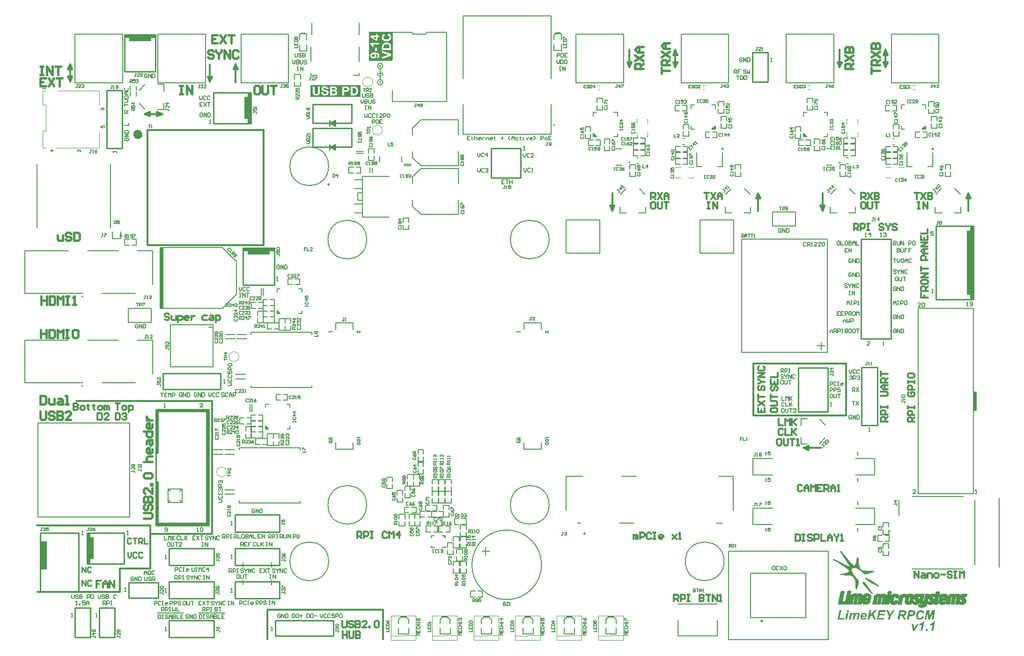
<source format=gto>
G04*
G04 #@! TF.GenerationSoftware,Altium Limited,Altium Designer,19.1.6 (110)*
G04*
G04 Layer_Color=65535*
%FSLAX44Y44*%
%MOMM*%
G71*
G01*
G75*
%ADD10C,0.2500*%
%ADD11C,0.2000*%
%ADD12C,0.3000*%
%ADD13C,1.0000*%
%ADD14C,0.1000*%
%ADD15C,0.1900*%
%ADD16C,0.4000*%
%ADD17C,0.1270*%
%ADD18C,0.1500*%
%ADD19C,0.2540*%
%ADD20C,0.0254*%
%ADD21C,0.0260*%
G36*
X214750Y1089750D02*
X206750D01*
Y1083750D01*
X186750Y1083750D01*
X166750Y1083750D01*
Y1089750D01*
X158750D01*
X158750Y1095750D01*
X214750D01*
X214750Y1089750D01*
D02*
G37*
G36*
X387000Y991000D02*
Y935000D01*
X381000Y935000D01*
Y943000D01*
X375000D01*
X375000Y963000D01*
X375000Y983000D01*
X381000D01*
Y991000D01*
X387000Y991000D01*
D02*
G37*
G36*
X1606750Y924250D02*
X1600500D01*
X1606750Y930500D01*
Y924250D01*
D02*
G37*
G36*
X1226750D02*
X1220500D01*
X1226750Y930500D01*
Y924250D01*
D02*
G37*
G36*
X1392000Y910900D02*
X1385750D01*
Y917150D01*
X1392000Y910900D01*
D02*
G37*
G36*
X1012000Y910900D02*
X1005750Y910900D01*
Y917150D01*
X1012000Y910900D01*
D02*
G37*
G36*
X429000Y703750D02*
X421000D01*
Y697750D01*
X401000Y697750D01*
X381000Y697750D01*
Y703750D01*
X373000D01*
X373000Y709750D01*
X429000D01*
X429000Y703750D01*
D02*
G37*
G36*
X1687250Y624607D02*
X1681250D01*
Y740893D01*
X1687250D01*
Y624607D01*
D02*
G37*
G36*
X1693250Y616607D02*
X1687250D01*
Y748893D01*
X1693250D01*
Y616607D01*
D02*
G37*
G36*
X228000Y600250D02*
X223000D01*
Y710250D01*
X228000D01*
Y600250D01*
D02*
G37*
G36*
X439500Y591000D02*
X434500D01*
Y596000D01*
X439500Y591000D01*
D02*
G37*
G36*
X1699500Y415000D02*
X1693500D01*
Y450000D01*
X1699500D01*
Y415000D01*
D02*
G37*
G36*
X418250Y382250D02*
X413250D01*
Y387250D01*
X418250Y382250D01*
D02*
G37*
G36*
X310500Y207250D02*
X215500D01*
X215500Y209750D01*
X215500D01*
X215500Y287250D01*
X220500D01*
X220500Y212250D01*
X305500D01*
Y412250D01*
X220500D01*
X220500Y337250D01*
X215500D01*
X215500Y414750D01*
X215500D01*
X215500Y417250D01*
X310500D01*
Y207250D01*
D02*
G37*
G36*
X738500Y185500D02*
X735500Y188500D01*
X735750Y188750D01*
X738500D01*
Y185500D01*
D02*
G37*
G36*
X96410Y186090D02*
X102410D01*
X102410Y166090D01*
X102410Y146090D01*
X96410D01*
Y138090D01*
X90410Y138090D01*
Y194090D01*
X96410Y194090D01*
Y186090D01*
D02*
G37*
G36*
X17870Y127947D02*
X5870Y127947D01*
Y178804D01*
X17870Y178804D01*
Y127947D01*
D02*
G37*
G36*
X642750Y1100500D02*
Y1048250D01*
X600250D01*
Y1100500D01*
X621834D01*
Y1100500D01*
X642750D01*
D02*
G37*
G36*
X585000Y1004500D02*
Y983250D01*
X494500D01*
Y1004500D01*
X585000D01*
D02*
G37*
G36*
X1467876Y50882D02*
X1464629D01*
X1465254Y53816D01*
X1468478D01*
X1467876Y50882D01*
D02*
G37*
G36*
X1598969Y54105D02*
X1599186Y54081D01*
X1599451Y54057D01*
X1599763Y54009D01*
X1600076Y53937D01*
X1600773Y53768D01*
X1601134Y53648D01*
X1601495Y53504D01*
X1601880Y53335D01*
X1602217Y53143D01*
X1602578Y52927D01*
X1602890Y52662D01*
X1602914Y52638D01*
X1602962Y52590D01*
X1603035Y52518D01*
X1603155Y52397D01*
X1603275Y52253D01*
X1603443Y52085D01*
X1603588Y51868D01*
X1603756Y51628D01*
X1603925Y51363D01*
X1604093Y51074D01*
X1604261Y50738D01*
X1604430Y50401D01*
X1604574Y50016D01*
X1604694Y49607D01*
X1604790Y49174D01*
X1604863Y48717D01*
X1601591Y48404D01*
Y48429D01*
X1601567Y48477D01*
Y48549D01*
X1601543Y48645D01*
X1601471Y48885D01*
X1601351Y49198D01*
X1601206Y49559D01*
X1601014Y49896D01*
X1600797Y50233D01*
X1600533Y50497D01*
X1600509Y50521D01*
X1600389Y50593D01*
X1600220Y50714D01*
X1599980Y50834D01*
X1599691Y50954D01*
X1599330Y51074D01*
X1598921Y51147D01*
X1598464Y51171D01*
X1598320D01*
X1598224Y51147D01*
X1597959Y51122D01*
X1597598Y51050D01*
X1597189Y50954D01*
X1596756Y50786D01*
X1596275Y50569D01*
X1595818Y50281D01*
X1595794D01*
X1595770Y50233D01*
X1595626Y50112D01*
X1595385Y49920D01*
X1595121Y49607D01*
X1594808Y49246D01*
X1594471Y48765D01*
X1594135Y48212D01*
X1593846Y47562D01*
Y47538D01*
X1593822Y47490D01*
X1593774Y47394D01*
X1593726Y47250D01*
X1593678Y47081D01*
X1593629Y46889D01*
X1593557Y46673D01*
X1593485Y46432D01*
X1593365Y45879D01*
X1593245Y45253D01*
X1593148Y44580D01*
X1593124Y43906D01*
Y43882D01*
Y43810D01*
Y43714D01*
X1593148Y43570D01*
Y43401D01*
X1593172Y43209D01*
X1593245Y42776D01*
X1593365Y42271D01*
X1593509Y41766D01*
X1593750Y41260D01*
X1594062Y40803D01*
X1594111Y40755D01*
X1594231Y40635D01*
X1594447Y40467D01*
X1594712Y40274D01*
X1595073Y40058D01*
X1595482Y39889D01*
X1595939Y39769D01*
X1596179Y39745D01*
X1596444Y39721D01*
X1596564D01*
X1596660Y39745D01*
X1596925Y39769D01*
X1597238Y39817D01*
X1597622Y39938D01*
X1598031Y40082D01*
X1598440Y40274D01*
X1598873Y40563D01*
X1598897D01*
X1598921Y40611D01*
X1599066Y40731D01*
X1599258Y40924D01*
X1599499Y41212D01*
X1599763Y41573D01*
X1600052Y42006D01*
X1600292Y42535D01*
X1600533Y43137D01*
X1603997Y42607D01*
Y42583D01*
X1603949Y42487D01*
X1603900Y42343D01*
X1603804Y42150D01*
X1603684Y41910D01*
X1603564Y41645D01*
X1603419Y41333D01*
X1603227Y41020D01*
X1602794Y40322D01*
X1602265Y39625D01*
X1601664Y38927D01*
X1601303Y38614D01*
X1600942Y38326D01*
X1600918Y38302D01*
X1600846Y38254D01*
X1600749Y38182D01*
X1600581Y38109D01*
X1600389Y37989D01*
X1600172Y37869D01*
X1599884Y37724D01*
X1599595Y37604D01*
X1599258Y37460D01*
X1598897Y37316D01*
X1598512Y37195D01*
X1598103Y37099D01*
X1597670Y37003D01*
X1597213Y36931D01*
X1596732Y36883D01*
X1596227Y36859D01*
X1596083D01*
X1595939Y36883D01*
X1595722D01*
X1595458Y36907D01*
X1595169Y36955D01*
X1594832Y37003D01*
X1594495Y37099D01*
X1594111Y37195D01*
X1593726Y37316D01*
X1593317Y37460D01*
X1592932Y37628D01*
X1592523Y37845D01*
X1592138Y38085D01*
X1591777Y38374D01*
X1591441Y38687D01*
X1591417Y38711D01*
X1591368Y38783D01*
X1591272Y38879D01*
X1591176Y39023D01*
X1591056Y39216D01*
X1590911Y39456D01*
X1590743Y39745D01*
X1590599Y40058D01*
X1590430Y40419D01*
X1590262Y40803D01*
X1590118Y41260D01*
X1589997Y41741D01*
X1589901Y42247D01*
X1589805Y42824D01*
X1589757Y43401D01*
X1589733Y44051D01*
Y44075D01*
Y44171D01*
Y44339D01*
X1589757Y44532D01*
Y44772D01*
X1589805Y45085D01*
X1589829Y45398D01*
X1589877Y45759D01*
X1589925Y46143D01*
X1590021Y46576D01*
X1590214Y47442D01*
X1590502Y48356D01*
X1590671Y48789D01*
X1590863Y49246D01*
X1590887Y49270D01*
X1590911Y49342D01*
X1590984Y49463D01*
X1591080Y49631D01*
X1591200Y49824D01*
X1591344Y50064D01*
X1591513Y50305D01*
X1591705Y50593D01*
X1592162Y51171D01*
X1592691Y51772D01*
X1593341Y52349D01*
X1593702Y52614D01*
X1594062Y52854D01*
X1594086Y52878D01*
X1594159Y52902D01*
X1594279Y52975D01*
X1594423Y53047D01*
X1594616Y53143D01*
X1594832Y53263D01*
X1595097Y53384D01*
X1595385Y53504D01*
X1595698Y53600D01*
X1596059Y53720D01*
X1596805Y53937D01*
X1597622Y54081D01*
X1598055Y54105D01*
X1598512Y54129D01*
X1598777D01*
X1598969Y54105D01*
D02*
G37*
G36*
X1485027Y49463D02*
X1485339Y49415D01*
X1485700Y49318D01*
X1486085Y49174D01*
X1486446Y48982D01*
X1486759Y48717D01*
X1486783Y48693D01*
X1486879Y48573D01*
X1487023Y48404D01*
X1487167Y48164D01*
X1487312Y47875D01*
X1487456Y47538D01*
X1487552Y47130D01*
X1487576Y46673D01*
Y46649D01*
Y46552D01*
X1487552Y46384D01*
X1487528Y46167D01*
X1487504Y45879D01*
X1487432Y45494D01*
X1487360Y45037D01*
X1487240Y44508D01*
X1485652Y37171D01*
X1482429D01*
X1483992Y44508D01*
Y44532D01*
X1484016Y44580D01*
Y44628D01*
X1484040Y44724D01*
X1484088Y44965D01*
X1484137Y45229D01*
X1484185Y45494D01*
X1484233Y45759D01*
X1484281Y45951D01*
Y46023D01*
Y46071D01*
Y46095D01*
Y46167D01*
X1484257Y46240D01*
X1484233Y46360D01*
X1484161Y46624D01*
X1484064Y46745D01*
X1483968Y46865D01*
X1483944Y46889D01*
X1483920Y46913D01*
X1483848Y46961D01*
X1483752Y47033D01*
X1483631Y47081D01*
X1483463Y47130D01*
X1483295Y47154D01*
X1483078Y47178D01*
X1482958D01*
X1482862Y47154D01*
X1482621Y47105D01*
X1482333Y47009D01*
X1481996Y46865D01*
X1481611Y46624D01*
X1481418Y46480D01*
X1481226Y46312D01*
X1481058Y46119D01*
X1480865Y45879D01*
X1480841Y45831D01*
X1480793Y45782D01*
X1480745Y45710D01*
X1480697Y45590D01*
X1480625Y45470D01*
X1480529Y45301D01*
X1480456Y45133D01*
X1480360Y44917D01*
X1480264Y44676D01*
X1480168Y44412D01*
X1480072Y44123D01*
X1479951Y43810D01*
X1479855Y43449D01*
X1479759Y43064D01*
X1479663Y42632D01*
X1478508Y37171D01*
X1475285D01*
X1476800Y44436D01*
Y44460D01*
X1476824Y44484D01*
X1476848Y44652D01*
X1476896Y44868D01*
X1476944Y45109D01*
X1476993Y45398D01*
X1477017Y45662D01*
X1477065Y45903D01*
Y46071D01*
Y46095D01*
Y46143D01*
X1477041Y46240D01*
X1477017Y46360D01*
X1476920Y46600D01*
X1476848Y46745D01*
X1476728Y46865D01*
X1476704Y46889D01*
X1476680Y46913D01*
X1476608Y46961D01*
X1476512Y47033D01*
X1476367Y47081D01*
X1476223Y47130D01*
X1476055Y47154D01*
X1475838Y47178D01*
X1475742D01*
X1475646Y47154D01*
X1475501Y47130D01*
X1475333Y47105D01*
X1475141Y47033D01*
X1474948Y46961D01*
X1474732Y46841D01*
X1474707Y46817D01*
X1474635Y46793D01*
X1474515Y46721D01*
X1474395Y46624D01*
X1474226Y46504D01*
X1474058Y46336D01*
X1473890Y46167D01*
X1473721Y45975D01*
X1473697Y45951D01*
X1473649Y45879D01*
X1473577Y45759D01*
X1473481Y45590D01*
X1473360Y45398D01*
X1473240Y45133D01*
X1473120Y44868D01*
X1473000Y44556D01*
Y44532D01*
X1472976Y44460D01*
X1472928Y44339D01*
X1472879Y44171D01*
X1472831Y43930D01*
X1472735Y43594D01*
X1472639Y43209D01*
X1472591Y42968D01*
X1472519Y42704D01*
X1471364Y37171D01*
X1468141D01*
X1470667Y49246D01*
X1473721D01*
X1473433Y47779D01*
X1473457Y47803D01*
X1473505Y47851D01*
X1473601Y47947D01*
X1473745Y48044D01*
X1473914Y48188D01*
X1474106Y48332D01*
X1474323Y48477D01*
X1474587Y48645D01*
X1475164Y48958D01*
X1475790Y49246D01*
X1476151Y49342D01*
X1476487Y49439D01*
X1476872Y49487D01*
X1477233Y49511D01*
X1477450D01*
X1477714Y49487D01*
X1478003Y49439D01*
X1478340Y49367D01*
X1478700Y49270D01*
X1479037Y49126D01*
X1479326Y48934D01*
X1479350Y48910D01*
X1479446Y48837D01*
X1479566Y48693D01*
X1479735Y48525D01*
X1479879Y48308D01*
X1480047Y48019D01*
X1480192Y47731D01*
X1480288Y47370D01*
X1480312Y47418D01*
X1480408Y47514D01*
X1480553Y47683D01*
X1480745Y47899D01*
X1481010Y48140D01*
X1481298Y48380D01*
X1481659Y48645D01*
X1482068Y48885D01*
X1482092D01*
X1482116Y48910D01*
X1482188Y48934D01*
X1482285Y48982D01*
X1482501Y49078D01*
X1482814Y49198D01*
X1483174Y49318D01*
X1483607Y49415D01*
X1484040Y49487D01*
X1484521Y49511D01*
X1484762D01*
X1485027Y49463D01*
D02*
G37*
G36*
X1512063Y47274D02*
X1517547Y37171D01*
X1513675D01*
X1509561Y45085D01*
X1506314Y42223D01*
X1505232Y37171D01*
X1501840D01*
X1505328Y53816D01*
X1508744D01*
X1507252Y46721D01*
X1514949Y53816D01*
X1519544D01*
X1512063Y47274D01*
D02*
G37*
G36*
X1543838Y43329D02*
X1542539Y37171D01*
X1539148D01*
X1540495Y43666D01*
X1535900Y53816D01*
X1539557D01*
X1541625Y49126D01*
Y49102D01*
X1541649Y49054D01*
X1541697Y48958D01*
X1541745Y48861D01*
X1541794Y48717D01*
X1541866Y48549D01*
X1542010Y48188D01*
X1542178Y47803D01*
X1542347Y47394D01*
X1542491Y47009D01*
X1542611Y46697D01*
X1542635Y46721D01*
X1542684Y46817D01*
X1542780Y46961D01*
X1542876Y47154D01*
X1543020Y47394D01*
X1543189Y47659D01*
X1543573Y48236D01*
X1545161Y50449D01*
X1547494Y53816D01*
X1551487D01*
X1543838Y43329D01*
D02*
G37*
G36*
X1621219Y37171D02*
X1618116D01*
X1621003Y50978D01*
X1614821Y37171D01*
X1611574D01*
X1610948Y51074D01*
X1608326Y37171D01*
X1605223D01*
X1608687Y53816D01*
X1613570D01*
X1614099Y42367D01*
X1619319Y53816D01*
X1624250D01*
X1621219Y37171D01*
D02*
G37*
G36*
X1583647Y53793D02*
X1583816D01*
X1584225Y53768D01*
X1584682Y53720D01*
X1585139Y53624D01*
X1585620Y53528D01*
X1586028Y53384D01*
X1586053D01*
X1586077Y53359D01*
X1586197Y53311D01*
X1586389Y53191D01*
X1586630Y53047D01*
X1586894Y52854D01*
X1587183Y52614D01*
X1587472Y52301D01*
X1587712Y51964D01*
X1587736Y51916D01*
X1587809Y51796D01*
X1587905Y51579D01*
X1588025Y51315D01*
X1588145Y50954D01*
X1588241Y50569D01*
X1588314Y50112D01*
X1588338Y49631D01*
Y49607D01*
Y49583D01*
Y49511D01*
Y49415D01*
X1588314Y49174D01*
X1588266Y48837D01*
X1588217Y48477D01*
X1588121Y48044D01*
X1588001Y47611D01*
X1587832Y47154D01*
Y47130D01*
X1587809Y47105D01*
X1587736Y46961D01*
X1587640Y46745D01*
X1587496Y46480D01*
X1587327Y46167D01*
X1587135Y45855D01*
X1586894Y45542D01*
X1586630Y45253D01*
X1586606Y45229D01*
X1586510Y45133D01*
X1586365Y45013D01*
X1586173Y44868D01*
X1585956Y44676D01*
X1585692Y44508D01*
X1585427Y44339D01*
X1585114Y44171D01*
X1585066Y44147D01*
X1584970Y44123D01*
X1584778Y44051D01*
X1584537Y43979D01*
X1584225Y43882D01*
X1583840Y43786D01*
X1583407Y43690D01*
X1582901Y43618D01*
X1582853D01*
X1582733Y43594D01*
X1582517D01*
X1582372Y43570D01*
X1582012D01*
X1581795Y43546D01*
X1581290D01*
X1580977Y43521D01*
X1577682D01*
X1576335Y37171D01*
X1572943D01*
X1576431Y53816D01*
X1583479D01*
X1583647Y53793D01*
D02*
G37*
G36*
X1567748D02*
X1568181Y53768D01*
X1568662Y53720D01*
X1569143Y53648D01*
X1569624Y53552D01*
X1570057Y53408D01*
X1570081D01*
X1570105Y53384D01*
X1570225Y53335D01*
X1570418Y53239D01*
X1570658Y53095D01*
X1570947Y52878D01*
X1571235Y52638D01*
X1571500Y52325D01*
X1571765Y51964D01*
X1571789Y51916D01*
X1571861Y51772D01*
X1571981Y51556D01*
X1572101Y51267D01*
X1572222Y50906D01*
X1572342Y50473D01*
X1572414Y49968D01*
X1572438Y49439D01*
Y49415D01*
Y49342D01*
Y49246D01*
X1572414Y49078D01*
X1572390Y48910D01*
X1572366Y48693D01*
X1572342Y48453D01*
X1572270Y48212D01*
X1572125Y47659D01*
X1571909Y47057D01*
X1571765Y46769D01*
X1571596Y46480D01*
X1571380Y46192D01*
X1571163Y45927D01*
X1571139Y45903D01*
X1571115Y45879D01*
X1571019Y45807D01*
X1570923Y45710D01*
X1570778Y45590D01*
X1570634Y45470D01*
X1570442Y45350D01*
X1570201Y45205D01*
X1569961Y45061D01*
X1569672Y44917D01*
X1569359Y44772D01*
X1568998Y44628D01*
X1568638Y44508D01*
X1568229Y44412D01*
X1567772Y44315D01*
X1567315Y44243D01*
X1567339Y44219D01*
X1567435Y44147D01*
X1567555Y44003D01*
X1567724Y43834D01*
X1567892Y43594D01*
X1568108Y43329D01*
X1568325Y43016D01*
X1568541Y42680D01*
X1568565Y42656D01*
X1568589Y42583D01*
X1568662Y42487D01*
X1568734Y42319D01*
X1568854Y42126D01*
X1568974Y41886D01*
X1569119Y41597D01*
X1569287Y41260D01*
X1569480Y40900D01*
X1569672Y40491D01*
X1569888Y40034D01*
X1570105Y39529D01*
X1570345Y38999D01*
X1570586Y38422D01*
X1570851Y37821D01*
X1571115Y37171D01*
X1567435D01*
Y37195D01*
X1567411Y37243D01*
X1567387Y37316D01*
X1567339Y37436D01*
X1567291Y37580D01*
X1567218Y37773D01*
X1567146Y37989D01*
X1567050Y38254D01*
X1566930Y38542D01*
X1566810Y38855D01*
X1566665Y39216D01*
X1566497Y39601D01*
X1566328Y40034D01*
X1566136Y40515D01*
X1565919Y41020D01*
X1565679Y41549D01*
Y41573D01*
X1565655Y41621D01*
X1565607Y41693D01*
X1565559Y41814D01*
X1565414Y42078D01*
X1565222Y42415D01*
X1565005Y42776D01*
X1564765Y43137D01*
X1564476Y43473D01*
X1564332Y43594D01*
X1564188Y43714D01*
X1564164Y43738D01*
X1564091Y43762D01*
X1563971Y43810D01*
X1563803Y43882D01*
X1563562Y43955D01*
X1563274Y44003D01*
X1562913Y44027D01*
X1562480Y44051D01*
X1561085D01*
X1559642Y37171D01*
X1556250D01*
X1559738Y53816D01*
X1567579D01*
X1567748Y53793D01*
D02*
G37*
G36*
X1533928Y51026D02*
X1525004D01*
X1524186Y47274D01*
X1532822D01*
X1532244Y44484D01*
X1523561D01*
X1522575Y39962D01*
X1532268D01*
X1531667Y37171D01*
X1518678Y37171D01*
X1522166Y53816D01*
X1534505D01*
X1533928Y51026D01*
D02*
G37*
G36*
X1464990Y37171D02*
X1461767D01*
X1464292Y49246D01*
X1467540D01*
X1464990Y37171D01*
D02*
G37*
G36*
X1451640Y39962D02*
X1460155D01*
X1459578Y37171D01*
X1447647D01*
X1451135Y53816D01*
X1454550D01*
X1451640Y39962D01*
D02*
G37*
G36*
X1496404Y49487D02*
X1496597Y49463D01*
X1496813Y49439D01*
X1497054Y49391D01*
X1497318Y49342D01*
X1497895Y49174D01*
X1498184Y49078D01*
X1498473Y48934D01*
X1498761Y48765D01*
X1499050Y48597D01*
X1499315Y48380D01*
X1499579Y48140D01*
X1499603Y48116D01*
X1499627Y48068D01*
X1499699Y47996D01*
X1499796Y47899D01*
X1499892Y47755D01*
X1499988Y47587D01*
X1500108Y47370D01*
X1500253Y47154D01*
X1500373Y46889D01*
X1500493Y46600D01*
X1500589Y46288D01*
X1500686Y45927D01*
X1500782Y45566D01*
X1500854Y45157D01*
X1500878Y44748D01*
X1500902Y44291D01*
Y44267D01*
Y44243D01*
Y44099D01*
Y43858D01*
X1500878Y43594D01*
X1500854Y43257D01*
X1500806Y42896D01*
X1500662Y42175D01*
X1492483D01*
Y42150D01*
Y42054D01*
X1492459Y41958D01*
Y41862D01*
Y41838D01*
Y41814D01*
Y41669D01*
X1492507Y41453D01*
X1492555Y41164D01*
X1492628Y40851D01*
X1492748Y40539D01*
X1492916Y40202D01*
X1493133Y39913D01*
X1493157Y39889D01*
X1493253Y39793D01*
X1493397Y39697D01*
X1493614Y39553D01*
X1493854Y39432D01*
X1494143Y39312D01*
X1494480Y39216D01*
X1494841Y39192D01*
X1495009D01*
X1495105Y39216D01*
X1495249Y39240D01*
X1495418Y39288D01*
X1495779Y39408D01*
X1495971Y39480D01*
X1496188Y39601D01*
X1496404Y39745D01*
X1496597Y39913D01*
X1496813Y40106D01*
X1497029Y40322D01*
X1497222Y40587D01*
X1497390Y40876D01*
X1500301Y40395D01*
Y40370D01*
X1500253Y40322D01*
X1500204Y40226D01*
X1500132Y40106D01*
X1500060Y39962D01*
X1499940Y39793D01*
X1499699Y39384D01*
X1499363Y38951D01*
X1498954Y38518D01*
X1498497Y38085D01*
X1497992Y37724D01*
X1497968D01*
X1497919Y37676D01*
X1497847Y37652D01*
X1497751Y37580D01*
X1497607Y37532D01*
X1497462Y37460D01*
X1497054Y37292D01*
X1496597Y37123D01*
X1496043Y37003D01*
X1495466Y36907D01*
X1494816Y36859D01*
X1494576D01*
X1494408Y36883D01*
X1494191Y36907D01*
X1493951Y36931D01*
X1493686Y36979D01*
X1493397Y37051D01*
X1492772Y37243D01*
X1492435Y37364D01*
X1492098Y37508D01*
X1491786Y37676D01*
X1491449Y37893D01*
X1491136Y38133D01*
X1490848Y38398D01*
X1490824Y38422D01*
X1490775Y38470D01*
X1490703Y38566D01*
X1490607Y38687D01*
X1490487Y38831D01*
X1490367Y39023D01*
X1490222Y39240D01*
X1490102Y39480D01*
X1489958Y39769D01*
X1489813Y40058D01*
X1489693Y40395D01*
X1489573Y40755D01*
X1489476Y41140D01*
X1489404Y41573D01*
X1489356Y42006D01*
X1489332Y42463D01*
Y42487D01*
Y42583D01*
Y42704D01*
X1489356Y42872D01*
X1489380Y43088D01*
X1489404Y43353D01*
X1489453Y43642D01*
X1489501Y43954D01*
X1489669Y44628D01*
X1489789Y44989D01*
X1489910Y45374D01*
X1490078Y45759D01*
X1490246Y46143D01*
X1490463Y46528D01*
X1490703Y46889D01*
X1490727Y46913D01*
X1490800Y47009D01*
X1490896Y47130D01*
X1491040Y47298D01*
X1491257Y47490D01*
X1491473Y47731D01*
X1491762Y47947D01*
X1492074Y48212D01*
X1492435Y48453D01*
X1492844Y48693D01*
X1493277Y48910D01*
X1493758Y49102D01*
X1494263Y49270D01*
X1494816Y49391D01*
X1495418Y49487D01*
X1496043Y49511D01*
X1496260D01*
X1496404Y49487D01*
D02*
G37*
G36*
X1586991Y16788D02*
X1584200D01*
X1581795Y28863D01*
X1584994D01*
X1585812Y23571D01*
Y23547D01*
X1585836Y23475D01*
Y23379D01*
X1585860Y23235D01*
X1585884Y23066D01*
X1585932Y22850D01*
X1586004Y22417D01*
X1586077Y21936D01*
X1586149Y21479D01*
X1586197Y21070D01*
X1586221Y20901D01*
X1586245Y20757D01*
X1586269Y20805D01*
X1586317Y20877D01*
X1586389Y20998D01*
X1586485Y21190D01*
X1586630Y21430D01*
X1586798Y21767D01*
X1586918Y21984D01*
X1587039Y22200D01*
Y22224D01*
X1587063Y22248D01*
X1587159Y22393D01*
X1587279Y22609D01*
X1587424Y22874D01*
X1587568Y23138D01*
X1587712Y23379D01*
X1587832Y23595D01*
X1587905Y23740D01*
X1590911Y28863D01*
X1594423D01*
X1586991Y16788D01*
D02*
G37*
G36*
X1620738D02*
X1617467D01*
X1619872Y28310D01*
X1619824Y28286D01*
X1619704Y28190D01*
X1619487Y28069D01*
X1619199Y27901D01*
X1618862Y27708D01*
X1618453Y27516D01*
X1617996Y27300D01*
X1617515Y27083D01*
X1617491D01*
X1617467Y27059D01*
X1617395Y27035D01*
X1617298Y26987D01*
X1617034Y26915D01*
X1616721Y26795D01*
X1616360Y26674D01*
X1615951Y26554D01*
X1615567Y26434D01*
X1615158Y26337D01*
X1615783Y29248D01*
X1615807D01*
X1615831Y29272D01*
X1615975Y29320D01*
X1616192Y29440D01*
X1616481Y29585D01*
X1616817Y29753D01*
X1617226Y29945D01*
X1617683Y30186D01*
X1618164Y30475D01*
X1618669Y30763D01*
X1619199Y31100D01*
X1619752Y31461D01*
X1620281Y31822D01*
X1620810Y32231D01*
X1621340Y32640D01*
X1621821Y33073D01*
X1622278Y33530D01*
X1624250D01*
X1620738Y16788D01*
D02*
G37*
G36*
X1610203D02*
X1606979D01*
X1607605Y19939D01*
X1610828D01*
X1610203Y16788D01*
D02*
G37*
G36*
X1601327D02*
X1598055D01*
X1600461Y28310D01*
X1600413Y28286D01*
X1600292Y28190D01*
X1600076Y28069D01*
X1599787Y27901D01*
X1599451Y27708D01*
X1599042Y27516D01*
X1598585Y27300D01*
X1598103Y27083D01*
X1598080D01*
X1598055Y27059D01*
X1597983Y27035D01*
X1597887Y26987D01*
X1597622Y26915D01*
X1597310Y26795D01*
X1596949Y26674D01*
X1596540Y26554D01*
X1596155Y26434D01*
X1595746Y26337D01*
X1596372Y29248D01*
X1596396D01*
X1596420Y29272D01*
X1596564Y29320D01*
X1596781Y29440D01*
X1597069Y29585D01*
X1597406Y29753D01*
X1597815Y29945D01*
X1598272Y30186D01*
X1598753Y30475D01*
X1599258Y30763D01*
X1599787Y31100D01*
X1600341Y31461D01*
X1600870Y31822D01*
X1601399Y32231D01*
X1601928Y32640D01*
X1602409Y33073D01*
X1602866Y33530D01*
X1604839D01*
X1601327Y16788D01*
D02*
G37*
%LPC*%
G36*
X619027Y1096161D02*
D01*
Y1094171D01*
X615811D01*
Y1096161D01*
X613127D01*
Y1094171D01*
X602945D01*
Y1091579D01*
X613150Y1084637D01*
X602945D01*
X619027D01*
Y1087900D01*
Y1084637D01*
X615811D01*
Y1091209D01*
X619027D01*
Y1087900D01*
Y1091209D01*
Y1096161D01*
D02*
G37*
G36*
X640587Y1097410D02*
X623996D01*
Y1083480D01*
Y1090954D01*
X624020Y1090353D01*
X624089Y1089751D01*
X624205Y1089219D01*
X624343Y1088687D01*
X624505Y1088224D01*
X624691Y1087761D01*
X624899Y1087368D01*
X625107Y1086998D01*
X625315Y1086650D01*
X625524Y1086373D01*
X625709Y1086118D01*
X625871Y1085910D01*
X626009Y1085748D01*
X626125Y1085632D01*
X626195Y1085563D01*
X626218Y1085540D01*
X626657Y1085170D01*
X627120Y1084869D01*
X627606Y1084591D01*
X628115Y1084360D01*
X628647Y1084151D01*
X629156Y1083989D01*
X629665Y1083851D01*
X630151Y1083735D01*
X630637Y1083642D01*
X631054Y1083596D01*
X631447Y1083550D01*
X631771Y1083503D01*
X632049D01*
X632257Y1083480D01*
X623996D01*
X632442D01*
X633136Y1083503D01*
X633784Y1083573D01*
X634409Y1083665D01*
X634964Y1083804D01*
X635497Y1083943D01*
X636006Y1084128D01*
X636445Y1084313D01*
X636839Y1084499D01*
X637209Y1084684D01*
X637533Y1084869D01*
X637787Y1085054D01*
X638019Y1085193D01*
X638181Y1085331D01*
X638320Y1085424D01*
X638389Y1085493D01*
X638412Y1085517D01*
X638806Y1085910D01*
X639129Y1086327D01*
X639430Y1086766D01*
X639662Y1087206D01*
X639870Y1087645D01*
X640055Y1088085D01*
X640194Y1088502D01*
X640310Y1088895D01*
X640402Y1089288D01*
X640472Y1089635D01*
X640518Y1089959D01*
X640541Y1090214D01*
X640564Y1090445D01*
X640587Y1090607D01*
Y1090746D01*
X640564Y1091232D01*
X640541Y1091672D01*
X640472Y1092111D01*
X640379Y1092505D01*
X640286Y1092875D01*
X640194Y1093222D01*
X640078Y1093546D01*
X639939Y1093847D01*
X639824Y1094101D01*
X639708Y1094333D01*
X639616Y1094541D01*
X639523Y1094703D01*
X639430Y1094842D01*
X639361Y1094934D01*
X639338Y1094981D01*
X639315Y1095004D01*
X639060Y1095305D01*
X638782Y1095582D01*
X638158Y1096091D01*
X637510Y1096508D01*
X636885Y1096832D01*
X636584Y1096971D01*
X636306Y1097086D01*
X636052Y1097179D01*
X635844Y1097271D01*
X635659Y1097341D01*
X635520Y1097387D01*
X635427Y1097410D01*
X640587D01*
D02*
G37*
G36*
X619027Y1080565D02*
X602922D01*
Y1073530D01*
D01*
Y1078066D01*
X603454Y1077834D01*
X603940Y1077533D01*
X604403Y1077210D01*
X604773Y1076886D01*
X605074Y1076608D01*
X605305Y1076353D01*
X605398Y1076261D01*
X605467Y1076191D01*
X605491Y1076145D01*
X605514Y1076122D01*
X605884Y1075613D01*
X606208Y1075127D01*
X606463Y1074687D01*
X606648Y1074294D01*
X606786Y1073970D01*
X606902Y1073739D01*
X606925Y1073646D01*
X606948Y1073577D01*
X606972Y1073554D01*
Y1073530D01*
X602922D01*
X609748D01*
X609424Y1074363D01*
X609077Y1075104D01*
X608892Y1075451D01*
X608684Y1075775D01*
X608499Y1076076D01*
X608314Y1076353D01*
X608129Y1076608D01*
X607966Y1076839D01*
X607828Y1077025D01*
X607689Y1077186D01*
X607573Y1077325D01*
X607504Y1077418D01*
X607458Y1077464D01*
X607434Y1077487D01*
X619027D01*
Y1080565D01*
D02*
G37*
G36*
X632789Y1081305D02*
X624297D01*
X632465D01*
X631656Y1081282D01*
X630938Y1081213D01*
X630591Y1081190D01*
X630290Y1081143D01*
X629990Y1081097D01*
X629735Y1081051D01*
X629504Y1080981D01*
X629295Y1080935D01*
X629110Y1080889D01*
X628971Y1080866D01*
X628856Y1080819D01*
X628763Y1080796D01*
X628717Y1080773D01*
X628694D01*
X628138Y1080565D01*
X627629Y1080310D01*
X627190Y1080056D01*
X626819Y1079801D01*
X626519Y1079593D01*
X626287Y1079408D01*
X626148Y1079292D01*
X626102Y1079269D01*
Y1079246D01*
X625732Y1078852D01*
X625431Y1078459D01*
X625177Y1078043D01*
X624968Y1077672D01*
X624806Y1077348D01*
X624691Y1077071D01*
X624667Y1076978D01*
X624644Y1076909D01*
X624621Y1076862D01*
Y1076839D01*
X624505Y1076400D01*
X624436Y1075914D01*
X624367Y1075405D01*
X624343Y1074919D01*
X624320Y1074479D01*
X624297Y1074294D01*
Y1067907D01*
X640310D01*
Y1073970D01*
X640286Y1074595D01*
X640263Y1075173D01*
X640217Y1075659D01*
X640148Y1076053D01*
X640078Y1076377D01*
X640032Y1076631D01*
X640009Y1076701D01*
Y1076770D01*
X639986Y1076793D01*
Y1076816D01*
X639801Y1077325D01*
X639592Y1077788D01*
X639384Y1078158D01*
X639176Y1078482D01*
X638991Y1078737D01*
X638852Y1078922D01*
X638759Y1079038D01*
X638713Y1079084D01*
X638273Y1079477D01*
X637811Y1079824D01*
X637325Y1080125D01*
X636885Y1080357D01*
X636469Y1080542D01*
X636306Y1080634D01*
X636168Y1080680D01*
X636029Y1080727D01*
X635936Y1080773D01*
X635890Y1080796D01*
X635867D01*
X635312Y1080958D01*
X634733Y1081097D01*
X634178Y1081190D01*
X633646Y1081236D01*
X633391Y1081259D01*
X633160Y1081282D01*
X632975D01*
X632789Y1081305D01*
D02*
G37*
G36*
X614746Y1071610D02*
X611669D01*
Y1065571D01*
X614746D01*
Y1071610D01*
D02*
G37*
G36*
X619328Y1063280D02*
X611044D01*
X610257Y1063257D01*
X609540Y1063210D01*
X608869Y1063141D01*
X608244Y1063025D01*
X607689Y1062909D01*
X607180Y1062794D01*
X606717Y1062632D01*
X606301Y1062493D01*
X605953Y1062354D01*
X605653Y1062215D01*
X605398Y1062076D01*
X605190Y1061961D01*
X605028Y1061845D01*
X604912Y1061776D01*
X604843Y1061729D01*
X604820Y1061706D01*
X604496Y1061405D01*
X604195Y1061081D01*
X603940Y1060758D01*
X603732Y1060434D01*
X603547Y1060086D01*
X603385Y1059762D01*
X603269Y1059438D01*
X603153Y1059115D01*
X603084Y1058837D01*
X603015Y1058559D01*
X602968Y1058328D01*
X602945Y1058120D01*
Y1057934D01*
X602922Y1057819D01*
Y1057865D01*
Y1057703D01*
X602945Y1057287D01*
X602992Y1056916D01*
X603061Y1056546D01*
X603153Y1056199D01*
X603269Y1055875D01*
X603408Y1055574D01*
X603524Y1055273D01*
X603663Y1055042D01*
X603825Y1054811D01*
X603940Y1054602D01*
X604079Y1054440D01*
X604195Y1054278D01*
X604287Y1054163D01*
X604357Y1054093D01*
X604403Y1054047D01*
X604426Y1054024D01*
X604727Y1053769D01*
X605028Y1053561D01*
X605352Y1053353D01*
X605676Y1053191D01*
X606000Y1053052D01*
X606347Y1052936D01*
X606972Y1052774D01*
X607249Y1052705D01*
X607527Y1052659D01*
X607758Y1052635D01*
X607966Y1052612D01*
X608152Y1052589D01*
X619328D01*
X608383D01*
X608800Y1052612D01*
X609216Y1052659D01*
X609609Y1052705D01*
X609957Y1052797D01*
X610304Y1052913D01*
X610604Y1053029D01*
X610905Y1053145D01*
X611160Y1053283D01*
X611391Y1053399D01*
X611599Y1053515D01*
X611761Y1053631D01*
X611923Y1053746D01*
X612016Y1053839D01*
X612108Y1053885D01*
X612155Y1053931D01*
X612178Y1053954D01*
X612432Y1054209D01*
X612664Y1054487D01*
X612849Y1054764D01*
X613011Y1055042D01*
X613150Y1055320D01*
X613289Y1055574D01*
X613451Y1056083D01*
X613566Y1056523D01*
X613589Y1056708D01*
X613613Y1056870D01*
X613636Y1057009D01*
Y1057194D01*
X613613Y1057518D01*
X613566Y1057819D01*
X613520Y1058096D01*
X613427Y1058374D01*
X613219Y1058883D01*
X612965Y1059300D01*
X612710Y1059624D01*
X612594Y1059762D01*
X612502Y1059878D01*
X612409Y1059971D01*
X612340Y1060040D01*
X612317Y1060063D01*
X612294Y1060086D01*
X612780Y1060040D01*
X613242Y1059994D01*
X613659Y1059948D01*
X614029Y1059878D01*
X614353Y1059809D01*
X614654Y1059739D01*
X614908Y1059670D01*
X615140Y1059601D01*
X615348Y1059508D01*
X615510Y1059462D01*
X615649Y1059392D01*
X615741Y1059346D01*
X615834Y1059300D01*
X615880Y1059253D01*
X615927Y1059230D01*
X616204Y1058976D01*
X616412Y1058698D01*
X616574Y1058444D01*
X616667Y1058189D01*
X616736Y1057958D01*
X616759Y1057796D01*
X616783Y1057680D01*
Y1057634D01*
X616759Y1057379D01*
X616713Y1057125D01*
X616644Y1056939D01*
X616574Y1056754D01*
X616505Y1056616D01*
X616436Y1056523D01*
X616389Y1056453D01*
X616366Y1056430D01*
X616181Y1056268D01*
X615973Y1056153D01*
X615741Y1056060D01*
X615510Y1055991D01*
X615325Y1055921D01*
X615163Y1055898D01*
X615047Y1055875D01*
X615001D01*
X615348Y1052913D01*
X615718Y1052983D01*
X616042Y1053075D01*
X616366Y1053168D01*
X616644Y1053283D01*
X616922Y1053399D01*
X617176Y1053515D01*
X617384Y1053654D01*
X617593Y1053769D01*
X617755Y1053908D01*
X617916Y1054001D01*
X618032Y1054117D01*
X618148Y1054209D01*
X618217Y1054278D01*
X618287Y1054348D01*
X618310Y1054371D01*
X618333Y1054394D01*
X618518Y1054625D01*
X618657Y1054857D01*
X618912Y1055366D01*
X619073Y1055852D01*
X619212Y1056338D01*
X619282Y1056777D01*
X619305Y1056963D01*
Y1057125D01*
X619328Y1057240D01*
Y1057425D01*
X619305Y1057911D01*
X619235Y1058351D01*
X619143Y1058767D01*
X619027Y1059184D01*
X618865Y1059554D01*
X618703Y1059901D01*
X618541Y1060225D01*
X618356Y1060503D01*
X618171Y1060758D01*
X618009Y1060989D01*
X617824Y1061174D01*
X617685Y1061336D01*
X617569Y1061475D01*
X617477Y1061567D01*
X617407Y1061614D01*
X617384Y1061637D01*
X616991Y1061938D01*
X616551Y1062169D01*
X616065Y1062400D01*
X615579Y1062586D01*
X615047Y1062747D01*
X614515Y1062886D01*
X614006Y1062979D01*
X613474Y1063071D01*
X612988Y1063141D01*
X612548Y1063187D01*
X612132Y1063233D01*
X611761Y1063257D01*
X611461Y1063280D01*
X619328D01*
D02*
G37*
G36*
X624297Y1066265D02*
Y1062817D01*
X636144Y1058906D01*
X624297Y1054834D01*
Y1051340D01*
X640310Y1057078D01*
Y1060572D01*
D01*
X624297Y1066265D01*
D02*
G37*
%LPD*%
G36*
X613127Y1087484D02*
X607619Y1091209D01*
X613127D01*
Y1087484D01*
D02*
G37*
G36*
X634432Y1094263D02*
X635057Y1094078D01*
X635589Y1093870D01*
X636029Y1093662D01*
X636399Y1093430D01*
X636677Y1093245D01*
X636862Y1093083D01*
X636978Y1092968D01*
X637024Y1092921D01*
X637301Y1092551D01*
X637487Y1092181D01*
X637626Y1091811D01*
X637741Y1091487D01*
X637787Y1091186D01*
X637811Y1090931D01*
X637834Y1090839D01*
Y1090723D01*
X637811Y1090399D01*
X637787Y1090098D01*
X637626Y1089543D01*
X637440Y1089057D01*
X637186Y1088664D01*
X636954Y1088340D01*
X636769Y1088108D01*
X636677Y1088016D01*
X636607Y1087946D01*
X636584Y1087923D01*
X636561Y1087900D01*
X636306Y1087715D01*
X636006Y1087553D01*
X635682Y1087391D01*
X635335Y1087275D01*
X634617Y1087090D01*
X633900Y1086951D01*
X633553Y1086905D01*
X633252Y1086882D01*
X632951Y1086836D01*
X632697D01*
X632512Y1086812D01*
X632350D01*
X632234D01*
X632211D01*
X631679Y1086836D01*
X631193Y1086859D01*
X630753Y1086905D01*
X630337Y1086974D01*
X629966Y1087067D01*
X629619Y1087160D01*
X629318Y1087252D01*
X629041Y1087368D01*
X628809Y1087460D01*
X628601Y1087553D01*
X628439Y1087645D01*
X628300Y1087738D01*
X628185Y1087807D01*
X628115Y1087854D01*
X628069Y1087900D01*
X628046D01*
X627814Y1088108D01*
X627606Y1088340D01*
X627444Y1088571D01*
X627305Y1088826D01*
X627074Y1089312D01*
X626912Y1089774D01*
X626819Y1090168D01*
X626796Y1090353D01*
X626773Y1090492D01*
X626750Y1090630D01*
Y1090792D01*
X626773Y1091255D01*
X626866Y1091672D01*
X626981Y1092042D01*
X627120Y1092366D01*
X627259Y1092620D01*
X627375Y1092805D01*
X627467Y1092921D01*
X627490Y1092968D01*
X627768Y1093268D01*
X628092Y1093546D01*
X628416Y1093754D01*
X628740Y1093916D01*
X629018Y1094032D01*
X629226Y1094101D01*
X629318Y1094148D01*
X629388D01*
X629411Y1094171D01*
X629434D01*
X628671Y1097364D01*
X627999Y1097133D01*
X627421Y1096878D01*
X626912Y1096600D01*
X626495Y1096346D01*
X626171Y1096091D01*
X626033Y1095999D01*
X625917Y1095906D01*
X625848Y1095837D01*
X625778Y1095767D01*
X625732Y1095744D01*
Y1095721D01*
X625431Y1095374D01*
X625153Y1094981D01*
X624922Y1094610D01*
X624737Y1094217D01*
X624552Y1093801D01*
X624413Y1093407D01*
X624297Y1093014D01*
X624205Y1092644D01*
X624135Y1092297D01*
X624089Y1091973D01*
X624043Y1091695D01*
X624020Y1091440D01*
X623996Y1091232D01*
Y1097410D01*
X635404D01*
X634432Y1094263D01*
D02*
G37*
G36*
X632975Y1077950D02*
X633576Y1077927D01*
X634062Y1077858D01*
X634478Y1077811D01*
X634826Y1077742D01*
X634964Y1077719D01*
X635057Y1077672D01*
X635150Y1077649D01*
X635219D01*
X635242Y1077626D01*
X635265D01*
X635635Y1077487D01*
X635959Y1077372D01*
X636214Y1077210D01*
X636422Y1077094D01*
X636584Y1076978D01*
X636700Y1076886D01*
X636769Y1076816D01*
X636792Y1076793D01*
X636954Y1076585D01*
X637093Y1076377D01*
X637209Y1076168D01*
X637301Y1075960D01*
X637371Y1075775D01*
X637417Y1075636D01*
X637463Y1075544D01*
Y1075497D01*
X637510Y1075243D01*
X637533Y1074942D01*
X637579Y1074618D01*
Y1074294D01*
X637602Y1073993D01*
Y1071147D01*
X627005D01*
Y1073253D01*
X627028Y1073554D01*
Y1073831D01*
X627051Y1074063D01*
Y1074271D01*
X627074Y1074479D01*
Y1074641D01*
X627120Y1074896D01*
X627143Y1075081D01*
X627166Y1075197D01*
Y1075220D01*
X627259Y1075544D01*
X627375Y1075821D01*
X627490Y1076076D01*
X627629Y1076307D01*
X627745Y1076469D01*
X627837Y1076608D01*
X627907Y1076677D01*
X627930Y1076701D01*
X628162Y1076909D01*
X628416Y1077094D01*
X628671Y1077256D01*
X628902Y1077395D01*
X629133Y1077487D01*
X629318Y1077557D01*
X629434Y1077603D01*
X629457Y1077626D01*
X629480D01*
X629897Y1077742D01*
X630337Y1077834D01*
X630822Y1077881D01*
X631285Y1077927D01*
X631679Y1077950D01*
X631864Y1077973D01*
X632026D01*
X632141D01*
X632234D01*
X632303D01*
X632327D01*
X632975Y1077950D01*
D02*
G37*
G36*
X609123Y1059809D02*
X609540Y1059739D01*
X609887Y1059624D01*
X610188Y1059531D01*
X610396Y1059415D01*
X610558Y1059300D01*
X610674Y1059230D01*
X610697Y1059207D01*
X610928Y1058976D01*
X611090Y1058721D01*
X611229Y1058467D01*
X611299Y1058235D01*
X611345Y1058027D01*
X611368Y1057865D01*
X611391Y1057773D01*
Y1057726D01*
X611368Y1057402D01*
X611275Y1057101D01*
X611160Y1056847D01*
X611021Y1056616D01*
X610905Y1056430D01*
X610789Y1056315D01*
X610697Y1056222D01*
X610674Y1056199D01*
X610373Y1055991D01*
X610003Y1055852D01*
X609633Y1055736D01*
X609239Y1055667D01*
X608915Y1055620D01*
X608638Y1055597D01*
X608522D01*
X608452D01*
X608406D01*
X608383D01*
X607851Y1055620D01*
X607388Y1055690D01*
X606995Y1055782D01*
X606694Y1055875D01*
X606463Y1055968D01*
X606301Y1056060D01*
X606185Y1056130D01*
X606162Y1056153D01*
X605930Y1056384D01*
X605768Y1056616D01*
X605629Y1056847D01*
X605560Y1057078D01*
X605514Y1057263D01*
X605467Y1057425D01*
Y1057564D01*
X605514Y1057888D01*
X605606Y1058189D01*
X605722Y1058467D01*
X605884Y1058698D01*
X606046Y1058883D01*
X606162Y1059022D01*
X606254Y1059115D01*
X606301Y1059138D01*
X606648Y1059369D01*
X607018Y1059531D01*
X607411Y1059670D01*
X607781Y1059739D01*
X608129Y1059786D01*
X608383Y1059832D01*
X608499D01*
X608568D01*
X608614D01*
X608638D01*
X609123Y1059809D01*
D02*
G37*
%LPC*%
G36*
X527209Y1002182D02*
Y990520D01*
X527185Y991075D01*
X527116Y991561D01*
X527000Y992001D01*
X526884Y992371D01*
X526769Y992672D01*
X526653Y992880D01*
X526584Y993019D01*
X526561Y993065D01*
X526306Y993435D01*
X526005Y993759D01*
X525704Y994037D01*
X525427Y994268D01*
X525172Y994454D01*
X524964Y994592D01*
X524825Y994685D01*
X524802Y994708D01*
X524779D01*
X524547Y994824D01*
X524316Y994939D01*
X523761Y995148D01*
X523182Y995333D01*
X522627Y995518D01*
X522372Y995587D01*
X522118Y995657D01*
X521886Y995726D01*
X521701Y995772D01*
X521539Y995819D01*
X521424Y995842D01*
X521331Y995865D01*
X521308D01*
X520891Y995981D01*
X520521Y996073D01*
X520174Y996166D01*
X519850Y996258D01*
X519596Y996351D01*
X519341Y996443D01*
X519133Y996536D01*
X518948Y996606D01*
X518786Y996675D01*
X518670Y996744D01*
X518554Y996791D01*
X518485Y996837D01*
X518369Y996906D01*
X518346Y996929D01*
X518184Y997092D01*
X518068Y997253D01*
X517999Y997415D01*
X517953Y997577D01*
X517906Y997693D01*
X517883Y997809D01*
Y997878D01*
Y997901D01*
X517906Y998133D01*
X517953Y998318D01*
X518045Y998503D01*
X518138Y998642D01*
X518230Y998757D01*
X518323Y998827D01*
X518369Y998873D01*
X518392Y998896D01*
X518716Y999105D01*
X519063Y999243D01*
X519434Y999359D01*
X519781Y999428D01*
X520081Y999475D01*
X520336Y999498D01*
X520568D01*
X521053Y999475D01*
X521470Y999405D01*
X521817Y999313D01*
X522095Y999220D01*
X522326Y999128D01*
X522488Y999035D01*
X522581Y998966D01*
X522604Y998943D01*
X522835Y998711D01*
X523043Y998434D01*
X523205Y998156D01*
X523321Y997855D01*
X523414Y997600D01*
X523460Y997392D01*
X523506Y997230D01*
Y997207D01*
Y997184D01*
X526746Y997300D01*
X526722Y997716D01*
X526653Y998086D01*
X526561Y998457D01*
X526445Y998781D01*
X526329Y999105D01*
X526190Y999405D01*
X526051Y999660D01*
X525913Y999914D01*
X525751Y1000123D01*
X525612Y1000308D01*
X525473Y1000470D01*
X525357Y1000609D01*
X525265Y1000701D01*
X525195Y1000771D01*
X525149Y1000817D01*
X525126Y1000840D01*
X524825Y1001071D01*
X524501Y1001280D01*
X524154Y1001465D01*
X523784Y1001627D01*
X523414Y1001742D01*
X523043Y1001858D01*
X522303Y1002020D01*
X521956Y1002066D01*
X521655Y1002113D01*
X521354Y1002136D01*
X521100Y1002159D01*
X520891Y1002182D01*
X514181D01*
X520614D01*
X519943Y1002159D01*
X519341Y1002090D01*
X518809Y1001997D01*
X518346Y1001904D01*
X518138Y1001835D01*
X517953Y1001789D01*
X517814Y1001742D01*
X517675Y1001696D01*
X517583Y1001650D01*
X517513Y1001627D01*
X517467Y1001604D01*
X517444D01*
X516981Y1001372D01*
X516587Y1001118D01*
X516240Y1000840D01*
X515963Y1000585D01*
X515731Y1000354D01*
X515592Y1000169D01*
X515477Y1000030D01*
X515454Y1000007D01*
Y999984D01*
X515222Y999591D01*
X515060Y999174D01*
X514945Y998781D01*
X514875Y998434D01*
X514829Y998133D01*
X514783Y997901D01*
Y997809D01*
Y997739D01*
Y997716D01*
Y997693D01*
X514806Y997346D01*
X514852Y996999D01*
X514921Y996698D01*
X515014Y996397D01*
X515245Y995842D01*
X515523Y995356D01*
X515639Y995148D01*
X515778Y994986D01*
X515893Y994824D01*
X516009Y994685D01*
X516102Y994592D01*
X516171Y994523D01*
X516217Y994477D01*
X516240Y994454D01*
X516449Y994292D01*
X516703Y994130D01*
X516958Y993968D01*
X517258Y993829D01*
X517837Y993551D01*
X518439Y993320D01*
X518740Y993227D01*
X518994Y993135D01*
X519249Y993065D01*
X519457Y992996D01*
X519619Y992950D01*
X519758Y992903D01*
X519850Y992880D01*
X519873D01*
X520243Y992787D01*
X520568Y992695D01*
X520868Y992626D01*
X521146Y992556D01*
X521377Y992487D01*
X521586Y992440D01*
X521771Y992371D01*
X521933Y992325D01*
X522071Y992302D01*
X522187Y992255D01*
X522349Y992209D01*
X522442Y992163D01*
X522465D01*
X522766Y992047D01*
X522997Y991931D01*
X523205Y991816D01*
X523367Y991700D01*
X523483Y991607D01*
X523552Y991538D01*
X523599Y991492D01*
X523622Y991469D01*
X523738Y991307D01*
X523830Y991145D01*
X523876Y990983D01*
X523923Y990844D01*
X523946Y990705D01*
X523969Y990589D01*
Y990520D01*
Y990497D01*
X523946Y990173D01*
X523853Y989895D01*
X523714Y989617D01*
X523576Y989386D01*
X523414Y989201D01*
X523298Y989062D01*
X523205Y988969D01*
X523159Y988946D01*
X522835Y988738D01*
X522465Y988576D01*
X522071Y988460D01*
X521701Y988391D01*
X521354Y988345D01*
X521077Y988298D01*
X520822D01*
X520290Y988322D01*
X519827Y988414D01*
X519434Y988530D01*
X519086Y988669D01*
X518809Y988808D01*
X518624Y988923D01*
X518508Y989016D01*
X518462Y989039D01*
X518161Y989363D01*
X517930Y989710D01*
X517721Y990103D01*
X517583Y990497D01*
X517467Y990844D01*
X517374Y991122D01*
X517351Y991214D01*
Y991307D01*
X517328Y991353D01*
Y991376D01*
X514181Y991075D01*
X514250Y990589D01*
X514343Y990126D01*
X514482Y989687D01*
X514598Y989294D01*
X514759Y988923D01*
X514921Y988576D01*
X515083Y988275D01*
X515245Y987998D01*
X515407Y987766D01*
X515569Y987558D01*
X515708Y987373D01*
X515847Y987211D01*
X515940Y987095D01*
X516032Y987026D01*
X516078Y986980D01*
X516102Y986956D01*
X516426Y986702D01*
X516773Y986494D01*
X517143Y986309D01*
X517536Y986146D01*
X517906Y986031D01*
X518300Y985915D01*
X519063Y985753D01*
X519411Y985684D01*
X519734Y985637D01*
X520012Y985614D01*
X520267Y985591D01*
X520475Y985568D01*
X514181D01*
X527209D01*
Y1002182D01*
D02*
G37*
G36*
X564602Y1001881D02*
Y996953D01*
X564556Y997624D01*
X564463Y998248D01*
X564301Y998757D01*
X564139Y999220D01*
X564046Y999405D01*
X563954Y999567D01*
X563884Y999706D01*
X563792Y999845D01*
X563746Y999938D01*
X563699Y1000007D01*
X563653Y1000030D01*
Y1000053D01*
X563283Y1000470D01*
X562913Y1000817D01*
X562519Y1001095D01*
X562172Y1001303D01*
X561848Y1001442D01*
X561594Y1001557D01*
X561501Y1001581D01*
X561432Y1001604D01*
X561385Y1001627D01*
X561362D01*
X561177Y1001673D01*
X560946Y1001719D01*
X560668Y1001742D01*
X560390Y1001766D01*
X559743Y1001812D01*
X559095Y1001858D01*
X558493D01*
X558238Y1001881D01*
X552338D01*
Y985869D01*
X564602D01*
Y1001881D01*
D02*
G37*
G36*
X511613D02*
X508373D01*
Y992996D01*
Y992649D01*
Y992325D01*
X508350Y992024D01*
Y991746D01*
X508327Y991515D01*
Y991283D01*
X508304Y991075D01*
Y990890D01*
X508257Y990612D01*
X508234Y990404D01*
X508211Y990288D01*
Y990242D01*
X508142Y989941D01*
X508026Y989687D01*
X507887Y989455D01*
X507748Y989247D01*
X507609Y989085D01*
X507494Y988969D01*
X507401Y988900D01*
X507378Y988877D01*
X507100Y988692D01*
X506753Y988553D01*
X506429Y988460D01*
X506082Y988391D01*
X505781Y988345D01*
X505550Y988322D01*
X505319D01*
X504833Y988345D01*
X504416Y988414D01*
X504046Y988507D01*
X503722Y988622D01*
X503491Y988715D01*
X503306Y988808D01*
X503213Y988877D01*
X503167Y988900D01*
X502912Y989131D01*
X502704Y989409D01*
X502519Y989664D01*
X502403Y989918D01*
X502310Y990150D01*
X502241Y990335D01*
X502195Y990450D01*
Y990497D01*
X502172Y990636D01*
X502149Y990774D01*
Y990959D01*
X502125Y991168D01*
X502102Y991607D01*
Y992070D01*
X502079Y992487D01*
Y992672D01*
Y992857D01*
Y992996D01*
Y993088D01*
Y993158D01*
Y993181D01*
Y1001881D01*
X505226D01*
X498840D01*
Y992834D01*
X498863Y992371D01*
Y991931D01*
X498886Y991538D01*
X498909Y991168D01*
X498932Y990844D01*
X498955Y990543D01*
X499002Y990265D01*
X499025Y990034D01*
X499048Y989826D01*
X499071Y989641D01*
X499094Y989502D01*
X499117Y989386D01*
Y989317D01*
X499140Y989270D01*
Y989247D01*
X499256Y988900D01*
X499372Y988576D01*
X499534Y988275D01*
X499673Y988021D01*
X499811Y987789D01*
X499927Y987604D01*
X500020Y987512D01*
X500043Y987466D01*
X500321Y987165D01*
X500621Y986887D01*
X500945Y986656D01*
X501246Y986447D01*
X501501Y986285D01*
X501732Y986170D01*
X501871Y986100D01*
X501894Y986077D01*
X501917D01*
X502149Y985984D01*
X502403Y985915D01*
X502981Y985776D01*
X503560Y985684D01*
X504115Y985637D01*
X504370Y985614D01*
X504624Y985591D01*
X504833D01*
X505041Y985568D01*
X498840D01*
X505411D01*
X506082Y985591D01*
X506684Y985637D01*
X507216Y985730D01*
X507656Y985823D01*
X507841Y985846D01*
X508026Y985892D01*
X508165Y985938D01*
X508280Y985984D01*
X508373Y986008D01*
X508442Y986031D01*
X508466Y986054D01*
X508489D01*
X508905Y986239D01*
X509275Y986470D01*
X509599Y986679D01*
X509877Y986887D01*
X510085Y987072D01*
X510247Y987211D01*
X510340Y987303D01*
X510363Y987350D01*
X510617Y987674D01*
X510826Y988021D01*
X510988Y988345D01*
X511127Y988669D01*
X511219Y988946D01*
X511289Y989178D01*
X511312Y989247D01*
Y989317D01*
X511335Y989340D01*
Y989363D01*
X511381Y989617D01*
X511427Y989895D01*
X511474Y990196D01*
X511497Y990497D01*
X511543Y991191D01*
X511589Y991862D01*
Y992163D01*
Y992464D01*
X511613Y992741D01*
Y1001881D01*
D02*
G37*
G36*
X573649Y1001881D02*
X567263D01*
Y985869D01*
X580661D01*
Y993713D01*
X580637Y994523D01*
X580568Y995240D01*
X580545Y995587D01*
X580499Y995888D01*
X580452Y996189D01*
X580406Y996444D01*
X580336Y996675D01*
X580290Y996883D01*
X580244Y997068D01*
X580221Y997207D01*
X580175Y997323D01*
X580151Y997415D01*
X580128Y997462D01*
Y997485D01*
X579920Y998040D01*
X579665Y998549D01*
X579411Y998989D01*
X579156Y999359D01*
X578948Y999660D01*
X578763Y999891D01*
X578647Y1000030D01*
X578624Y1000077D01*
X578601D01*
X578208Y1000447D01*
X577814Y1000748D01*
X577398Y1001002D01*
X577028Y1001210D01*
X576704Y1001372D01*
X576426Y1001488D01*
X576333Y1001511D01*
X576264Y1001534D01*
X576218Y1001557D01*
X576195D01*
X575755Y1001673D01*
X575269Y1001742D01*
X574760Y1001812D01*
X574274Y1001835D01*
X573834Y1001858D01*
X573649Y1001881D01*
D02*
G37*
G36*
X536996Y1001881D02*
X529962D01*
Y985869D01*
X543360D01*
X536904D01*
X537297Y985892D01*
X537991D01*
X538269Y985915D01*
X538709D01*
X538871Y985938D01*
X539102D01*
X539195Y985961D01*
X539287D01*
X539750Y986031D01*
X540167Y986146D01*
X540537Y986262D01*
X540861Y986401D01*
X541115Y986517D01*
X541300Y986632D01*
X541416Y986702D01*
X541462Y986725D01*
X541786Y986980D01*
X542041Y987257D01*
X542295Y987512D01*
X542481Y987789D01*
X542643Y988021D01*
X542758Y988206D01*
X542828Y988322D01*
X542851Y988368D01*
X543013Y988761D01*
X543152Y989131D01*
X543244Y989502D01*
X543290Y989826D01*
X543337Y990103D01*
X543360Y990312D01*
Y990497D01*
X543337Y991006D01*
X543244Y991469D01*
X543105Y991862D01*
X542966Y992232D01*
X542828Y992510D01*
X542689Y992718D01*
X542596Y992857D01*
X542573Y992903D01*
X542249Y993273D01*
X541902Y993574D01*
X541509Y993829D01*
X541161Y994014D01*
X540838Y994176D01*
X540560Y994292D01*
X540467Y994315D01*
X540398Y994338D01*
X540352Y994361D01*
X540328D01*
X540699Y994569D01*
X541023Y994778D01*
X541300Y995032D01*
X541532Y995240D01*
X541694Y995449D01*
X541833Y995611D01*
X541925Y995726D01*
X541948Y995772D01*
X542156Y996143D01*
X542318Y996490D01*
X542411Y996837D01*
X542504Y997161D01*
X542550Y997439D01*
X542573Y997647D01*
Y997786D01*
Y997809D01*
Y997832D01*
X542550Y998202D01*
X542504Y998572D01*
X542411Y998873D01*
X542318Y999151D01*
X542226Y999382D01*
X542133Y999567D01*
X542087Y999660D01*
X542064Y999706D01*
X541879Y1000007D01*
X541671Y1000262D01*
X541462Y1000493D01*
X541277Y1000701D01*
X541092Y1000840D01*
X540953Y1000956D01*
X540861Y1001025D01*
X540838Y1001048D01*
X540560Y1001233D01*
X540259Y1001372D01*
X539981Y1001488D01*
X539727Y1001581D01*
X539496Y1001650D01*
X539333Y1001696D01*
X539218Y1001719D01*
X539171D01*
X538778Y1001766D01*
X538339Y1001812D01*
X537876Y1001835D01*
X537413Y1001858D01*
X536996Y1001881D01*
D02*
G37*
%LPD*%
G36*
X527209Y985568D02*
X520776D01*
X521516Y985591D01*
X522187Y985661D01*
X522789Y985753D01*
X523043Y985799D01*
X523298Y985869D01*
X523506Y985915D01*
X523691Y985961D01*
X523853Y986008D01*
X523992Y986054D01*
X524108Y986100D01*
X524177Y986123D01*
X524224Y986146D01*
X524247D01*
X524756Y986401D01*
X525172Y986679D01*
X525566Y986956D01*
X525866Y987257D01*
X526098Y987512D01*
X526283Y987743D01*
X526376Y987882D01*
X526422Y987905D01*
Y987928D01*
X526676Y988391D01*
X526884Y988831D01*
X527023Y989270D01*
X527116Y989687D01*
X527162Y990011D01*
X527185Y990173D01*
X527209Y990288D01*
Y985568D01*
D02*
G37*
G36*
X558215Y999151D02*
X558424D01*
X558632Y999128D01*
X558933D01*
X559164Y999105D01*
X559326Y999081D01*
X559418Y999058D01*
X559442D01*
X559719Y998989D01*
X559974Y998896D01*
X560205Y998781D01*
X560390Y998642D01*
X560529Y998526D01*
X560645Y998434D01*
X560714Y998364D01*
X560737Y998341D01*
X560923Y998110D01*
X561038Y997878D01*
X561131Y997624D01*
X561200Y997392D01*
X561246Y997184D01*
X561270Y997022D01*
Y996929D01*
Y996883D01*
X561246Y996629D01*
X561223Y996397D01*
X561154Y996189D01*
X561085Y996004D01*
X561015Y995842D01*
X560969Y995726D01*
X560923Y995657D01*
X560899Y995634D01*
X560761Y995449D01*
X560575Y995287D01*
X560414Y995148D01*
X560252Y995032D01*
X560113Y994963D01*
X559997Y994893D01*
X559904Y994870D01*
X559881Y994847D01*
X559743Y994801D01*
X559580Y994778D01*
X559210Y994708D01*
X558794Y994662D01*
X558377Y994639D01*
X557961D01*
X557799Y994615D01*
X555577D01*
Y999174D01*
X557984D01*
X558215Y999151D01*
D02*
G37*
G36*
X564602Y985869D02*
X555577D01*
Y991908D01*
X558447D01*
X558794Y991931D01*
X559118D01*
X559418Y991954D01*
X559696Y991978D01*
X559951Y992001D01*
X560159Y992024D01*
X560367D01*
X560529Y992047D01*
X560691Y992070D01*
X560807Y992093D01*
X560899D01*
X560969Y992116D01*
X561015D01*
X561339Y992209D01*
X561640Y992325D01*
X561918Y992440D01*
X562172Y992579D01*
X562380Y992695D01*
X562542Y992787D01*
X562635Y992857D01*
X562681Y992880D01*
X562982Y993111D01*
X563237Y993366D01*
X563491Y993644D01*
X563676Y993875D01*
X563838Y994107D01*
X563954Y994292D01*
X564023Y994407D01*
X564046Y994454D01*
X564231Y994847D01*
X564370Y995263D01*
X564463Y995703D01*
X564532Y996096D01*
X564579Y996420D01*
Y996582D01*
X564602Y996698D01*
Y985869D01*
D02*
G37*
G36*
X572909Y999151D02*
X573186D01*
X573418Y999128D01*
X573626D01*
X573834Y999105D01*
X573996D01*
X574251Y999058D01*
X574436Y999035D01*
X574552Y999012D01*
X574575D01*
X574899Y998920D01*
X575176Y998804D01*
X575431Y998688D01*
X575662Y998549D01*
X575824Y998434D01*
X575963Y998341D01*
X576033Y998272D01*
X576056Y998248D01*
X576264Y998017D01*
X576449Y997763D01*
X576611Y997508D01*
X576750Y997277D01*
X576842Y997045D01*
X576912Y996860D01*
X576958Y996744D01*
X576981Y996721D01*
Y996698D01*
X577097Y996282D01*
X577190Y995842D01*
X577236Y995356D01*
X577282Y994893D01*
X577305Y994500D01*
X577328Y994315D01*
Y994153D01*
Y994037D01*
Y993944D01*
Y993875D01*
Y993852D01*
X577305Y993204D01*
X577282Y992602D01*
X577213Y992116D01*
X577166Y991700D01*
X577097Y991353D01*
X577074Y991214D01*
X577028Y991122D01*
X577005Y991029D01*
Y990959D01*
X576981Y990936D01*
Y990913D01*
X576842Y990543D01*
X576727Y990219D01*
X576565Y989965D01*
X576449Y989756D01*
X576333Y989594D01*
X576241Y989479D01*
X576171Y989409D01*
X576148Y989386D01*
X575940Y989224D01*
X575732Y989085D01*
X575523Y988969D01*
X575315Y988877D01*
X575130Y988808D01*
X574991Y988761D01*
X574899Y988715D01*
X574852D01*
X574598Y988669D01*
X574297Y988646D01*
X573973Y988599D01*
X573649D01*
X573348Y988576D01*
X570502D01*
Y999174D01*
X572608D01*
X572909Y999151D01*
D02*
G37*
G36*
X580661Y985869D02*
X573325D01*
X573950Y985892D01*
X574529Y985915D01*
X575014Y985961D01*
X575408Y986031D01*
X575732Y986100D01*
X575986Y986146D01*
X576056Y986170D01*
X576125D01*
X576148Y986193D01*
X576171D01*
X576680Y986378D01*
X577143Y986586D01*
X577514Y986794D01*
X577837Y987003D01*
X578092Y987188D01*
X578277Y987327D01*
X578393Y987419D01*
X578439Y987466D01*
X578833Y987905D01*
X579180Y988368D01*
X579480Y988854D01*
X579712Y989294D01*
X579897Y989710D01*
X579989Y989872D01*
X580036Y990011D01*
X580082Y990150D01*
X580128Y990242D01*
X580151Y990288D01*
Y990312D01*
X580313Y990867D01*
X580452Y991445D01*
X580545Y992001D01*
X580591Y992533D01*
X580614Y992787D01*
X580637Y993019D01*
Y993204D01*
X580661Y993389D01*
Y985869D01*
D02*
G37*
G36*
X536673Y999197D02*
X537274D01*
X537413Y999174D01*
X537668D01*
X537760Y999151D01*
X537783D01*
X538061Y999105D01*
X538315Y999035D01*
X538524Y998943D01*
X538709Y998850D01*
X538824Y998757D01*
X538940Y998665D01*
X538986Y998619D01*
X539010Y998596D01*
X539148Y998410D01*
X539241Y998202D01*
X539333Y998017D01*
X539380Y997832D01*
X539403Y997647D01*
X539426Y997508D01*
Y997415D01*
Y997392D01*
X539403Y997115D01*
X539357Y996860D01*
X539264Y996652D01*
X539195Y996467D01*
X539102Y996305D01*
X539010Y996212D01*
X538963Y996143D01*
X538940Y996120D01*
X538755Y995958D01*
X538547Y995842D01*
X538339Y995749D01*
X538130Y995680D01*
X537922Y995611D01*
X537783Y995587D01*
X537691Y995564D01*
X537552D01*
X537413Y995541D01*
X536696D01*
X536302Y995518D01*
X533202D01*
Y999220D01*
X536418D01*
X536673Y999197D01*
D02*
G37*
G36*
X536881Y992834D02*
X537158Y992811D01*
X537436D01*
X537668Y992787D01*
X537876Y992764D01*
X538038Y992741D01*
X538200Y992718D01*
X538315Y992695D01*
X538501Y992672D01*
X538616Y992626D01*
X538639D01*
X538871Y992533D01*
X539079Y992417D01*
X539264Y992302D01*
X539403Y992163D01*
X539519Y992070D01*
X539588Y991978D01*
X539634Y991908D01*
X539658Y991885D01*
X539773Y991677D01*
X539866Y991469D01*
X539935Y991283D01*
X539981Y991075D01*
X540005Y990913D01*
X540028Y990774D01*
Y990682D01*
Y990659D01*
X540005Y990358D01*
X539958Y990080D01*
X539889Y989849D01*
X539796Y989664D01*
X539704Y989502D01*
X539634Y989386D01*
X539588Y989317D01*
X539565Y989294D01*
X539380Y989131D01*
X539195Y988993D01*
X538986Y988877D01*
X538801Y988784D01*
X538639Y988738D01*
X538501Y988692D01*
X538408Y988669D01*
X538385D01*
X538292Y988646D01*
X538153D01*
X537853Y988622D01*
X537482Y988599D01*
X537112D01*
X536765Y988576D01*
X533202D01*
Y992857D01*
X536557D01*
X536881Y992834D01*
D02*
G37*
%LPC*%
G36*
X1582300Y51074D02*
X1579269D01*
X1578259Y46312D01*
X1579967D01*
X1580231Y46336D01*
X1580785Y46360D01*
X1581386Y46384D01*
X1581987Y46456D01*
X1582252Y46504D01*
X1582517Y46528D01*
X1582733Y46600D01*
X1582926Y46649D01*
X1582974Y46673D01*
X1583070Y46721D01*
X1583238Y46793D01*
X1583455Y46913D01*
X1583671Y47057D01*
X1583912Y47250D01*
X1584152Y47466D01*
X1584369Y47707D01*
X1584393Y47731D01*
X1584441Y47827D01*
X1584537Y47996D01*
X1584633Y48188D01*
X1584730Y48429D01*
X1584826Y48717D01*
X1584874Y49006D01*
X1584898Y49342D01*
Y49367D01*
Y49439D01*
X1584874Y49559D01*
Y49703D01*
X1584778Y50016D01*
X1584706Y50184D01*
X1584609Y50329D01*
Y50353D01*
X1584561Y50401D01*
X1584417Y50545D01*
X1584176Y50714D01*
X1583864Y50882D01*
X1583840D01*
X1583767Y50906D01*
X1583623Y50954D01*
X1583407Y50978D01*
X1583142Y51026D01*
X1582757Y51050D01*
X1582541D01*
X1582300Y51074D01*
D02*
G37*
G36*
X1566834Y51026D02*
X1562552D01*
X1561614Y46552D01*
X1564115D01*
X1564356Y46576D01*
X1564933Y46600D01*
X1565535Y46624D01*
X1566136Y46697D01*
X1566401Y46721D01*
X1566665Y46769D01*
X1566882Y46817D01*
X1567074Y46865D01*
X1567122Y46889D01*
X1567218Y46937D01*
X1567387Y47009D01*
X1567603Y47130D01*
X1567820Y47274D01*
X1568060Y47442D01*
X1568277Y47659D01*
X1568493Y47899D01*
X1568517Y47923D01*
X1568565Y48020D01*
X1568662Y48164D01*
X1568758Y48356D01*
X1568854Y48573D01*
X1568950Y48813D01*
X1568998Y49102D01*
X1569023Y49391D01*
Y49439D01*
Y49535D01*
X1568974Y49703D01*
X1568926Y49896D01*
X1568830Y50112D01*
X1568710Y50329D01*
X1568517Y50545D01*
X1568277Y50738D01*
X1568253Y50762D01*
X1568181Y50786D01*
X1568060Y50834D01*
X1567868Y50882D01*
X1567603Y50930D01*
X1567242Y50978D01*
X1566834Y51026D01*
D02*
G37*
G36*
X1495706Y47178D02*
X1495538D01*
X1495346Y47130D01*
X1495105Y47081D01*
X1494816Y46985D01*
X1494504Y46865D01*
X1494191Y46673D01*
X1493878Y46408D01*
X1493854Y46384D01*
X1493758Y46264D01*
X1493614Y46095D01*
X1493445Y45831D01*
X1493277Y45518D01*
X1493085Y45133D01*
X1492916Y44700D01*
X1492796Y44171D01*
X1497919D01*
Y44195D01*
Y44291D01*
Y44387D01*
Y44484D01*
Y44508D01*
Y44532D01*
Y44604D01*
Y44700D01*
X1497895Y44941D01*
X1497847Y45253D01*
X1497775Y45566D01*
X1497655Y45903D01*
X1497511Y46216D01*
X1497318Y46504D01*
X1497294Y46528D01*
X1497198Y46600D01*
X1497077Y46721D01*
X1496885Y46841D01*
X1496669Y46961D01*
X1496380Y47081D01*
X1496067Y47154D01*
X1495706Y47178D01*
D02*
G37*
%LPD*%
D10*
X991500Y193000D02*
G03*
X991500Y193000I-1250J0D01*
G01*
X528758Y824750D02*
G03*
X528758Y824750I-1250J0D01*
G01*
X1241250Y889000D02*
G03*
X1241250Y889000I-1250J0D01*
G01*
X1621250D02*
G03*
X1621250Y889000I-1250J0D01*
G01*
X170415Y182831D02*
X168748Y184497D01*
X165416D01*
X163750Y182831D01*
Y176166D01*
X165416Y174500D01*
X168748D01*
X170415Y176166D01*
X173747Y184497D02*
X180411D01*
X177079D01*
Y174500D01*
X183743D02*
Y184497D01*
X188742D01*
X190408Y182831D01*
Y179498D01*
X188742Y177832D01*
X183743D01*
X187076D02*
X190408Y174500D01*
X193740Y184497D02*
Y174500D01*
X200405D01*
X164000Y159247D02*
Y152582D01*
X167332Y149250D01*
X170665Y152582D01*
Y159247D01*
X180661Y157581D02*
X178995Y159247D01*
X175663D01*
X173997Y157581D01*
Y150916D01*
X175663Y149250D01*
X178995D01*
X180661Y150916D01*
X190658Y157581D02*
X188992Y159247D01*
X185660D01*
X183993Y157581D01*
Y150916D01*
X185660Y149250D01*
X188992D01*
X190658Y150916D01*
X81750Y98500D02*
Y108497D01*
X88414Y98500D01*
Y108497D01*
X98411Y106831D02*
X96745Y108497D01*
X93413D01*
X91747Y106831D01*
Y100166D01*
X93413Y98500D01*
X96745D01*
X98411Y100166D01*
X81250Y122500D02*
Y132497D01*
X87914Y122500D01*
Y132497D01*
X97911Y130831D02*
X96245Y132497D01*
X92913D01*
X91247Y130831D01*
Y124166D01*
X92913Y122500D01*
X96245D01*
X97911Y124166D01*
D11*
X1242500Y142500D02*
G03*
X1242500Y142500I-35000J0D01*
G01*
X527500D02*
G03*
X527500Y142500I-35000J0D01*
G01*
Y857500D02*
G03*
X527500Y857500I-35000J0D01*
G01*
X596250Y244750D02*
G03*
X596250Y244750I-35000J0D01*
G01*
X936000Y931650D02*
G03*
X936000Y931650I-1000J0D01*
G01*
X1543850Y197000D02*
G03*
X1543850Y197000I-1000J0D01*
G01*
X912500Y136250D02*
G03*
X912500Y136250I-63000J0D01*
G01*
X83001Y621733D02*
G03*
X83001Y621733I-1000J0D01*
G01*
X926250Y244750D02*
G03*
X926250Y244750I-35000J0D01*
G01*
X926250Y724750D02*
G03*
X926250Y724750I-35000J0D01*
G01*
X596250Y724750D02*
G03*
X596250Y724750I-35000J0D01*
G01*
X83001Y459733D02*
G03*
X83001Y459733I-1000J0D01*
G01*
X911950Y562500D02*
Y573750D01*
Y345750D02*
Y357000D01*
X880550Y345750D02*
X911950D01*
X880550Y562500D02*
Y573750D01*
Y345750D02*
Y357000D01*
Y573750D02*
X911950D01*
X571950Y562500D02*
Y573750D01*
Y345750D02*
Y357000D01*
X540550Y345750D02*
X571950D01*
X540550Y562500D02*
Y573750D01*
Y345750D02*
Y357000D01*
Y573750D02*
X571950D01*
X957250Y234750D02*
Y296000D01*
X1229000Y212000D02*
X1239500D01*
X1053000D02*
X1079500D01*
X977000D02*
X983500D01*
X1259250Y234750D02*
Y296000D01*
X1233000D02*
X1259250D01*
X1057000D02*
X1083500D01*
X957250D02*
X987500D01*
X679500Y914500D02*
Y926375D01*
X694375Y941250D01*
X679500Y873125D02*
X694375Y858250D01*
X679500Y873125D02*
Y885000D01*
X694375Y941250D02*
X762500D01*
X762500Y914500D01*
X762500Y858250D02*
Y885000D01*
X694375Y858250D02*
X762500D01*
X679500Y826500D02*
Y838375D01*
X694375Y853250D01*
X679500Y785125D02*
X694375Y770250D01*
X679500Y785125D02*
Y797000D01*
X694375Y853250D02*
X762500D01*
X762500Y826500D01*
X762500Y770250D02*
Y797000D01*
X694375Y770250D02*
X762500D01*
X1429750Y520500D02*
Y725500D01*
X1274750Y520500D02*
X1429750D01*
X1274750D02*
Y725500D01*
X1429750D01*
X929500Y1015650D02*
Y1129150D01*
Y915650D02*
Y969150D01*
X770500Y1015650D02*
Y1129150D01*
Y915650D02*
Y969150D01*
Y915650D02*
X929500D01*
X770500Y1129150D02*
X929500D01*
X132930Y746000D02*
Y861000D01*
X-70D02*
X-70Y746000D01*
X1696350Y136200D02*
Y252800D01*
X1582550Y259950D02*
X1675150D01*
X1582550Y129050D02*
X1675150D01*
X1559150Y226400D02*
Y252800D01*
X1430750Y750D02*
Y160750D01*
X1250750D02*
X1430750D01*
X1250750Y750D02*
X1430750D01*
X1250750D02*
Y160750D01*
X495850Y1022250D02*
X506350D01*
X495850Y1047750D02*
Y1073250D01*
Y1022250D02*
Y1026250D01*
X582950Y1022250D02*
Y1026250D01*
Y1047750D02*
Y1073250D01*
Y1095250D02*
Y1116750D01*
X572450Y1022250D02*
X582950D01*
X497550Y1095250D02*
Y1116750D01*
X1159450Y7750D02*
Y36750D01*
Y7750D02*
X1230550D01*
Y36750D01*
X1159450Y65400D02*
X1230550D01*
X434500Y596250D02*
X439625Y591125D01*
X434500Y591000D02*
Y596250D01*
Y591000D02*
X439750D01*
X434500Y630250D02*
Y635500D01*
X439750D01*
X473750D02*
X479000D01*
Y630250D02*
Y635500D01*
X473750Y591000D02*
X479000D01*
Y596250D01*
X1385750Y954900D02*
X1392000D01*
X1385750Y948650D02*
Y954900D01*
Y910900D02*
Y917150D01*
Y910900D02*
X1392000D01*
X1423500D02*
X1429750D01*
Y917150D01*
Y948650D02*
Y954900D01*
X1423500D02*
X1429750D01*
X1385750Y917150D02*
X1392000Y910900D01*
X1193500Y856500D02*
X1202500D01*
X1193500D02*
Y882500D01*
X1230500Y856500D02*
X1239500D01*
Y882500D01*
X1047400Y859000D02*
X1057400D01*
X1047400Y889000D02*
X1057400D01*
X167500Y223000D02*
Y393000D01*
X1500Y223000D02*
X167500D01*
X1500D02*
Y393000D01*
X167500D01*
X185250Y995250D02*
X195250Y1005250D01*
X185250Y971250D02*
X195250Y961250D01*
X229250Y960250D02*
Y972250D01*
X218250Y960250D02*
X229250D01*
X218250Y1006250D02*
X229250D01*
Y994250D02*
Y1006250D01*
X155000Y1008750D02*
Y1096750D01*
X69000Y1008750D02*
X155000D01*
X69000D02*
Y1096750D01*
X155000D01*
X387250Y460750D02*
X387250Y457000D01*
X495250D01*
X497250D02*
Y461000D01*
X495250Y457000D02*
X497250D01*
X495250Y557000D02*
X497250D01*
X497250Y553000D02*
X497250Y557000D01*
X387250D02*
X495250D01*
X387250Y553250D02*
Y557000D01*
X1593500Y600000D02*
X1693500D01*
X1593500Y265000D02*
Y600000D01*
X1693500Y265000D02*
Y600000D01*
X1593500Y265000D02*
X1693500D01*
X413250Y387500D02*
X418375Y382375D01*
X413250Y382250D02*
Y387500D01*
Y382250D02*
X418500D01*
X413250Y421500D02*
Y426750D01*
X418500D01*
X452500D02*
X457750D01*
Y421500D02*
Y426750D01*
X452500Y382250D02*
X457750D01*
Y387500D01*
X1427400Y859000D02*
X1437400D01*
X1427400Y889000D02*
X1437400D01*
X1418250Y525250D02*
Y539750D01*
X1411000Y532500D02*
X1425500D01*
X372500Y100500D02*
Y109000D01*
X424680Y100250D02*
Y109000D01*
Y132000D02*
Y140750D01*
X372500Y132000D02*
Y140500D01*
X1330000Y749000D02*
X1371500D01*
Y774500D01*
X1330000D02*
X1371500D01*
X1330000Y749000D02*
Y774500D01*
X1381500Y354500D02*
Y366500D01*
Y354500D02*
X1392500D01*
X1381500Y400500D02*
X1392500Y400500D01*
X1381500Y388500D02*
Y400500D01*
X1415500Y399500D02*
X1425500Y389500D01*
X1415500Y355500D02*
X1425500Y365500D01*
X165500Y575000D02*
X207000D01*
Y600500D01*
X165500D02*
X207000D01*
X165500Y575000D02*
Y600500D01*
X1089400Y817250D02*
X1099400Y807250D01*
X1055400Y807250D02*
X1065400Y817250D01*
X1054400Y773250D02*
X1066400D01*
X1054400D02*
Y784250D01*
X1100400Y773250D02*
Y784250D01*
X1088400Y773250D02*
X1100400D01*
X1469400Y817250D02*
X1479400Y807250D01*
X1435400Y807250D02*
X1445400Y817250D01*
X1434400Y773250D02*
X1446400D01*
X1434400D02*
Y784250D01*
X1480400Y773250D02*
Y784250D01*
X1468400Y773250D02*
X1480400D01*
X1279400Y817250D02*
X1289400Y807250D01*
X1245400Y807250D02*
X1255400Y817250D01*
X1244400Y773250D02*
X1256400D01*
X1244400D02*
Y784250D01*
X1290400Y773250D02*
Y784250D01*
X1278400Y773250D02*
X1290400D01*
X1659400Y817250D02*
X1669400Y807250D01*
X1625400Y807250D02*
X1635400Y817250D01*
X1624400Y773250D02*
X1636400D01*
X1624400D02*
Y784250D01*
X1670400Y773250D02*
Y784250D01*
X1658400Y773250D02*
X1670400D01*
X219000Y1096750D02*
X305000D01*
X219000Y1008750D02*
Y1096750D01*
Y1008750D02*
X305000D01*
Y1096750D01*
X369000Y1096750D02*
X455000D01*
X369000Y1008750D02*
Y1096750D01*
Y1008750D02*
X455000D01*
Y1096750D01*
X1619500Y856500D02*
Y882500D01*
X1610500Y856500D02*
X1619500D01*
X1573500D02*
Y882500D01*
Y856500D02*
X1582500D01*
X1600500Y924250D02*
X1606750Y930500D01*
X1562750Y962000D02*
Y968250D01*
X1569000D01*
X1600500D02*
X1606750D01*
Y962000D02*
Y968250D01*
Y924250D02*
Y930500D01*
X1600500Y924250D02*
X1606750D01*
X1562750D02*
X1569000D01*
X1562750D02*
Y930500D01*
X1005750Y917150D02*
X1012000Y910900D01*
X1043500Y954900D02*
X1049750D01*
X1049750Y948650D02*
X1049750Y954900D01*
X1049750Y910900D02*
X1049750Y917150D01*
X1043500Y910900D02*
X1049750Y910900D01*
X1005750Y910900D02*
X1012000Y910900D01*
X1005750Y910900D02*
Y917150D01*
Y948650D02*
Y954900D01*
X1012000D01*
X1220500Y924250D02*
X1226750Y930500D01*
X1182750Y962000D02*
Y968250D01*
X1189000D01*
X1220500D02*
X1226750D01*
Y962000D02*
Y968250D01*
Y924250D02*
Y930500D01*
X1220500Y924250D02*
X1226750D01*
X1182750D02*
X1189000D01*
X1182750D02*
Y930500D01*
X365886Y344500D02*
Y348250D01*
X473886Y348250D01*
X475886Y344250D02*
Y348250D01*
X473886Y348250D02*
X475886Y348250D01*
X473886Y248250D02*
X475886D01*
Y252250D01*
X365886Y248250D02*
X473886D01*
X365886Y252000D02*
X365886Y248250D01*
X1631000Y1008750D02*
Y1096750D01*
X1545000Y1008750D02*
X1631000D01*
X1545000D02*
Y1096750D01*
X1631000D01*
X1251000Y1008750D02*
Y1096750D01*
X1165000Y1008750D02*
X1251000D01*
X1165000D02*
Y1096750D01*
X1251000D01*
X1441000Y1008750D02*
Y1096750D01*
X1355000Y1008750D02*
X1441000Y1008750D01*
X1355000Y1008750D02*
X1355000Y1096750D01*
X1441000Y1096750D01*
X1061000Y1008750D02*
Y1096750D01*
X975000Y1008750D02*
X1061000D01*
X975000D02*
Y1096750D01*
X1061000D01*
X463000Y184250D02*
Y191248D01*
X466499D01*
X467665Y190082D01*
Y187749D01*
X466499Y186583D01*
X463000D01*
X474663Y190082D02*
X473497Y191248D01*
X471164D01*
X469998Y190082D01*
Y185416D01*
X471164Y184250D01*
X473497D01*
X474663Y185416D01*
Y187749D01*
X472330D01*
X194750Y114248D02*
Y108416D01*
X195916Y107250D01*
X198249D01*
X199415Y108416D01*
Y114248D01*
X206413Y113081D02*
X205247Y114248D01*
X202914D01*
X201748Y113081D01*
Y111915D01*
X202914Y110749D01*
X205247D01*
X206413Y109583D01*
Y108416D01*
X205247Y107250D01*
X202914D01*
X201748Y108416D01*
X208745Y107250D02*
Y114248D01*
X212244D01*
X213411Y113081D01*
Y110749D01*
X212244Y109583D01*
X208745D01*
X211078D02*
X213411Y107250D01*
X119665Y63750D02*
Y70748D01*
X123164D01*
X124330Y69581D01*
Y67249D01*
X123164Y66083D01*
X119665D01*
X121998D02*
X124330Y63750D01*
X126663D02*
Y70748D01*
X130162D01*
X131328Y69581D01*
Y67249D01*
X130162Y66083D01*
X126663D01*
X133661Y70748D02*
X135993D01*
X134827D01*
Y63750D01*
X133661D01*
X135993D01*
X1433999Y449500D02*
Y456498D01*
X1437498D01*
X1438664Y455331D01*
Y452999D01*
X1437498Y451833D01*
X1433999D01*
X1440997Y449500D02*
Y456498D01*
X1444496D01*
X1445662Y455331D01*
Y452999D01*
X1444496Y451833D01*
X1440997D01*
X1452660Y455331D02*
X1451493Y456498D01*
X1449161D01*
X1447994Y455331D01*
Y454165D01*
X1449161Y452999D01*
X1451493D01*
X1452660Y451833D01*
Y450666D01*
X1451493Y449500D01*
X1449161D01*
X1447994Y450666D01*
X81500Y190750D02*
X83833D01*
X82666D01*
Y197748D01*
X81500Y196581D01*
X249416Y109750D02*
Y116748D01*
X252915D01*
X254081Y115581D01*
Y113249D01*
X252915Y112083D01*
X249416D01*
X251749D02*
X254081Y109750D01*
X256414D02*
Y116748D01*
X259913D01*
X261079Y115581D01*
Y113249D01*
X259913Y112083D01*
X256414D01*
X263412Y116748D02*
X265744D01*
X264578D01*
Y109750D01*
X263412D01*
X265744D01*
X593581Y967248D02*
X595914D01*
X594747D01*
Y960250D01*
X593581D01*
X595914D01*
X599412D02*
Y967248D01*
X604077Y960250D01*
Y967248D01*
X1474000Y431748D02*
X1478665D01*
X1476333D01*
Y424750D01*
X1480998Y431748D02*
X1485663Y424750D01*
Y431748D02*
X1480998Y424750D01*
X1681500Y604750D02*
X1683833D01*
X1682666D01*
Y611748D01*
X1681500Y610582D01*
X1687331Y605916D02*
X1688498Y604750D01*
X1690830D01*
X1691997Y605916D01*
Y610582D01*
X1690830Y611748D01*
X1688498D01*
X1687331Y610582D01*
Y609415D01*
X1688498Y608249D01*
X1691997D01*
X1434000Y460500D02*
Y467498D01*
X1437499D01*
X1438665Y466331D01*
Y463999D01*
X1437499Y462833D01*
X1434000D01*
X1445663Y466331D02*
X1444497Y467498D01*
X1442164D01*
X1440998Y466331D01*
Y461666D01*
X1442164Y460500D01*
X1444497D01*
X1445663Y461666D01*
X1447995Y467498D02*
X1450328D01*
X1449162D01*
Y460500D01*
X1447995D01*
X1450328D01*
X1457326D02*
X1454993D01*
X1453827Y461666D01*
Y463999D01*
X1454993Y465165D01*
X1457326D01*
X1458492Y463999D01*
Y462833D01*
X1453827D01*
X232000Y86750D02*
X234333D01*
X233166D01*
Y93748D01*
X232000Y92582D01*
X1434286Y556214D02*
Y560880D01*
X1437785D01*
X1438951Y559713D01*
Y556214D01*
X1441284D02*
Y563212D01*
X1444782D01*
X1445949Y562046D01*
Y559713D01*
X1444782Y558547D01*
X1441284D01*
X1443616D02*
X1445949Y556214D01*
X1448281D02*
Y563212D01*
X1451780D01*
X1452946Y562046D01*
Y559713D01*
X1451780Y558547D01*
X1448281D01*
X1455279Y563212D02*
X1457612D01*
X1456445D01*
Y556214D01*
X1455279D01*
X1457612D01*
X1461110Y563212D02*
Y556214D01*
X1464609D01*
X1465776Y557381D01*
Y558547D01*
X1464609Y559713D01*
X1461110D01*
X1464609D01*
X1465776Y560880D01*
Y562046D01*
X1464609Y563212D01*
X1461110D01*
X1471607D02*
X1469274D01*
X1468108Y562046D01*
Y557381D01*
X1469274Y556214D01*
X1471607D01*
X1472773Y557381D01*
Y562046D01*
X1471607Y563212D01*
X1478605D02*
X1476272D01*
X1475106Y562046D01*
Y557381D01*
X1476272Y556214D01*
X1478605D01*
X1479771Y557381D01*
Y562046D01*
X1478605Y563212D01*
X1482104D02*
X1486769D01*
X1484436D01*
Y556214D01*
X159919Y908415D02*
X158752Y907249D01*
Y904916D01*
X159919Y903750D01*
X164584D01*
X165750Y904916D01*
Y907249D01*
X164584Y908415D01*
X162251D01*
Y906083D01*
X165750Y910748D02*
X158752D01*
X165750Y915413D01*
X158752D01*
Y917746D02*
X165750D01*
Y921244D01*
X164584Y922411D01*
X159919D01*
X158752Y921244D01*
Y917746D01*
X246000Y59248D02*
Y52250D01*
X248333Y54583D01*
X250665Y52250D01*
Y59248D01*
X252998D02*
Y52250D01*
X257663D01*
X440165Y46332D02*
X438999Y47498D01*
X436666D01*
X435500Y46332D01*
Y41666D01*
X436666Y40500D01*
X438999D01*
X440165Y41666D01*
Y43999D01*
X437833D01*
X442498Y40500D02*
Y47498D01*
X447163Y40500D01*
Y47498D01*
X449496D02*
Y40500D01*
X452994D01*
X454161Y41666D01*
Y46332D01*
X452994Y47498D01*
X449496D01*
X274415Y45081D02*
X273249Y46248D01*
X270916D01*
X269750Y45081D01*
Y40416D01*
X270916Y39250D01*
X273249D01*
X274415Y40416D01*
Y42749D01*
X272083D01*
X276748Y39250D02*
Y46248D01*
X281413Y39250D01*
Y46248D01*
X283745D02*
Y39250D01*
X287244D01*
X288410Y40416D01*
Y45081D01*
X287244Y46248D01*
X283745D01*
X1525250Y730250D02*
X1527583D01*
X1526416D01*
Y737248D01*
X1525250Y736081D01*
X1531081D02*
X1532248Y737248D01*
X1534580D01*
X1535747Y736081D01*
Y734915D01*
X1534580Y733749D01*
X1533414D01*
X1534580D01*
X1535747Y732583D01*
Y731416D01*
X1534580Y730250D01*
X1532248D01*
X1531081Y731416D01*
X1435000Y423750D02*
X1437333D01*
X1436166D01*
Y430748D01*
X1435000Y429581D01*
X338415Y446331D02*
X337249Y447498D01*
X334916D01*
X333750Y446331D01*
Y445165D01*
X334916Y443999D01*
X337249D01*
X338415Y442833D01*
Y441666D01*
X337249Y440500D01*
X334916D01*
X333750Y441666D01*
X345413Y446331D02*
X344247Y447498D01*
X341914D01*
X340748Y446331D01*
Y441666D01*
X341914Y440500D01*
X344247D01*
X345413Y441666D01*
X347746Y440500D02*
Y445165D01*
X350078Y447498D01*
X352411Y445165D01*
Y440500D01*
Y443999D01*
X347746D01*
X354743Y440500D02*
Y447498D01*
X358242D01*
X359408Y446331D01*
Y443999D01*
X358242Y442833D01*
X354743D01*
X423750Y17000D02*
X426083D01*
X424916D01*
Y23998D01*
X423750Y22831D01*
X298583Y176748D02*
X300916D01*
X299749D01*
Y169750D01*
X298583D01*
X300916D01*
X304415D02*
Y176748D01*
X309080Y169750D01*
Y176748D01*
X1282165Y1031331D02*
X1280999Y1032498D01*
X1278666D01*
X1277500Y1031331D01*
Y1030165D01*
X1278666Y1028999D01*
X1280999D01*
X1282165Y1027833D01*
Y1026666D01*
X1280999Y1025500D01*
X1278666D01*
X1277500Y1026666D01*
X1284498Y1032498D02*
Y1025500D01*
X1286830Y1027833D01*
X1289163Y1025500D01*
Y1032498D01*
X230750Y188498D02*
Y181500D01*
X235415D01*
X237748D02*
Y188498D01*
X240080Y186165D01*
X242413Y188498D01*
Y181500D01*
X244746Y188498D02*
Y181500D01*
Y183833D01*
X249411Y188498D01*
X245912Y184999D01*
X249411Y181500D01*
X239499Y176748D02*
X237166D01*
X236000Y175581D01*
Y170916D01*
X237166Y169750D01*
X239499D01*
X240665Y170916D01*
Y175581D01*
X239499Y176748D01*
X242998D02*
Y170916D01*
X244164Y169750D01*
X246497D01*
X247663Y170916D01*
Y176748D01*
X249995D02*
X254661D01*
X252328D01*
Y169750D01*
X261658D02*
X256993D01*
X261658Y174415D01*
Y175581D01*
X260492Y176748D01*
X258160D01*
X256993Y175581D01*
X1275415Y1052581D02*
X1274249Y1053748D01*
X1271916D01*
X1270750Y1052581D01*
Y1047916D01*
X1271916Y1046750D01*
X1274249D01*
X1275415Y1047916D01*
Y1050249D01*
X1273083D01*
X1277748Y1046750D02*
Y1053748D01*
X1282413Y1046750D01*
Y1053748D01*
X1284745D02*
Y1046750D01*
X1288244D01*
X1289411Y1047916D01*
Y1052581D01*
X1288244Y1053748D01*
X1284745D01*
X407665Y129248D02*
X403000D01*
Y122250D01*
X407665D01*
X403000Y125749D02*
X405333D01*
X409998Y129248D02*
X414663Y122250D01*
Y129248D02*
X409998Y122250D01*
X416996Y129248D02*
X421661D01*
X419328D01*
Y122250D01*
X299665Y952831D02*
X298499Y953998D01*
X296166D01*
X295000Y952831D01*
Y948166D01*
X296166Y947000D01*
X298499D01*
X299665Y948166D01*
Y950499D01*
X297333D01*
X301998Y947000D02*
Y953998D01*
X306663Y947000D01*
Y953998D01*
X308995D02*
Y947000D01*
X312494D01*
X313661Y948166D01*
Y952831D01*
X312494Y953998D01*
X308995D01*
X939999Y1049748D02*
Y1045083D01*
X942331Y1042750D01*
X944664Y1045083D01*
Y1049748D01*
X946997D02*
Y1042750D01*
X950496D01*
X951662Y1043916D01*
Y1048581D01*
X950496Y1049748D01*
X946997D01*
X953994D02*
Y1042750D01*
X957493D01*
X958660Y1043916D01*
Y1048581D01*
X957493Y1049748D01*
X953994D01*
X1327000Y1046500D02*
X1329333D01*
X1328166D01*
Y1053498D01*
X1327000Y1052331D01*
X395665Y176082D02*
X394499Y177248D01*
X392166D01*
X391000Y176082D01*
Y171416D01*
X392166Y170250D01*
X394499D01*
X395665Y171416D01*
X397998Y177248D02*
Y170250D01*
X402663D01*
X404995Y177248D02*
Y170250D01*
Y172583D01*
X409661Y177248D01*
X406162Y173749D01*
X409661Y170250D01*
X944832Y1037748D02*
X947165D01*
X945998D01*
Y1030750D01*
X944832D01*
X947165D01*
X950664D02*
Y1037748D01*
X955329Y1030750D01*
Y1037748D01*
X1618500Y628250D02*
X1620833D01*
X1619666D01*
Y635248D01*
X1618500Y634081D01*
X232000Y16880D02*
X234332D01*
X233166D01*
Y23878D01*
X232000Y22711D01*
X319915Y69331D02*
X318749Y70498D01*
X316416D01*
X315250Y69331D01*
Y68165D01*
X316416Y66999D01*
X318749D01*
X319915Y65833D01*
Y64666D01*
X318749Y63500D01*
X316416D01*
X315250Y64666D01*
X322248Y70498D02*
Y69331D01*
X324580Y66999D01*
X326913Y69331D01*
Y70498D01*
X324580Y66999D02*
Y63500D01*
X329245D02*
Y70498D01*
X333911Y63500D01*
Y70498D01*
X340908Y69331D02*
X339742Y70498D01*
X337410D01*
X336243Y69331D01*
Y64666D01*
X337410Y63500D01*
X339742D01*
X340908Y64666D01*
X365500Y638748D02*
Y634083D01*
X367833Y631750D01*
X370165Y634083D01*
Y638748D01*
X377163Y637581D02*
X375997Y638748D01*
X373664D01*
X372498Y637581D01*
Y632916D01*
X373664Y631750D01*
X375997D01*
X377163Y632916D01*
X384161Y637581D02*
X382994Y638748D01*
X380662D01*
X379496Y637581D01*
Y632916D01*
X380662Y631750D01*
X382994D01*
X384161Y632916D01*
X433500Y650500D02*
X435833D01*
X434666D01*
Y657498D01*
X433500Y656331D01*
X293750Y46248D02*
Y39250D01*
X297249D01*
X298415Y40416D01*
Y45081D01*
X297249Y46248D01*
X293750D01*
X300748D02*
X303080D01*
X301914D01*
Y39250D01*
X300748D01*
X303080D01*
X311244Y45081D02*
X310078Y46248D01*
X307745D01*
X306579Y45081D01*
Y43915D01*
X307745Y42749D01*
X310078D01*
X311244Y41582D01*
Y40416D01*
X310078Y39250D01*
X307745D01*
X306579Y40416D01*
X313577Y39250D02*
Y43915D01*
X315909Y46248D01*
X318242Y43915D01*
Y39250D01*
Y42749D01*
X313577D01*
X320575Y46248D02*
Y39250D01*
X324073D01*
X325240Y40416D01*
Y41582D01*
X324073Y42749D01*
X320575D01*
X324073D01*
X325240Y43915D01*
Y45081D01*
X324073Y46248D01*
X320575D01*
X327572D02*
Y39250D01*
X332238D01*
X339235Y46248D02*
X334570D01*
Y39250D01*
X339235D01*
X334570Y42749D02*
X336903D01*
X1347000Y440748D02*
Y433750D01*
X1351665D01*
X1353998D02*
Y440748D01*
X1356330Y438415D01*
X1358663Y440748D01*
Y433750D01*
X1360995Y440748D02*
Y433750D01*
Y436083D01*
X1365661Y440748D01*
X1362162Y437249D01*
X1365661Y433750D01*
X310500Y447498D02*
Y442833D01*
X312833Y440500D01*
X315165Y442833D01*
Y447498D01*
X322163Y446331D02*
X320997Y447498D01*
X318664D01*
X317498Y446331D01*
Y441666D01*
X318664Y440500D01*
X320997D01*
X322163Y441666D01*
X329161Y446331D02*
X327994Y447498D01*
X325662D01*
X324496Y446331D01*
Y441666D01*
X325662Y440500D01*
X327994D01*
X329161Y441666D01*
X1697000Y265250D02*
X1699333D01*
X1698166D01*
Y272248D01*
X1697000Y271081D01*
X1472773Y663760D02*
X1471607Y664926D01*
X1469274D01*
X1468108Y663760D01*
Y659095D01*
X1469274Y657929D01*
X1471607D01*
X1472773Y659095D01*
Y661427D01*
X1470441D01*
X1475106Y657929D02*
Y664926D01*
X1479771Y657929D01*
Y664926D01*
X1482104D02*
Y657929D01*
X1485603D01*
X1486769Y659095D01*
Y663760D01*
X1485603Y664926D01*
X1482104D01*
X404665Y191248D02*
X400000D01*
Y184250D01*
X404665D01*
X400000Y187749D02*
X402332D01*
X406998Y184250D02*
Y191248D01*
X411663Y184250D01*
Y191248D01*
X351000Y147250D02*
X353333D01*
X352166D01*
Y154248D01*
X351000Y153081D01*
X361165Y190082D02*
X359999Y191248D01*
X357666D01*
X356500Y190082D01*
Y185416D01*
X357666Y184250D01*
X359999D01*
X361165Y185416D01*
Y187749D01*
X358833D01*
X363498Y191248D02*
Y184250D01*
X368163D01*
X373994Y191248D02*
X371662D01*
X370495Y190082D01*
Y185416D01*
X371662Y184250D01*
X373994D01*
X375161Y185416D01*
Y190082D01*
X373994Y191248D01*
X377493D02*
Y184250D01*
X380992D01*
X382158Y185416D01*
Y186583D01*
X380992Y187749D01*
X377493D01*
X380992D01*
X382158Y188915D01*
Y190082D01*
X380992Y191248D01*
X377493D01*
X384491Y184250D02*
Y188915D01*
X386824Y191248D01*
X389156Y188915D01*
Y184250D01*
Y187749D01*
X384491D01*
X391489Y191248D02*
Y184250D01*
X396154D01*
X466250Y1061748D02*
Y1055916D01*
X467416Y1054750D01*
X469749D01*
X470915Y1055916D01*
Y1061748D01*
X477913Y1060581D02*
X476747Y1061748D01*
X474414D01*
X473248Y1060581D01*
Y1059415D01*
X474414Y1058249D01*
X476747D01*
X477913Y1057083D01*
Y1055916D01*
X476747Y1054750D01*
X474414D01*
X473248Y1055916D01*
X480246Y1061748D02*
Y1054750D01*
X483744D01*
X484911Y1055916D01*
Y1057083D01*
X483744Y1058249D01*
X480246D01*
X483744D01*
X484911Y1059415D01*
Y1060581D01*
X483744Y1061748D01*
X480246D01*
X1260750Y1025500D02*
Y1032498D01*
X1264249D01*
X1265415Y1031331D01*
Y1028999D01*
X1264249Y1027833D01*
X1260750D01*
X1263083D02*
X1265415Y1025500D01*
X1272413Y1032498D02*
X1267748D01*
Y1028999D01*
X1270080D01*
X1267748D01*
Y1025500D01*
X297415Y70498D02*
X292750D01*
Y63500D01*
X297415D01*
X292750Y66999D02*
X295083D01*
X299748Y70498D02*
X304413Y63500D01*
Y70498D02*
X299748Y63500D01*
X306745Y70498D02*
X311411D01*
X309078D01*
Y63500D01*
X345500Y70498D02*
X347832D01*
X346666D01*
Y63500D01*
X345500D01*
X347832D01*
X351331D02*
Y70498D01*
X355997Y63500D01*
Y70498D01*
X366750Y64000D02*
Y70998D01*
X370249D01*
X371415Y69832D01*
Y67499D01*
X370249Y66333D01*
X366750D01*
X378413Y69832D02*
X377247Y70998D01*
X374914D01*
X373748Y69832D01*
Y65166D01*
X374914Y64000D01*
X377247D01*
X378413Y65166D01*
X380746Y70998D02*
X383078D01*
X381912D01*
Y64000D01*
X380746D01*
X383078D01*
X390076D02*
X387743D01*
X386577Y65166D01*
Y67499D01*
X387743Y68665D01*
X390076D01*
X391242Y67499D01*
Y66333D01*
X386577D01*
X1548786Y606786D02*
Y611451D01*
X1551118Y613783D01*
X1553451Y611451D01*
Y606786D01*
Y610285D01*
X1548786D01*
X1555783Y613783D02*
X1558116D01*
X1556950D01*
Y606786D01*
X1555783D01*
X1558116D01*
X1561615D02*
Y613783D01*
X1565114D01*
X1566280Y612617D01*
Y610285D01*
X1565114Y609118D01*
X1561615D01*
X1568613Y612617D02*
X1569779Y613783D01*
X1572112D01*
X1573278Y612617D01*
Y607952D01*
X1572112Y606786D01*
X1569779D01*
X1568613Y607952D01*
Y612617D01*
X165250Y953498D02*
X158252D01*
Y956997D01*
X159419Y958163D01*
X161751D01*
X162917Y956997D01*
Y953498D01*
Y955830D02*
X165250Y958163D01*
X1469000Y489248D02*
Y484583D01*
X1471333Y482250D01*
X1473665Y484583D01*
Y489248D01*
X1480663Y488082D02*
X1479497Y489248D01*
X1477164D01*
X1475998Y488082D01*
Y483416D01*
X1477164Y482250D01*
X1479497D01*
X1480663Y483416D01*
X1487661Y488082D02*
X1486494Y489248D01*
X1484162D01*
X1482995Y488082D01*
Y483416D01*
X1484162Y482250D01*
X1486494D01*
X1487661Y483416D01*
X158752Y931248D02*
X165750D01*
Y935913D01*
X1598165Y603250D02*
X1593500D01*
X1598165Y607915D01*
Y609081D01*
X1596999Y610248D01*
X1594666D01*
X1593500Y609081D01*
X1600498D02*
X1601664Y610248D01*
X1603997D01*
X1605163Y609081D01*
Y604416D01*
X1603997Y603250D01*
X1601664D01*
X1600498Y604416D01*
Y609081D01*
X1553451Y638046D02*
X1552285Y639212D01*
X1549952D01*
X1548786Y638046D01*
Y633381D01*
X1549952Y632214D01*
X1552285D01*
X1553451Y633381D01*
Y635713D01*
X1551118D01*
X1555783Y632214D02*
Y639212D01*
X1560449Y632214D01*
Y639212D01*
X1562781D02*
Y632214D01*
X1566280D01*
X1567446Y633381D01*
Y638046D01*
X1566280Y639212D01*
X1562781D01*
X585750Y978248D02*
Y973583D01*
X588083Y971250D01*
X590415Y973583D01*
Y978248D01*
X592748D02*
Y971250D01*
X596247D01*
X597413Y972416D01*
Y973583D01*
X596247Y974749D01*
X592748D01*
X596247D01*
X597413Y975915D01*
Y977082D01*
X596247Y978248D01*
X592748D01*
X599745D02*
Y972416D01*
X600912Y971250D01*
X603244D01*
X604411Y972416D01*
Y978248D01*
X611408Y977082D02*
X610242Y978248D01*
X607910D01*
X606743Y977082D01*
Y975915D01*
X607910Y974749D01*
X610242D01*
X611408Y973583D01*
Y972416D01*
X610242Y971250D01*
X607910D01*
X606743Y972416D01*
X194416Y118500D02*
Y123165D01*
X196748Y125498D01*
X199081Y123165D01*
Y118500D01*
Y121999D01*
X194416D01*
X201413Y125498D02*
Y118500D01*
X204912D01*
X206079Y119666D01*
Y124332D01*
X204912Y125498D01*
X201413D01*
X213076Y124332D02*
X211910Y125498D01*
X209578D01*
X208411Y124332D01*
Y119666D01*
X209578Y118500D01*
X211910D01*
X213076Y119666D01*
X299415Y972998D02*
X294750D01*
Y966000D01*
X299415D01*
X294750Y969499D02*
X297083D01*
X301748Y972998D02*
X306413Y966000D01*
Y972998D02*
X301748Y966000D01*
X308745Y972998D02*
X313411D01*
X311078D01*
Y966000D01*
X373165Y128082D02*
X371999Y129248D01*
X369666D01*
X368500Y128082D01*
Y126915D01*
X369666Y125749D01*
X371999D01*
X373165Y124583D01*
Y123416D01*
X371999Y122250D01*
X369666D01*
X368500Y123416D01*
X375498Y129248D02*
Y128082D01*
X377830Y125749D01*
X380163Y128082D01*
Y129248D01*
X377830Y125749D02*
Y122250D01*
X382495D02*
Y129248D01*
X387161Y122250D01*
Y129248D01*
X394158Y128082D02*
X392992Y129248D01*
X390659D01*
X389493Y128082D01*
Y123416D01*
X390659Y122250D01*
X392992D01*
X394158Y123416D01*
X438665Y677581D02*
X437499Y678748D01*
X435166D01*
X434000Y677581D01*
Y672916D01*
X435166Y671750D01*
X437499D01*
X438665Y672916D01*
Y675249D01*
X436333D01*
X440998Y671750D02*
Y678748D01*
X445663Y671750D01*
Y678748D01*
X447995D02*
Y671750D01*
X451494D01*
X452661Y672916D01*
Y677581D01*
X451494Y678748D01*
X447995D01*
X299666Y52500D02*
Y59498D01*
X303165D01*
X304331Y58331D01*
Y55999D01*
X303165Y54833D01*
X299666D01*
X301999D02*
X304331Y52500D01*
X306664D02*
Y59498D01*
X310163D01*
X311329Y58331D01*
Y55999D01*
X310163Y54833D01*
X306664D01*
X313662Y59498D02*
X315994D01*
X314828D01*
Y52500D01*
X313662D01*
X315994D01*
X880666Y853998D02*
Y849333D01*
X882999Y847000D01*
X885331Y849333D01*
Y853998D01*
X892329Y852831D02*
X891163Y853998D01*
X888830D01*
X887664Y852831D01*
Y848166D01*
X888830Y847000D01*
X891163D01*
X892329Y848166D01*
X894662Y847000D02*
X896994D01*
X895828D01*
Y853998D01*
X894662Y852831D01*
X174665Y113082D02*
X173499Y114248D01*
X171166D01*
X170000Y113082D01*
Y108416D01*
X171166Y107250D01*
X173499D01*
X174665Y108416D01*
Y110749D01*
X172333D01*
X176998Y107250D02*
Y114248D01*
X181663Y107250D01*
Y114248D01*
X183995D02*
Y107250D01*
X187494D01*
X188661Y108416D01*
Y113082D01*
X187494Y114248D01*
X183995D01*
X1351664Y428831D02*
X1350498Y429998D01*
X1348165D01*
X1346999Y428831D01*
Y424166D01*
X1348165Y423000D01*
X1350498D01*
X1351664Y424166D01*
X1353997Y429998D02*
Y423000D01*
X1358662D01*
X1360994Y429998D02*
Y423000D01*
Y425333D01*
X1365659Y429998D01*
X1362161Y426499D01*
X1365659Y423000D01*
X289165Y446331D02*
X287999Y447498D01*
X285666D01*
X284500Y446331D01*
Y441666D01*
X285666Y440500D01*
X287999D01*
X289165Y441666D01*
Y443999D01*
X286833D01*
X291498Y440500D02*
Y447498D01*
X296163Y440500D01*
Y447498D01*
X298496D02*
Y440500D01*
X301994D01*
X303161Y441666D01*
Y446331D01*
X301994Y447498D01*
X298496D01*
X224000Y447248D02*
X228665D01*
X226333D01*
Y440250D01*
X235663Y447248D02*
X230998D01*
Y440250D01*
X235663D01*
X230998Y443749D02*
X233330D01*
X237995Y440250D02*
Y447248D01*
X240328Y444915D01*
X242661Y447248D01*
Y440250D01*
X244993D02*
Y447248D01*
X248492D01*
X249658Y446082D01*
Y443749D01*
X248492Y442583D01*
X244993D01*
X1437499Y445248D02*
X1435166D01*
X1434000Y444081D01*
Y439416D01*
X1435166Y438250D01*
X1437499D01*
X1438665Y439416D01*
Y444081D01*
X1437499Y445248D01*
X1440998D02*
Y439416D01*
X1442164Y438250D01*
X1444497D01*
X1445663Y439416D01*
Y445248D01*
X1447995D02*
X1452661D01*
X1450328D01*
Y438250D01*
X470582Y1037498D02*
X472915D01*
X471748D01*
Y1030500D01*
X470582D01*
X472915D01*
X476413D02*
Y1037498D01*
X481079Y1030500D01*
Y1037498D01*
X110922Y81998D02*
Y76166D01*
X112088Y75000D01*
X114421D01*
X115587Y76166D01*
Y81998D01*
X122585Y80831D02*
X121419Y81998D01*
X119086D01*
X117920Y80831D01*
Y79665D01*
X119086Y78499D01*
X121419D01*
X122585Y77333D01*
Y76166D01*
X121419Y75000D01*
X119086D01*
X117920Y76166D01*
X124917Y81998D02*
Y75000D01*
X128416D01*
X129583Y76166D01*
Y77333D01*
X128416Y78499D01*
X124917D01*
X128416D01*
X129583Y79665D01*
Y80831D01*
X128416Y81998D01*
X124917D01*
X143578Y80831D02*
X142412Y81998D01*
X140079D01*
X138913Y80831D01*
Y76166D01*
X140079Y75000D01*
X142412D01*
X143578Y76166D01*
X1473212Y405742D02*
X1472046Y406909D01*
X1469713D01*
X1468547Y405742D01*
Y401077D01*
X1469713Y399911D01*
X1472046D01*
X1473212Y401077D01*
Y403410D01*
X1470880D01*
X1475545Y399911D02*
Y406909D01*
X1480210Y399911D01*
Y406909D01*
X1482542D02*
Y399911D01*
X1486041D01*
X1487207Y401077D01*
Y405742D01*
X1486041Y406909D01*
X1482542D01*
X418916Y184250D02*
Y191248D01*
X422415D01*
X423582Y190082D01*
Y187749D01*
X422415Y186583D01*
X418916D01*
X421249D02*
X423582Y184250D01*
X425914D02*
Y191248D01*
X429413D01*
X430579Y190082D01*
Y187749D01*
X429413Y186583D01*
X425914D01*
X432912Y191248D02*
X435244D01*
X434078D01*
Y184250D01*
X432912D01*
X435244D01*
X212250Y63500D02*
Y70498D01*
X215749D01*
X216915Y69331D01*
Y66999D01*
X215749Y65833D01*
X212250D01*
X223913Y69331D02*
X222747Y70498D01*
X220414D01*
X219248Y69331D01*
Y64666D01*
X220414Y63500D01*
X222747D01*
X223913Y64666D01*
X226245Y70498D02*
X228578D01*
X227412D01*
Y63500D01*
X226245D01*
X228578D01*
X235576D02*
X233243D01*
X232077Y64666D01*
Y66999D01*
X233243Y68165D01*
X235576D01*
X236742Y66999D01*
Y65833D01*
X232077D01*
X430461Y128082D02*
X429295Y129248D01*
X426962D01*
X425796Y128082D01*
Y126915D01*
X426962Y125749D01*
X429295D01*
X430461Y124583D01*
Y123416D01*
X429295Y122250D01*
X426962D01*
X425796Y123416D01*
X432794Y129248D02*
Y128082D01*
X435126Y125749D01*
X437459Y128082D01*
Y129248D01*
X435126Y125749D02*
Y122250D01*
X439791D02*
Y129248D01*
X444457Y122250D01*
Y129248D01*
X451454Y128082D02*
X450288Y129248D01*
X447955D01*
X446789Y128082D01*
Y123416D01*
X447955Y122250D01*
X450288D01*
X451454Y123416D01*
X606162Y934750D02*
Y941748D01*
X609661D01*
X610827Y940582D01*
Y938249D01*
X609661Y937083D01*
X606162D01*
X616659Y941748D02*
X614326D01*
X613160Y940582D01*
Y935916D01*
X614326Y934750D01*
X616659D01*
X617825Y935916D01*
Y940582D01*
X616659Y941748D01*
X624823D02*
X620158D01*
Y934750D01*
X624823D01*
X620158Y938249D02*
X622490D01*
X414500Y177248D02*
X416833D01*
X415666D01*
Y170250D01*
X414500D01*
X416833D01*
X420331D02*
Y177248D01*
X424997Y170250D01*
Y177248D01*
X267999Y70498D02*
X265666D01*
X264500Y69331D01*
Y64666D01*
X265666Y63500D01*
X267999D01*
X269165Y64666D01*
Y69331D01*
X267999Y70498D01*
X271498D02*
Y64666D01*
X272664Y63500D01*
X274997D01*
X276163Y64666D01*
Y70498D01*
X278496D02*
X283161D01*
X280828D01*
Y63500D01*
X335666Y184250D02*
Y191248D01*
X339165D01*
X340331Y190082D01*
Y187749D01*
X339165Y186583D01*
X335666D01*
X337999D02*
X340331Y184250D01*
X342664D02*
Y191248D01*
X346163D01*
X347329Y190082D01*
Y187749D01*
X346163Y186583D01*
X342664D01*
X349662Y191248D02*
X351994D01*
X350828D01*
Y184250D01*
X349662D01*
X351994D01*
X182915Y570331D02*
X181749Y571498D01*
X179416D01*
X178250Y570331D01*
Y565666D01*
X179416Y564500D01*
X181749D01*
X182915Y565666D01*
Y567999D01*
X180583D01*
X185248Y564500D02*
Y571498D01*
X189913Y564500D01*
Y571498D01*
X192246D02*
Y564500D01*
X195744D01*
X196911Y565666D01*
Y570331D01*
X195744Y571498D01*
X192246D01*
X1553451Y669172D02*
X1552285Y670338D01*
X1549952D01*
X1548786Y669172D01*
Y668005D01*
X1549952Y666839D01*
X1552285D01*
X1553451Y665673D01*
Y664506D01*
X1552285Y663340D01*
X1549952D01*
X1548786Y664506D01*
X1555783Y670338D02*
Y669172D01*
X1558116Y666839D01*
X1560449Y669172D01*
Y670338D01*
X1558116Y666839D02*
Y663340D01*
X1562781D02*
Y670338D01*
X1567446Y663340D01*
Y670338D01*
X1574444Y669172D02*
X1573278Y670338D01*
X1570945D01*
X1569779Y669172D01*
Y664506D01*
X1570945Y663340D01*
X1573278D01*
X1574444Y664506D01*
X1555783Y657141D02*
X1553451D01*
X1552285Y655974D01*
Y651309D01*
X1553451Y650143D01*
X1555783D01*
X1556950Y651309D01*
Y655974D01*
X1555783Y657141D01*
X1559282D02*
Y651309D01*
X1560449Y650143D01*
X1562781D01*
X1563947Y651309D01*
Y657141D01*
X1566280D02*
X1570945D01*
X1568613D01*
Y650143D01*
X262237Y446331D02*
X261070Y447498D01*
X258738D01*
X257572Y446331D01*
Y441666D01*
X258738Y440500D01*
X261070D01*
X262237Y441666D01*
Y443999D01*
X259904D01*
X264569Y440500D02*
Y447498D01*
X269234Y440500D01*
Y447498D01*
X271567D02*
Y440500D01*
X275066D01*
X276232Y441666D01*
Y446331D01*
X275066Y447498D01*
X271567D01*
X351000Y86750D02*
X353333D01*
X352166D01*
Y93748D01*
X351000Y92582D01*
X70664Y63750D02*
X72997D01*
X71830D01*
Y70748D01*
X70664Y69581D01*
X76495Y63750D02*
Y64916D01*
X77662D01*
Y63750D01*
X76495D01*
X86992Y70748D02*
X82327D01*
Y67249D01*
X84660Y68415D01*
X85826D01*
X86992Y67249D01*
Y64916D01*
X85826Y63750D01*
X83493D01*
X82327Y64916D01*
X89325Y63750D02*
Y68415D01*
X91657Y70748D01*
X93990Y68415D01*
Y63750D01*
Y67249D01*
X89325D01*
X880250Y886750D02*
X882583D01*
X881416D01*
Y893748D01*
X880250Y892581D01*
X879250Y880748D02*
Y876083D01*
X881583Y873750D01*
X883915Y876083D01*
Y880748D01*
X890913Y879582D02*
X889747Y880748D01*
X887414D01*
X886248Y879582D01*
Y874916D01*
X887414Y873750D01*
X889747D01*
X890913Y874916D01*
X897911Y873750D02*
X893245D01*
X897911Y878415D01*
Y879582D01*
X896744Y880748D01*
X894412D01*
X893245Y879582D01*
X144250Y882500D02*
Y884833D01*
Y883666D01*
X137252D01*
X138419Y882500D01*
X241000Y63500D02*
Y70498D01*
X244499D01*
X245665Y69331D01*
Y66999D01*
X244499Y65833D01*
X241000D01*
X247998Y63500D02*
Y70498D01*
X251497D01*
X252663Y69331D01*
Y66999D01*
X251497Y65833D01*
X247998D01*
X259661Y69331D02*
X258494Y70498D01*
X256162D01*
X254995Y69331D01*
Y68165D01*
X256162Y66999D01*
X258494D01*
X259661Y65833D01*
Y64666D01*
X258494Y63500D01*
X256162D01*
X254995Y64666D01*
X351000Y208250D02*
X353333D01*
X352166D01*
Y215248D01*
X351000Y214081D01*
X163000Y190750D02*
X165333D01*
X164166D01*
Y197748D01*
X163000Y196581D01*
X158252Y966250D02*
Y970915D01*
Y968583D01*
X165250D01*
X158252Y973248D02*
X162917D01*
X165250Y975580D01*
X162917Y977913D01*
X158252D01*
Y980246D02*
X165250D01*
Y983744D01*
X164084Y984911D01*
X159419D01*
X158252Y983744D01*
Y980246D01*
X165250Y987243D02*
X160585D01*
X158252Y989576D01*
X160585Y991908D01*
X165250D01*
X161751D01*
Y987243D01*
X159419Y998906D02*
X158252Y997740D01*
Y995407D01*
X159419Y994241D01*
X164084D01*
X165250Y995407D01*
Y997740D01*
X164084Y998906D01*
X321500Y59498D02*
Y52500D01*
X324999D01*
X326165Y53666D01*
Y54833D01*
X324999Y55999D01*
X321500D01*
X324999D01*
X326165Y57165D01*
Y58331D01*
X324999Y59498D01*
X321500D01*
X328498D02*
X333163D01*
X330830D01*
Y52500D01*
X592750Y952498D02*
Y947833D01*
X595083Y945500D01*
X597415Y947833D01*
Y952498D01*
X604413Y951331D02*
X603247Y952498D01*
X600914D01*
X599748Y951331D01*
Y946666D01*
X600914Y945500D01*
X603247D01*
X604413Y946666D01*
X611411Y951331D02*
X610244Y952498D01*
X607912D01*
X606745Y951331D01*
Y946666D01*
X607912Y945500D01*
X610244D01*
X611411Y946666D01*
X613743Y945500D02*
X616076D01*
X614910D01*
Y952498D01*
X613743Y951331D01*
X624240Y945500D02*
X619575D01*
X624240Y950165D01*
Y951331D01*
X623074Y952498D01*
X620741D01*
X619575Y951331D01*
X626572Y945500D02*
Y952498D01*
X630071D01*
X631238Y951331D01*
Y948999D01*
X630071Y947833D01*
X626572D01*
X633570Y951331D02*
X634737Y952498D01*
X637069D01*
X638235Y951331D01*
Y946666D01*
X637069Y945500D01*
X634737D01*
X633570Y946666D01*
Y951331D01*
X783165Y911998D02*
X778500D01*
Y905000D01*
X783165D01*
X778500Y908499D02*
X780833D01*
X786664Y910832D02*
Y909665D01*
X785498D01*
X787830D01*
X786664D01*
Y906166D01*
X787830Y905000D01*
X791329Y911998D02*
Y905000D01*
Y908499D01*
X792495Y909665D01*
X794828D01*
X795994Y908499D01*
Y905000D01*
X801826D02*
X799493D01*
X798327Y906166D01*
Y908499D01*
X799493Y909665D01*
X801826D01*
X802992Y908499D01*
Y907333D01*
X798327D01*
X805325Y909665D02*
Y905000D01*
Y907333D01*
X806491Y908499D01*
X807657Y909665D01*
X808824D01*
X812322Y905000D02*
Y909665D01*
X815821D01*
X816988Y908499D01*
Y905000D01*
X822819D02*
X820487D01*
X819320Y906166D01*
Y908499D01*
X820487Y909665D01*
X822819D01*
X823985Y908499D01*
Y907333D01*
X819320D01*
X827484Y910832D02*
Y909665D01*
X826318D01*
X828651D01*
X827484D01*
Y906166D01*
X828651Y905000D01*
X839147Y908499D02*
X843812D01*
X841480Y910832D02*
Y906166D01*
X855475Y905000D02*
X853143Y907333D01*
Y909665D01*
X855475Y911998D01*
X858974Y905000D02*
Y909665D01*
X861307Y911998D01*
X863639Y909665D01*
Y905000D01*
Y908499D01*
X858974D01*
X870637Y909665D02*
X867138D01*
X865972Y908499D01*
Y906166D01*
X867138Y905000D01*
X870637D01*
X874136Y910832D02*
Y909665D01*
X872970D01*
X875302D01*
X874136D01*
Y906166D01*
X875302Y905000D01*
X878801D02*
X881134D01*
X879967D01*
Y909665D01*
X878801D01*
X884632D02*
X886965Y905000D01*
X889298Y909665D01*
X895129Y905000D02*
X892797D01*
X891630Y906166D01*
Y908499D01*
X892797Y909665D01*
X895129D01*
X896295Y908499D01*
Y907333D01*
X891630D01*
X898628Y905000D02*
X900961Y907333D01*
Y909665D01*
X898628Y911998D01*
X911457Y905000D02*
Y911998D01*
X914956D01*
X916122Y910832D01*
Y908499D01*
X914956Y907333D01*
X911457D01*
X919621Y905000D02*
X921954D01*
X923120Y906166D01*
Y908499D01*
X921954Y909665D01*
X919621D01*
X918455Y908499D01*
Y906166D01*
X919621Y905000D01*
X930118Y911998D02*
X925453D01*
Y905000D01*
X930118D01*
X925453Y908499D02*
X927785D01*
X1451915Y594695D02*
X1447250D01*
Y587697D01*
X1451915D01*
X1447250Y591196D02*
X1449583D01*
X1458913Y594695D02*
X1454248D01*
Y587697D01*
X1458913D01*
X1454248Y591196D02*
X1456580D01*
X1461246Y587697D02*
Y594695D01*
X1464744D01*
X1465911Y593529D01*
Y591196D01*
X1464744Y590030D01*
X1461246D01*
X1468243Y587697D02*
Y594695D01*
X1471742D01*
X1472908Y593529D01*
Y591196D01*
X1471742Y590030D01*
X1468243D01*
X1470576D02*
X1472908Y587697D01*
X1478740Y594695D02*
X1476407D01*
X1475241Y593529D01*
Y588864D01*
X1476407Y587697D01*
X1478740D01*
X1479906Y588864D01*
Y593529D01*
X1478740Y594695D01*
X1482239Y587697D02*
Y594695D01*
X1484571Y592362D01*
X1486904Y594695D01*
Y587697D01*
X1457747Y574500D02*
Y579165D01*
X1461246D01*
X1462412Y577999D01*
Y574500D01*
X1464744Y581498D02*
Y574500D01*
X1467077Y576833D01*
X1469410Y574500D01*
Y581498D01*
X1471742Y574500D02*
Y581498D01*
X1475241D01*
X1476407Y580331D01*
Y577999D01*
X1475241Y576833D01*
X1471742D01*
X1349915Y479332D02*
X1348749Y480498D01*
X1346416D01*
X1345250Y479332D01*
Y478165D01*
X1346416Y476999D01*
X1348749D01*
X1349915Y475833D01*
Y474666D01*
X1348749Y473500D01*
X1346416D01*
X1345250Y474666D01*
X1352248Y480498D02*
Y479332D01*
X1354580Y476999D01*
X1356913Y479332D01*
Y480498D01*
X1354580Y476999D02*
Y473500D01*
X1359245D02*
Y480498D01*
X1363911Y473500D01*
Y480498D01*
X1370908Y479332D02*
X1369742Y480498D01*
X1367410D01*
X1366243Y479332D01*
Y474666D01*
X1367410Y473500D01*
X1369742D01*
X1370908Y474666D01*
X62923Y81998D02*
Y76166D01*
X64089Y75000D01*
X66422D01*
X67588Y76166D01*
Y81998D01*
X74586Y80831D02*
X73420Y81998D01*
X71087D01*
X69921Y80831D01*
Y79665D01*
X71087Y78499D01*
X73420D01*
X74586Y77333D01*
Y76166D01*
X73420Y75000D01*
X71087D01*
X69921Y76166D01*
X76919Y81998D02*
Y75000D01*
X80417D01*
X81584Y76166D01*
Y77333D01*
X80417Y78499D01*
X76919D01*
X80417D01*
X81584Y79665D01*
Y80831D01*
X80417Y81998D01*
X76919D01*
X90914Y75000D02*
Y81998D01*
X94413D01*
X95579Y80831D01*
Y78499D01*
X94413Y77333D01*
X90914D01*
X97912Y81998D02*
Y75000D01*
X101411D01*
X102577Y76166D01*
Y80831D01*
X101411Y81998D01*
X97912D01*
X1465345Y643681D02*
X1464179Y644847D01*
X1461846D01*
X1460680Y643681D01*
Y642515D01*
X1461846Y641349D01*
X1464179D01*
X1465345Y640182D01*
Y639016D01*
X1464179Y637850D01*
X1461846D01*
X1460680Y639016D01*
X1467678Y644847D02*
Y643681D01*
X1470011Y641349D01*
X1472343Y643681D01*
Y644847D01*
X1470011Y641349D02*
Y637850D01*
X1474676D02*
Y644847D01*
X1479341Y637850D01*
Y644847D01*
X1486339Y643681D02*
X1485172Y644847D01*
X1482840D01*
X1481673Y643681D01*
Y639016D01*
X1482840Y637850D01*
X1485172D01*
X1486339Y639016D01*
X1468261Y631650D02*
X1470594D01*
X1469427D01*
Y624652D01*
X1468261D01*
X1470594D01*
X1474093D02*
Y631650D01*
X1478758Y624652D01*
Y631650D01*
X338000Y465250D02*
X340333D01*
X339166D01*
Y472248D01*
X338000Y471082D01*
X368500Y170250D02*
Y177248D01*
X371999D01*
X373165Y176081D01*
Y173749D01*
X371999Y172582D01*
X368500D01*
X370833D02*
X373165Y170250D01*
X380163Y177248D02*
X375498D01*
Y170250D01*
X380163D01*
X375498Y173749D02*
X377830D01*
X387161Y177248D02*
X382495D01*
Y173749D01*
X384828D01*
X382495D01*
Y170250D01*
X1474741Y450000D02*
Y456998D01*
X1478240D01*
X1479406Y455831D01*
Y453499D01*
X1478240Y452333D01*
X1474741D01*
X1477074D02*
X1479406Y450000D01*
X1481739Y456998D02*
X1486404Y450000D01*
Y456998D02*
X1481739Y450000D01*
X364999Y118748D02*
X362666D01*
X361500Y117582D01*
Y112916D01*
X362666Y111750D01*
X364999D01*
X366165Y112916D01*
Y117582D01*
X364999Y118748D01*
X368498D02*
Y112916D01*
X369664Y111750D01*
X371997D01*
X373163Y112916D01*
Y118748D01*
X375495D02*
X380161D01*
X377828D01*
Y111750D01*
X347666Y122250D02*
Y129248D01*
X351165D01*
X352331Y128082D01*
Y125749D01*
X351165Y124583D01*
X347666D01*
X349999D02*
X352331Y122250D01*
X354664D02*
Y129248D01*
X358163D01*
X359329Y128082D01*
Y125749D01*
X358163Y124583D01*
X354664D01*
X361662Y129248D02*
X363994D01*
X362828D01*
Y122250D01*
X361662D01*
X363994D01*
X258005Y187332D02*
X256838Y188498D01*
X254506D01*
X253339Y187332D01*
Y182666D01*
X254506Y181500D01*
X256838D01*
X258005Y182666D01*
X260337Y188498D02*
Y181500D01*
X265002D01*
X267335Y188498D02*
Y181500D01*
Y183833D01*
X272000Y188498D01*
X268501Y184999D01*
X272000Y181500D01*
X1529750Y533250D02*
X1532083D01*
X1530916D01*
Y540248D01*
X1529750Y539081D01*
X199415Y1023581D02*
X198249Y1024748D01*
X195916D01*
X194750Y1023581D01*
Y1018916D01*
X195916Y1017750D01*
X198249D01*
X199415Y1018916D01*
Y1021249D01*
X197083D01*
X201748Y1017750D02*
Y1024748D01*
X206413Y1017750D01*
Y1024748D01*
X208745D02*
Y1017750D01*
X212244D01*
X213411Y1018916D01*
Y1023581D01*
X212244Y1024748D01*
X208745D01*
X797000Y853748D02*
Y849083D01*
X799333Y846750D01*
X801665Y849083D01*
Y853748D01*
X808663Y852581D02*
X807497Y853748D01*
X805164D01*
X803998Y852581D01*
Y847916D01*
X805164Y846750D01*
X807497D01*
X808663Y847916D01*
X810995Y852581D02*
X812162Y853748D01*
X814494D01*
X815661Y852581D01*
Y851415D01*
X814494Y850249D01*
X813328D01*
X814494D01*
X815661Y849083D01*
Y847916D01*
X814494Y846750D01*
X812162D01*
X810995Y847916D01*
X1472773Y689189D02*
X1471607Y690355D01*
X1469274D01*
X1468108Y689189D01*
Y684523D01*
X1469274Y683357D01*
X1471607D01*
X1472773Y684523D01*
Y686856D01*
X1470441D01*
X1475106Y683357D02*
Y690355D01*
X1479771Y683357D01*
Y690355D01*
X1482104D02*
Y683357D01*
X1485603D01*
X1486769Y684523D01*
Y689189D01*
X1485603Y690355D01*
X1482104D01*
X588750Y988998D02*
Y983166D01*
X589916Y982000D01*
X592249D01*
X593415Y983166D01*
Y988998D01*
X600413Y987831D02*
X599247Y988998D01*
X596914D01*
X595748Y987831D01*
Y986665D01*
X596914Y985499D01*
X599247D01*
X600413Y984333D01*
Y983166D01*
X599247Y982000D01*
X596914D01*
X595748Y983166D01*
X602746Y988998D02*
Y982000D01*
X606244D01*
X607411Y983166D01*
Y984333D01*
X606244Y985499D01*
X602746D01*
X606244D01*
X607411Y986665D01*
Y987831D01*
X606244Y988998D01*
X602746D01*
X309211Y187332D02*
X308045Y188498D01*
X305712D01*
X304546Y187332D01*
Y186165D01*
X305712Y184999D01*
X308045D01*
X309211Y183833D01*
Y182666D01*
X308045Y181500D01*
X305712D01*
X304546Y182666D01*
X311544Y188498D02*
Y187332D01*
X313876Y184999D01*
X316209Y187332D01*
Y188498D01*
X313876Y184999D02*
Y181500D01*
X318541D02*
Y188498D01*
X323207Y181500D01*
Y188498D01*
X330204Y187332D02*
X329038Y188498D01*
X326706D01*
X325539Y187332D01*
Y182666D01*
X326706Y181500D01*
X329038D01*
X330204Y182666D01*
X393665Y236332D02*
X392499Y237498D01*
X390166D01*
X389000Y236332D01*
Y231666D01*
X390166Y230500D01*
X392499D01*
X393665Y231666D01*
Y233999D01*
X391333D01*
X395998Y230500D02*
Y237498D01*
X400663Y230500D01*
Y237498D01*
X402995D02*
Y230500D01*
X406494D01*
X407661Y231666D01*
Y236332D01*
X406494Y237498D01*
X402995D01*
X1350249Y418748D02*
X1347916D01*
X1346750Y417581D01*
Y412916D01*
X1347916Y411750D01*
X1350249D01*
X1351415Y412916D01*
Y417581D01*
X1350249Y418748D01*
X1353748D02*
Y412916D01*
X1354914Y411750D01*
X1357247D01*
X1358413Y412916D01*
Y418748D01*
X1360746D02*
X1365411D01*
X1363078D01*
Y411750D01*
X1367743Y417581D02*
X1368910Y418748D01*
X1371242D01*
X1372408Y417581D01*
Y416415D01*
X1371242Y415249D01*
X1370076D01*
X1371242D01*
X1372408Y414083D01*
Y412916D01*
X1371242Y411750D01*
X1368910D01*
X1367743Y412916D01*
X299665Y421250D02*
X295000D01*
X299665Y425915D01*
Y427081D01*
X298499Y428248D01*
X296166D01*
X295000Y427081D01*
X1553451Y561760D02*
X1552285Y562926D01*
X1549952D01*
X1548786Y561760D01*
Y557095D01*
X1549952Y555929D01*
X1552285D01*
X1553451Y557095D01*
Y559427D01*
X1551118D01*
X1555783Y555929D02*
Y562926D01*
X1560449Y555929D01*
Y562926D01*
X1562781D02*
Y555929D01*
X1566280D01*
X1567446Y557095D01*
Y561760D01*
X1566280Y562926D01*
X1562781D01*
X312000Y934750D02*
X314333D01*
X313166D01*
Y941748D01*
X312000Y940582D01*
X421333Y118498D02*
X423666D01*
X422499D01*
Y111500D01*
X421333D01*
X423666D01*
X427165D02*
Y118498D01*
X431830Y111500D01*
Y118498D01*
X512250Y47498D02*
Y42833D01*
X514583Y40500D01*
X516915Y42833D01*
Y47498D01*
X523913Y46332D02*
X522747Y47498D01*
X520414D01*
X519248Y46332D01*
Y41666D01*
X520414Y40500D01*
X522747D01*
X523913Y41666D01*
X530911Y46332D02*
X529744Y47498D01*
X527412D01*
X526245Y46332D01*
Y41666D01*
X527412Y40500D01*
X529744D01*
X530911Y41666D01*
X537908Y47498D02*
X533243D01*
Y43999D01*
X535576Y45165D01*
X536742D01*
X537908Y43999D01*
Y41666D01*
X536742Y40500D01*
X534409D01*
X533243Y41666D01*
X540241Y40500D02*
Y47498D01*
X543740D01*
X544906Y46332D01*
Y43999D01*
X543740Y42833D01*
X540241D01*
X547239Y46332D02*
X548405Y47498D01*
X550738D01*
X551904Y46332D01*
Y41666D01*
X550738Y40500D01*
X548405D01*
X547239Y41666D01*
Y46332D01*
X1505915Y533250D02*
X1501250D01*
X1505915Y537915D01*
Y539081D01*
X1504749Y540248D01*
X1502416D01*
X1501250Y539081D01*
X286415Y188498D02*
X281750D01*
Y181500D01*
X286415D01*
X281750Y184999D02*
X284083D01*
X288748Y188498D02*
X293413Y181500D01*
Y188498D02*
X288748Y181500D01*
X295746Y188498D02*
X300411D01*
X298078D01*
Y181500D01*
X1498000Y730250D02*
X1500333D01*
X1499166D01*
Y737248D01*
X1498000Y736081D01*
X1507330Y730250D02*
Y737248D01*
X1503831Y733749D01*
X1508497D01*
X461500Y47498D02*
Y40500D01*
X464999D01*
X466165Y41666D01*
Y46332D01*
X464999Y47498D01*
X461500D01*
X468498Y46332D02*
X469664Y47498D01*
X471997D01*
X473163Y46332D01*
Y41666D01*
X471997Y40500D01*
X469664D01*
X468498Y41666D01*
Y46332D01*
X475495Y43999D02*
X480161D01*
X477828Y46332D02*
Y41666D01*
X1333249Y133997D02*
X1330916D01*
X1329750Y132831D01*
Y128166D01*
X1330916Y127000D01*
X1333249D01*
X1334415Y128166D01*
Y132831D01*
X1333249Y133997D01*
X1341413Y132831D02*
X1340247Y133997D01*
X1337914D01*
X1336748Y132831D01*
Y128166D01*
X1337914Y127000D01*
X1340247D01*
X1341413Y128166D01*
X1343746Y133997D02*
X1348411Y127000D01*
Y133997D02*
X1343746Y127000D01*
X1354242Y133997D02*
X1351909D01*
X1350743Y132831D01*
Y128166D01*
X1351909Y127000D01*
X1354242D01*
X1355408Y128166D01*
Y132831D01*
X1354242Y133997D01*
X439750Y184250D02*
Y191248D01*
X443249D01*
X444415Y190082D01*
Y187749D01*
X443249Y186583D01*
X439750D01*
X442083D02*
X444415Y184250D01*
X446748Y191248D02*
Y185416D01*
X447914Y184250D01*
X450247D01*
X451413Y185416D01*
Y191248D01*
X453746Y184250D02*
Y191248D01*
X458411Y184250D01*
Y191248D01*
X366333Y627998D02*
X368666D01*
X367499D01*
Y621000D01*
X366333D01*
X368666D01*
X372165D02*
Y627998D01*
X376830Y621000D01*
Y627998D01*
X379162D02*
X383828D01*
X381495D01*
Y621000D01*
X1345915Y743581D02*
X1344749Y744748D01*
X1342416D01*
X1341250Y743581D01*
Y738916D01*
X1342416Y737750D01*
X1344749D01*
X1345915Y738916D01*
Y741249D01*
X1343583D01*
X1348248Y737750D02*
Y744748D01*
X1352913Y737750D01*
Y744748D01*
X1355246D02*
Y737750D01*
X1358744D01*
X1359911Y738916D01*
Y743581D01*
X1358744Y744748D01*
X1355246D01*
X488000Y47498D02*
Y40500D01*
X491499D01*
X492665Y41666D01*
Y46332D01*
X491499Y47498D01*
X488000D01*
X494998Y46332D02*
X496164Y47498D01*
X498497D01*
X499663Y46332D01*
Y41666D01*
X498497Y40500D01*
X496164D01*
X494998Y41666D01*
Y46332D01*
X501996Y43999D02*
X506661D01*
X845414Y832748D02*
X840749D01*
Y825750D01*
X845414D01*
X840749Y829249D02*
X843081D01*
X847747Y832748D02*
X852412D01*
X850079D01*
Y825750D01*
X854744Y832748D02*
Y825750D01*
Y829249D01*
X859409D01*
Y832748D01*
Y825750D01*
X419500Y70998D02*
X421833D01*
X420666D01*
Y64000D01*
X419500D01*
X421833D01*
X425331D02*
Y70998D01*
X429997Y64000D01*
Y70998D01*
X1469243Y477081D02*
X1470410Y478248D01*
X1472742D01*
X1473908Y477081D01*
Y475915D01*
X1472742Y474749D01*
X1471576D01*
X1472742D01*
X1473908Y473583D01*
Y472416D01*
X1472742Y471250D01*
X1470410D01*
X1469243Y472416D01*
X1476241Y471250D02*
Y478248D01*
X1479740D01*
X1480906Y477081D01*
Y474749D01*
X1479740Y473583D01*
X1476241D01*
X1483239Y477081D02*
X1484405Y478248D01*
X1486738D01*
X1487904Y477081D01*
Y475915D01*
X1486738Y474749D01*
X1485571D01*
X1486738D01*
X1487904Y473583D01*
Y472416D01*
X1486738Y471250D01*
X1484405D01*
X1483239Y472416D01*
X1553451Y587189D02*
X1552285Y588355D01*
X1549952D01*
X1548786Y587189D01*
Y582523D01*
X1549952Y581357D01*
X1552285D01*
X1553451Y582523D01*
Y584856D01*
X1551118D01*
X1555783Y581357D02*
Y588355D01*
X1560449Y581357D01*
Y588355D01*
X1562781D02*
Y581357D01*
X1566280D01*
X1567446Y582523D01*
Y587189D01*
X1566280Y588355D01*
X1562781D01*
X1464609Y607071D02*
Y611737D01*
X1466942Y614069D01*
X1469274Y611737D01*
Y607071D01*
Y610570D01*
X1464609D01*
X1471607Y614069D02*
X1473940D01*
X1472773D01*
Y607071D01*
X1471607D01*
X1473940D01*
X1477439D02*
Y614069D01*
X1480937D01*
X1482104Y612903D01*
Y610570D01*
X1480937Y609404D01*
X1477439D01*
X1484436Y607071D02*
X1486769D01*
X1485603D01*
Y614069D01*
X1484436Y612903D01*
X158660Y87750D02*
X160993D01*
X159826D01*
Y94748D01*
X158660Y93581D01*
X294250Y984498D02*
Y979833D01*
X296583Y977500D01*
X298915Y979833D01*
Y984498D01*
X305913Y983332D02*
X304747Y984498D01*
X302414D01*
X301248Y983332D01*
Y978666D01*
X302414Y977500D01*
X304747D01*
X305913Y978666D01*
X312911Y983332D02*
X311744Y984498D01*
X309412D01*
X308246Y983332D01*
Y978666D01*
X309412Y977500D01*
X311744D01*
X312911Y978666D01*
X462250Y1049498D02*
Y1044833D01*
X464583Y1042500D01*
X466915Y1044833D01*
Y1049498D01*
X469248D02*
Y1042500D01*
X472747D01*
X473913Y1043666D01*
Y1044833D01*
X472747Y1045999D01*
X469248D01*
X472747D01*
X473913Y1047165D01*
Y1048332D01*
X472747Y1049498D01*
X469248D01*
X476245D02*
Y1043666D01*
X477412Y1042500D01*
X479744D01*
X480911Y1043666D01*
Y1049498D01*
X487908Y1048332D02*
X486742Y1049498D01*
X484409D01*
X483243Y1048332D01*
Y1047165D01*
X484409Y1045999D01*
X486742D01*
X487908Y1044833D01*
Y1043666D01*
X486742Y1042500D01*
X484409D01*
X483243Y1043666D01*
X1504000Y377500D02*
X1506333D01*
X1505166D01*
Y384498D01*
X1504000Y383331D01*
X231500Y197666D02*
X232666Y196500D01*
X234999D01*
X236165Y197666D01*
Y202331D01*
X234999Y203498D01*
X232666D01*
X231500Y202331D01*
Y201165D01*
X232666Y199999D01*
X236165D01*
X1348499Y469998D02*
X1346166D01*
X1345000Y468831D01*
Y464166D01*
X1346166Y463000D01*
X1348499D01*
X1349665Y464166D01*
Y468831D01*
X1348499Y469998D01*
X1351998D02*
Y464166D01*
X1353164Y463000D01*
X1355497D01*
X1356663Y464166D01*
Y469998D01*
X1358996D02*
X1363661D01*
X1361328D01*
Y463000D01*
X250250Y124500D02*
Y131498D01*
X253749D01*
X254915Y130331D01*
Y127999D01*
X253749Y126833D01*
X250250D01*
X261913Y130331D02*
X260747Y131498D01*
X258414D01*
X257248Y130331D01*
Y125666D01*
X258414Y124500D01*
X260747D01*
X261913Y125666D01*
X264245Y131498D02*
X266578D01*
X265412D01*
Y124500D01*
X264245D01*
X266578D01*
X273576D02*
X271243D01*
X270077Y125666D01*
Y127999D01*
X271243Y129165D01*
X273576D01*
X274742Y127999D01*
Y126833D01*
X270077D01*
X1548548Y714947D02*
Y721945D01*
X1552047D01*
X1553213Y720779D01*
Y718446D01*
X1552047Y717280D01*
X1548548D01*
X1550881D02*
X1553213Y714947D01*
X1555546Y721945D02*
Y716114D01*
X1556712Y714947D01*
X1559045D01*
X1560211Y716114D01*
Y721945D01*
X1562543Y714947D02*
Y721945D01*
X1567209Y714947D01*
Y721945D01*
X1576539Y714947D02*
Y721945D01*
X1580038D01*
X1581204Y720779D01*
Y718446D01*
X1580038Y717280D01*
X1576539D01*
X1588202Y720779D02*
X1587036Y721945D01*
X1584703D01*
X1583537Y720779D01*
Y716114D01*
X1584703Y714947D01*
X1587036D01*
X1588202Y716114D01*
Y718446D01*
X1585869D01*
X1555546Y708748D02*
Y701750D01*
X1559045D01*
X1560211Y702916D01*
Y704083D01*
X1559045Y705249D01*
X1555546D01*
X1559045D01*
X1560211Y706415D01*
Y707581D01*
X1559045Y708748D01*
X1555546D01*
X1562543D02*
Y702916D01*
X1563710Y701750D01*
X1566042D01*
X1567209Y702916D01*
Y708748D01*
X1574207D02*
X1569541D01*
Y705249D01*
X1571874D01*
X1569541D01*
Y701750D01*
X1581204Y708748D02*
X1576539D01*
Y705249D01*
X1578872D01*
X1576539D01*
Y701750D01*
X219250Y45998D02*
Y39000D01*
X222749D01*
X223915Y40166D01*
Y44832D01*
X222749Y45998D01*
X219250D01*
X226248D02*
X228580D01*
X227414D01*
Y39000D01*
X226248D01*
X228580D01*
X236744Y44832D02*
X235578Y45998D01*
X233245D01*
X232079Y44832D01*
Y43665D01*
X233245Y42499D01*
X235578D01*
X236744Y41333D01*
Y40166D01*
X235578Y39000D01*
X233245D01*
X232079Y40166D01*
X239077Y39000D02*
Y43665D01*
X241409Y45998D01*
X243742Y43665D01*
Y39000D01*
Y42499D01*
X239077D01*
X246075Y45998D02*
Y39000D01*
X249573D01*
X250740Y40166D01*
Y41333D01*
X249573Y42499D01*
X246075D01*
X249573D01*
X250740Y43665D01*
Y44832D01*
X249573Y45998D01*
X246075D01*
X253072D02*
Y39000D01*
X257738D01*
X264735Y45998D02*
X260070D01*
Y39000D01*
X264735D01*
X260070Y42499D02*
X262403D01*
X1620915Y738998D02*
X1616250D01*
Y735499D01*
X1618583Y736665D01*
X1619749D01*
X1620915Y735499D01*
Y733166D01*
X1619749Y732000D01*
X1617416D01*
X1616250Y733166D01*
X1265000Y1021498D02*
X1269665D01*
X1267333D01*
Y1014500D01*
X1271998Y1021498D02*
Y1014500D01*
X1275497D01*
X1276663Y1015666D01*
Y1020331D01*
X1275497Y1021498D01*
X1271998D01*
X1278996D02*
Y1014500D01*
X1282494D01*
X1283661Y1015666D01*
Y1020331D01*
X1282494Y1021498D01*
X1278996D01*
X232000Y147250D02*
X234333D01*
X233166D01*
Y154248D01*
X232000Y153082D01*
X106500Y41250D02*
X108833D01*
X107666D01*
Y48248D01*
X106500Y47081D01*
X1345166Y484500D02*
Y491498D01*
X1348665D01*
X1349832Y490331D01*
Y487999D01*
X1348665Y486833D01*
X1345166D01*
X1347499D02*
X1349832Y484500D01*
X1352164D02*
Y491498D01*
X1355663D01*
X1356829Y490331D01*
Y487999D01*
X1355663Y486833D01*
X1352164D01*
X1359162Y491498D02*
X1361494D01*
X1360328D01*
Y484500D01*
X1359162D01*
X1361494D01*
X396000Y64000D02*
Y70998D01*
X399499D01*
X400665Y69832D01*
Y67499D01*
X399499Y66333D01*
X396000D01*
X402998Y64000D02*
Y70998D01*
X406497D01*
X407663Y69832D01*
Y67499D01*
X406497Y66333D01*
X402998D01*
X414661Y69832D02*
X413494Y70998D01*
X411162D01*
X409995Y69832D01*
Y68665D01*
X411162Y67499D01*
X413494D01*
X414661Y66333D01*
Y65166D01*
X413494Y64000D01*
X411162D01*
X409995Y65166D01*
X225166Y52250D02*
Y59248D01*
X228665D01*
X229831Y58081D01*
Y55749D01*
X228665Y54583D01*
X225166D01*
X227499D02*
X229831Y52250D01*
X232164D02*
Y59248D01*
X235663D01*
X236829Y58081D01*
Y55749D01*
X235663Y54583D01*
X232164D01*
X239162Y59248D02*
X241494D01*
X240328D01*
Y52250D01*
X239162D01*
X241494D01*
X796750Y881248D02*
Y876583D01*
X799083Y874250D01*
X801415Y876583D01*
Y881248D01*
X808413Y880081D02*
X807247Y881248D01*
X804914D01*
X803748Y880081D01*
Y875416D01*
X804914Y874250D01*
X807247D01*
X808413Y875416D01*
X814244Y874250D02*
Y881248D01*
X810745Y877749D01*
X815411D01*
X280000Y131498D02*
Y125666D01*
X281166Y124500D01*
X283499D01*
X284665Y125666D01*
Y131498D01*
X286998D02*
X289330D01*
X288164D01*
Y124500D01*
X286998D01*
X289330D01*
X292829D02*
Y131498D01*
X295162Y129165D01*
X297494Y131498D01*
Y124500D01*
X304492Y130332D02*
X303326Y131498D01*
X300993D01*
X299827Y130332D01*
Y125666D01*
X300993Y124500D01*
X303326D01*
X304492Y125666D01*
X310324Y124500D02*
Y131498D01*
X306825Y127999D01*
X311490D01*
X940500Y1055000D02*
Y1061998D01*
X943999D01*
X945165Y1060831D01*
Y1058499D01*
X943999Y1057333D01*
X940500D01*
X950997Y1061998D02*
X948664D01*
X947498Y1060831D01*
Y1056166D01*
X948664Y1055000D01*
X950997D01*
X952163Y1056166D01*
Y1060831D01*
X950997Y1061998D01*
X959161D02*
X954495D01*
Y1055000D01*
X959161D01*
X954495Y1058499D02*
X956828D01*
X301000Y116748D02*
X303333D01*
X302166D01*
Y109750D01*
X301000D01*
X303333D01*
X306831D02*
Y116748D01*
X311497Y109750D01*
Y116748D01*
X289750Y196750D02*
X292083D01*
X290916D01*
Y203748D01*
X289750Y202582D01*
X295581D02*
X296748Y203748D01*
X299080D01*
X300247Y202582D01*
Y197916D01*
X299080Y196750D01*
X296748D01*
X295581Y197916D01*
Y202582D01*
X1451915Y720779D02*
X1450749Y721945D01*
X1448416D01*
X1447250Y720779D01*
Y716114D01*
X1448416Y714947D01*
X1450749D01*
X1451915Y716114D01*
Y718446D01*
X1449583D01*
X1454248Y721945D02*
Y714947D01*
X1458913D01*
X1464744Y721945D02*
X1462412D01*
X1461246Y720779D01*
Y716114D01*
X1462412Y714947D01*
X1464744D01*
X1465911Y716114D01*
Y720779D01*
X1464744Y721945D01*
X1468243D02*
Y714947D01*
X1471742D01*
X1472908Y716114D01*
Y717280D01*
X1471742Y718446D01*
X1468243D01*
X1471742D01*
X1472908Y719613D01*
Y720779D01*
X1471742Y721945D01*
X1468243D01*
X1475241Y714947D02*
Y719613D01*
X1477574Y721945D01*
X1479906Y719613D01*
Y714947D01*
Y718446D01*
X1475241D01*
X1482239Y721945D02*
Y714947D01*
X1486904D01*
X1465911Y708748D02*
X1461246D01*
Y701750D01*
X1465911D01*
X1461246Y705249D02*
X1463578D01*
X1468243Y701750D02*
Y708748D01*
X1472908Y701750D01*
Y708748D01*
X62250Y41250D02*
X64583D01*
X63416D01*
Y48248D01*
X62250Y47081D01*
X275415Y115581D02*
X274249Y116748D01*
X271916D01*
X270750Y115581D01*
Y114415D01*
X271916Y113249D01*
X274249D01*
X275415Y112083D01*
Y110916D01*
X274249Y109750D01*
X271916D01*
X270750Y110916D01*
X277748Y116748D02*
Y115581D01*
X280080Y113249D01*
X282413Y115581D01*
Y116748D01*
X280080Y113249D02*
Y109750D01*
X284746D02*
Y116748D01*
X289411Y109750D01*
Y116748D01*
X296408Y115581D02*
X295242Y116748D01*
X292910D01*
X291743Y115581D01*
Y110916D01*
X292910Y109750D01*
X295242D01*
X296408Y110916D01*
X1548786Y690069D02*
X1553451D01*
X1551118D01*
Y683071D01*
X1555783Y690069D02*
Y685404D01*
X1558116Y683071D01*
X1560449Y685404D01*
Y690069D01*
X1562781D02*
Y683071D01*
X1566280D01*
X1567446Y684238D01*
Y688903D01*
X1566280Y690069D01*
X1562781D01*
X1569779Y683071D02*
Y687737D01*
X1572112Y690069D01*
X1574444Y687737D01*
Y683071D01*
Y686570D01*
X1569779D01*
X1581442Y688903D02*
X1580276Y690069D01*
X1577943D01*
X1576777Y688903D01*
Y684238D01*
X1577943Y683071D01*
X1580276D01*
X1581442Y684238D01*
X1588915Y265000D02*
X1584250D01*
X1588915Y269665D01*
Y270832D01*
X1587749Y271998D01*
X1585416D01*
X1584250Y270832D01*
X230000Y421000D02*
X232333D01*
X231166D01*
Y427998D01*
X230000Y426832D01*
X1390665Y718831D02*
X1389499Y719998D01*
X1387166D01*
X1386000Y718831D01*
Y714166D01*
X1387166Y713000D01*
X1389499D01*
X1390665Y714166D01*
X1392998Y713000D02*
Y719998D01*
X1396497D01*
X1397663Y718831D01*
Y716499D01*
X1396497Y715333D01*
X1392998D01*
X1395330D02*
X1397663Y713000D01*
X1399996D02*
X1402328D01*
X1401162D01*
Y719998D01*
X1399996Y718831D01*
X1410492Y713000D02*
X1405827D01*
X1410492Y717665D01*
Y718831D01*
X1409326Y719998D01*
X1406993D01*
X1405827Y718831D01*
X1417490Y713000D02*
X1412825D01*
X1417490Y717665D01*
Y718831D01*
X1416324Y719998D01*
X1413991D01*
X1412825Y718831D01*
X1419823D02*
X1420989Y719998D01*
X1423321D01*
X1424488Y718831D01*
Y714166D01*
X1423321Y713000D01*
X1420989D01*
X1419823Y714166D01*
Y718831D01*
X328502Y249250D02*
X333167D01*
X335500Y251583D01*
X333167Y253915D01*
X328502D01*
X329669Y260913D02*
X328502Y259747D01*
Y257414D01*
X329669Y256248D01*
X334334D01*
X335500Y257414D01*
Y259747D01*
X334334Y260913D01*
X329669Y267911D02*
X328502Y266744D01*
Y264412D01*
X329669Y263246D01*
X334334D01*
X335500Y264412D01*
Y266744D01*
X334334Y267911D01*
X329669Y270243D02*
X328502Y271410D01*
Y273742D01*
X329669Y274909D01*
X330835D01*
X332001Y273742D01*
Y272576D01*
Y273742D01*
X333167Y274909D01*
X334334D01*
X335500Y273742D01*
Y271410D01*
X334334Y270243D01*
X335500Y277241D02*
X328502D01*
Y280740D01*
X329669Y281906D01*
X332001D01*
X333167Y280740D01*
Y277241D01*
X329669Y284239D02*
X328502Y285405D01*
Y287738D01*
X329669Y288904D01*
X330835D01*
X332001Y287738D01*
Y286571D01*
Y287738D01*
X333167Y288904D01*
X334334D01*
X335500Y287738D01*
Y285405D01*
X334334Y284239D01*
X345752Y461000D02*
X350417D01*
X352750Y463333D01*
X350417Y465665D01*
X345752D01*
X346918Y472663D02*
X345752Y471497D01*
Y469164D01*
X346918Y467998D01*
X351584D01*
X352750Y469164D01*
Y471497D01*
X351584Y472663D01*
X346918Y479661D02*
X345752Y478494D01*
Y476162D01*
X346918Y474995D01*
X351584D01*
X352750Y476162D01*
Y478494D01*
X351584Y479661D01*
X345752Y486658D02*
Y481993D01*
X349251D01*
X348085Y484326D01*
Y485492D01*
X349251Y486658D01*
X351584D01*
X352750Y485492D01*
Y483160D01*
X351584Y481993D01*
X352750Y488991D02*
X345752D01*
Y492490D01*
X346918Y493656D01*
X349251D01*
X350417Y492490D01*
Y488991D01*
X346918Y495989D02*
X345752Y497155D01*
Y499488D01*
X346918Y500654D01*
X351584D01*
X352750Y499488D01*
Y497155D01*
X351584Y495989D01*
X346918D01*
D12*
X1311750Y34750D02*
G03*
X1311750Y34750I-1000J0D01*
G01*
X1071571Y864000D02*
G03*
X1071571Y864000I-171J0D01*
G01*
X1451571D02*
G03*
X1451571Y864000I-171J0D01*
G01*
X416930Y2000D02*
Y55000D01*
X200000Y715000D02*
Y922500D01*
Y715000D02*
X410000D01*
Y922500D01*
X200000D02*
X410000D01*
X626000Y2000D02*
Y55000D01*
X416930Y55000D02*
X626000Y55000D01*
X1386250Y347801D02*
X1418000Y347800D01*
X1395733Y344007D02*
Y351594D01*
X1386250Y347801D02*
X1395733Y344007D01*
X1393750Y345663D02*
X1393750Y349801D01*
X1386250Y347801D02*
X1395733Y351594D01*
X1295750Y500750D02*
X1463250D01*
Y406500D02*
Y500750D01*
X1295750Y406500D02*
X1463250D01*
X1295750D02*
Y500750D01*
X217302Y948207D02*
X226784Y952000D01*
X219284Y950000D02*
X219284Y954138D01*
X217302Y955793D02*
X226784Y952000D01*
X217302Y948207D02*
Y955793D01*
X204500Y948206D02*
Y955793D01*
X195017Y952000D02*
X204500Y955793D01*
X202517Y954137D02*
X202517Y950000D01*
X195017Y952000D02*
X204500Y948206D01*
X195017Y952000D02*
X221784Y952000D01*
X316500Y192500D02*
Y432500D01*
X205250Y192500D02*
X316500D01*
X71250Y432500D02*
X316500D01*
X150000Y129750D02*
X205000D01*
X150000Y87233D02*
Y129750D01*
X205000D02*
Y207500D01*
X1000Y87233D02*
X150000Y87233D01*
X0Y207500D02*
X205000Y207500D01*
X60000Y1042233D02*
X60000Y1015465D01*
X56206Y1032750D02*
X60000Y1042233D01*
X58000Y1034733D02*
X62137Y1034733D01*
X60000Y1042233D02*
X63793Y1032750D01*
X56206D02*
X63793D01*
X56207Y1019948D02*
X63793D01*
X60000Y1010465D02*
X63793Y1019948D01*
X58000Y1017966D02*
X62138Y1017965D01*
X56207Y1019948D02*
X60000Y1010465D01*
X312750Y1015017D02*
X312750Y1041784D01*
X308957Y1019500D02*
X316543D01*
X308957D02*
X312750Y1010017D01*
X310612Y1017517D02*
X314750Y1017517D01*
X312750Y1010017D02*
X316543Y1019500D01*
X359353Y1042276D02*
X359353Y1009500D01*
X355560Y1032793D02*
X359353Y1042276D01*
X357353Y1034776D02*
X361491Y1034776D01*
X359353Y1042276D02*
X363147Y1032793D01*
X355560D02*
X363147D01*
X1416707Y786216D02*
X1420500Y776733D01*
X1418500Y784233D02*
X1422638Y784233D01*
X1420500Y776733D02*
X1424293Y786216D01*
X1416707D02*
X1424293D01*
X1420500Y808500D02*
X1420500Y781733D01*
X1684300Y776750D02*
X1684301Y808500D01*
X1680507Y799017D02*
X1688094D01*
X1680507D02*
X1684301Y808500D01*
X1682163Y801000D02*
X1686301Y801000D01*
X1684301Y808500D02*
X1688094Y799017D01*
X1304301Y808500D02*
X1308094Y799017D01*
X1302163Y801000D02*
X1306301Y801000D01*
X1300508Y799017D02*
X1304301Y808500D01*
X1300508Y799017D02*
X1308094D01*
X1304301Y776750D02*
X1304301Y808500D01*
X1040500D02*
X1040500Y781733D01*
X1036707Y786216D02*
X1044293D01*
X1040500Y776733D02*
X1044293Y786216D01*
X1038500Y784233D02*
X1042638Y784233D01*
X1036707Y786216D02*
X1040500Y776733D01*
X1154500Y1036466D02*
X1158293Y1045948D01*
X1152362Y1043966D02*
X1156500Y1043966D01*
X1150707Y1045948D02*
X1154500Y1036466D01*
X1150707Y1045948D02*
X1158293D01*
X1150707Y1058750D02*
X1158294D01*
X1150707D02*
X1154500Y1068233D01*
X1152363Y1060733D02*
X1156500Y1060733D01*
X1154500Y1068233D02*
X1158294Y1058750D01*
X1154500Y1041466D02*
X1154500Y1068233D01*
X1067707Y1045948D02*
X1071500Y1036466D01*
X1069500Y1043966D02*
X1073638Y1043966D01*
X1071500Y1036466D02*
X1075293Y1045948D01*
X1067707D02*
X1075293D01*
X1071500Y1068233D02*
X1071500Y1041466D01*
X1451500Y1068233D02*
X1451500Y1041466D01*
X1447707Y1045948D02*
X1455293D01*
X1451500Y1036466D02*
X1455293Y1045948D01*
X1449500Y1043966D02*
X1453638Y1043966D01*
X1447707Y1045948D02*
X1451500Y1036466D01*
X1534500Y1041466D02*
X1534500Y1068233D01*
X1538293Y1058750D01*
X1532362Y1060733D02*
X1536500Y1060733D01*
X1530707Y1058750D02*
X1534500Y1068233D01*
X1530707Y1058750D02*
X1538293D01*
X1530707Y1045948D02*
X1538293D01*
X1530707D02*
X1534500Y1036466D01*
X1532362Y1043966D02*
X1536500Y1043966D01*
X1534500Y1036466D02*
X1538293Y1045948D01*
X66500Y428246D02*
Y416250D01*
X72498D01*
X74497Y418249D01*
Y420249D01*
X72498Y422248D01*
X66500D01*
X72498D01*
X74497Y424247D01*
Y426247D01*
X72498Y428246D01*
X66500D01*
X80496Y416250D02*
X84494D01*
X86494Y418249D01*
Y422248D01*
X84494Y424247D01*
X80496D01*
X78496Y422248D01*
Y418249D01*
X80496Y416250D01*
X92492Y426247D02*
Y424247D01*
X90492D01*
X94491D01*
X92492D01*
Y418249D01*
X94491Y416250D01*
X102488Y426247D02*
Y424247D01*
X100489D01*
X104488D01*
X102488D01*
Y418249D01*
X104488Y416250D01*
X112485D02*
X116484D01*
X118483Y418249D01*
Y422248D01*
X116484Y424247D01*
X112485D01*
X110486Y422248D01*
Y418249D01*
X112485Y416250D01*
X122482D02*
Y424247D01*
X124481D01*
X126481Y422248D01*
Y416250D01*
Y422248D01*
X128480Y424247D01*
X130479Y422248D01*
Y416250D01*
X552750Y15746D02*
Y3750D01*
Y9748D01*
X560747D01*
Y15746D01*
Y3750D01*
X564746Y15746D02*
Y5749D01*
X566745Y3750D01*
X570744D01*
X572743Y5749D01*
Y15746D01*
X576742D02*
Y3750D01*
X582740D01*
X584740Y5749D01*
Y7749D01*
X582740Y9748D01*
X576742D01*
X582740D01*
X584740Y11747D01*
Y13747D01*
X582740Y15746D01*
X576742D01*
X142000Y428245D02*
X149997D01*
X145999D01*
Y416249D01*
X155996D02*
X159994D01*
X161994Y418248D01*
Y422247D01*
X159994Y424246D01*
X155996D01*
X153996Y422247D01*
Y418248D01*
X155996Y416249D01*
X165992Y412250D02*
Y424246D01*
X171990D01*
X173990Y422247D01*
Y418248D01*
X171990Y416249D01*
X165992D01*
X115747Y107246D02*
X107750D01*
Y101248D01*
X111749D01*
X107750D01*
Y95250D01*
X119746D02*
Y103247D01*
X123745Y107246D01*
X127744Y103247D01*
Y95250D01*
Y101248D01*
X119746D01*
X131742Y95250D02*
Y107246D01*
X139740Y95250D01*
Y107246D01*
X552250Y34746D02*
Y24749D01*
X554249Y22750D01*
X558248D01*
X560247Y24749D01*
Y34746D01*
X572243Y32747D02*
X570244Y34746D01*
X566245D01*
X564246Y32747D01*
Y30747D01*
X566245Y28748D01*
X570244D01*
X572243Y26749D01*
Y24749D01*
X570244Y22750D01*
X566245D01*
X564246Y24749D01*
X576242Y34746D02*
Y22750D01*
X582240D01*
X584240Y24749D01*
Y26749D01*
X582240Y28748D01*
X576242D01*
X582240D01*
X584240Y30747D01*
Y32747D01*
X582240Y34746D01*
X576242D01*
X596236Y22750D02*
X588238D01*
X596236Y30747D01*
Y32747D01*
X594236Y34746D01*
X590238D01*
X588238Y32747D01*
X600234Y22750D02*
Y24749D01*
X602234D01*
Y22750D01*
X600234D01*
X610231Y32747D02*
X612231Y34746D01*
X616229D01*
X618229Y32747D01*
Y24749D01*
X616229Y22750D01*
X612231D01*
X610231Y24749D01*
Y32747D01*
X109750Y410496D02*
Y398500D01*
X115748D01*
X117747Y400499D01*
Y408497D01*
X115748Y410496D01*
X109750D01*
X129743Y398500D02*
X121746D01*
X129743Y406497D01*
Y408497D01*
X127744Y410496D01*
X123745D01*
X121746Y408497D01*
X142250Y410496D02*
Y398500D01*
X148248D01*
X150247Y400499D01*
Y408497D01*
X148248Y410496D01*
X142250D01*
X154246Y408497D02*
X156245Y410496D01*
X160244D01*
X162243Y408497D01*
Y406497D01*
X160244Y404498D01*
X158245D01*
X160244D01*
X162243Y402499D01*
Y400499D01*
X160244Y398500D01*
X156245D01*
X154246Y400499D01*
X579250Y184250D02*
Y196246D01*
X585248D01*
X587247Y194247D01*
Y190248D01*
X585248Y188249D01*
X579250D01*
X583249D02*
X587247Y184250D01*
X591246D02*
Y196246D01*
X597244D01*
X599244Y194247D01*
Y190248D01*
X597244Y188249D01*
X591246D01*
X603242Y196246D02*
X607241D01*
X605242D01*
Y184250D01*
X603242D01*
X607241D01*
X633232Y194247D02*
X631233Y196246D01*
X627234D01*
X625235Y194247D01*
Y186249D01*
X627234Y184250D01*
X631233D01*
X633232Y186249D01*
X637231Y184250D02*
Y196246D01*
X641230Y192247D01*
X645229Y196246D01*
Y184250D01*
X655225D02*
Y196246D01*
X649227Y190248D01*
X657225D01*
X1610750Y687750D02*
X1598754D01*
Y693748D01*
X1600753Y695747D01*
X1604752D01*
X1606751Y693748D01*
Y687750D01*
X1610750Y699746D02*
X1602753D01*
X1598754Y703745D01*
X1602753Y707743D01*
X1610750D01*
X1604752D01*
Y699746D01*
X1610750Y711742D02*
X1598754D01*
X1610750Y719740D01*
X1598754D01*
Y731736D02*
Y723738D01*
X1610750D01*
Y731736D01*
X1604752Y723738D02*
Y727737D01*
X1598754Y735734D02*
X1610750D01*
Y743732D01*
X1329253Y459497D02*
X1327254Y457498D01*
Y453499D01*
X1329253Y451500D01*
X1331253D01*
X1333252Y453499D01*
Y457498D01*
X1335251Y459497D01*
X1337251D01*
X1339250Y457498D01*
Y453499D01*
X1337251Y451500D01*
X1327254Y471493D02*
Y463496D01*
X1339250D01*
Y471493D01*
X1333252Y463496D02*
Y467495D01*
X1327254Y475492D02*
X1339250D01*
Y483490D01*
X1327004Y418248D02*
Y414249D01*
X1329003Y412250D01*
X1337001D01*
X1339000Y414249D01*
Y418248D01*
X1337001Y420247D01*
X1329003D01*
X1327004Y418248D01*
Y424246D02*
X1337001D01*
X1339000Y426245D01*
Y430244D01*
X1337001Y432243D01*
X1327004D01*
Y436242D02*
Y444240D01*
Y440241D01*
X1339000D01*
X1305753Y459747D02*
X1303754Y457748D01*
Y453749D01*
X1305753Y451750D01*
X1307753D01*
X1309752Y453749D01*
Y457748D01*
X1311751Y459747D01*
X1313751D01*
X1315750Y457748D01*
Y453749D01*
X1313751Y451750D01*
X1303754Y463746D02*
X1305753D01*
X1309752Y467745D01*
X1305753Y471744D01*
X1303754D01*
X1309752Y467745D02*
X1315750D01*
Y475742D02*
X1303754D01*
X1315750Y483740D01*
X1303754D01*
X1305753Y495736D02*
X1303754Y493736D01*
Y489738D01*
X1305753Y487738D01*
X1313751D01*
X1315750Y489738D01*
Y493736D01*
X1313751Y495736D01*
X1303754Y420247D02*
Y412250D01*
X1315750D01*
Y420247D01*
X1309752Y412250D02*
Y416249D01*
X1303754Y424246D02*
X1315750Y432243D01*
X1303754D02*
X1315750Y424246D01*
X1303754Y436242D02*
Y444240D01*
Y440241D01*
X1315750D01*
X1344248Y364496D02*
X1340249D01*
X1338250Y362497D01*
Y354499D01*
X1340249Y352500D01*
X1344248D01*
X1346247Y354499D01*
Y362497D01*
X1344248Y364496D01*
X1350246D02*
Y354499D01*
X1352245Y352500D01*
X1356244D01*
X1358244Y354499D01*
Y364496D01*
X1362242D02*
X1370240D01*
X1366241D01*
Y352500D01*
X1374238D02*
X1378237D01*
X1376238D01*
Y364496D01*
X1374238Y362497D01*
X1349247Y380747D02*
X1347248Y382746D01*
X1343249D01*
X1341250Y380747D01*
Y372749D01*
X1343249Y370750D01*
X1347248D01*
X1349247Y372749D01*
X1353246Y382746D02*
Y370750D01*
X1361243D01*
X1365242Y382746D02*
Y370750D01*
Y374749D01*
X1373240Y382746D01*
X1367242Y376748D01*
X1373240Y370750D01*
X1341250Y400496D02*
Y388500D01*
X1349247D01*
X1353246D02*
Y400496D01*
X1357245Y396497D01*
X1361243Y400496D01*
Y388500D01*
X1365242Y400496D02*
Y388500D01*
Y392499D01*
X1373240Y400496D01*
X1367242Y394498D01*
X1373240Y388500D01*
X1477250Y741500D02*
Y753496D01*
X1483248D01*
X1485247Y751497D01*
Y747498D01*
X1483248Y745499D01*
X1477250D01*
X1481249D02*
X1485247Y741500D01*
X1489246D02*
Y753496D01*
X1495244D01*
X1497243Y751497D01*
Y747498D01*
X1495244Y745499D01*
X1489246D01*
X1501242Y753496D02*
X1505241D01*
X1503242D01*
Y741500D01*
X1501242D01*
X1505241D01*
X1531232Y751497D02*
X1529233Y753496D01*
X1525235D01*
X1523235Y751497D01*
Y749497D01*
X1525235Y747498D01*
X1529233D01*
X1531232Y745499D01*
Y743499D01*
X1529233Y741500D01*
X1525235D01*
X1523235Y743499D01*
X1535231Y753496D02*
Y751497D01*
X1539230Y747498D01*
X1543229Y751497D01*
Y753496D01*
X1539230Y747498D02*
Y741500D01*
X1555225Y751497D02*
X1553225Y753496D01*
X1549227D01*
X1547227Y751497D01*
Y749497D01*
X1549227Y747498D01*
X1553225D01*
X1555225Y745499D01*
Y743499D01*
X1553225Y741500D01*
X1549227D01*
X1547227Y743499D01*
X1538250Y395750D02*
X1526254D01*
Y401748D01*
X1528253Y403747D01*
X1532252D01*
X1534251Y401748D01*
Y395750D01*
Y399749D02*
X1538250Y403747D01*
Y407746D02*
X1526254D01*
Y413744D01*
X1528253Y415743D01*
X1532252D01*
X1534251Y413744D01*
Y407746D01*
X1526254Y419742D02*
Y423741D01*
Y421742D01*
X1538250D01*
Y419742D01*
Y423741D01*
X1526254Y441735D02*
X1536251D01*
X1538250Y443735D01*
Y447733D01*
X1536251Y449733D01*
X1526254D01*
X1538250Y453731D02*
X1530253D01*
X1526254Y457730D01*
X1530253Y461729D01*
X1538250D01*
X1532252D01*
Y453731D01*
X1538250Y465727D02*
X1526254D01*
Y471725D01*
X1528253Y473725D01*
X1532252D01*
X1534251Y471725D01*
Y465727D01*
Y469726D02*
X1538250Y473725D01*
X1526254Y477724D02*
Y485721D01*
Y481722D01*
X1538250D01*
X307247Y587247D02*
X301249D01*
X299250Y585248D01*
Y581249D01*
X301249Y579250D01*
X307247D01*
X313246Y587247D02*
X317244D01*
X319244Y585248D01*
Y579250D01*
X313246D01*
X311246Y581249D01*
X313246Y583249D01*
X319244D01*
X323242Y575251D02*
Y587247D01*
X329240D01*
X331240Y585248D01*
Y581249D01*
X329240Y579250D01*
X323242D01*
X239247Y588997D02*
X237248Y590996D01*
X233249D01*
X231250Y588997D01*
Y586997D01*
X233249Y584998D01*
X237248D01*
X239247Y582999D01*
Y580999D01*
X237248Y579000D01*
X233249D01*
X231250Y580999D01*
X243246Y586997D02*
Y580999D01*
X245245Y579000D01*
X251243D01*
Y586997D01*
X255242Y575001D02*
Y586997D01*
X261240D01*
X263240Y584998D01*
Y580999D01*
X261240Y579000D01*
X255242D01*
X273236D02*
X269238D01*
X267238Y580999D01*
Y584998D01*
X269238Y586997D01*
X273236D01*
X275236Y584998D01*
Y582999D01*
X267238D01*
X279235Y586997D02*
Y579000D01*
Y582999D01*
X281234Y584998D01*
X283233Y586997D01*
X285233D01*
X1152000Y70500D02*
Y82496D01*
X1157998D01*
X1159997Y80497D01*
Y76498D01*
X1157998Y74499D01*
X1152000D01*
X1155999D02*
X1159997Y70500D01*
X1163996D02*
Y82496D01*
X1169994D01*
X1171993Y80497D01*
Y76498D01*
X1169994Y74499D01*
X1163996D01*
X1175992Y82496D02*
X1179991D01*
X1177992D01*
Y70500D01*
X1175992D01*
X1179991D01*
X1197985Y82496D02*
Y70500D01*
X1203983D01*
X1205983Y72499D01*
Y74499D01*
X1203983Y76498D01*
X1197985D01*
X1203983D01*
X1205983Y78497D01*
Y80497D01*
X1203983Y82496D01*
X1197985D01*
X1209981D02*
X1217979D01*
X1213980D01*
Y70500D01*
X1221977D02*
Y82496D01*
X1229975Y70500D01*
Y82496D01*
X1233973Y70500D02*
X1237972D01*
X1235973D01*
Y82496D01*
X1233973Y80497D01*
X1383747Y279247D02*
X1381748Y281246D01*
X1377749D01*
X1375750Y279247D01*
Y271249D01*
X1377749Y269250D01*
X1381748D01*
X1383747Y271249D01*
X1387746Y269250D02*
Y277247D01*
X1391745Y281246D01*
X1395744Y277247D01*
Y269250D01*
Y275248D01*
X1387746D01*
X1399742Y269250D02*
Y281246D01*
X1403741Y277247D01*
X1407740Y281246D01*
Y269250D01*
X1419736Y281246D02*
X1411738D01*
Y269250D01*
X1419736D01*
X1411738Y275248D02*
X1415737D01*
X1423734Y269250D02*
Y281246D01*
X1429733D01*
X1431732Y279247D01*
Y275248D01*
X1429733Y273249D01*
X1423734D01*
X1427733D02*
X1431732Y269250D01*
X1435731D02*
Y277247D01*
X1439729Y281246D01*
X1443728Y277247D01*
Y269250D01*
Y275248D01*
X1435731D01*
X1447727Y269250D02*
X1451725D01*
X1449726D01*
Y281246D01*
X1447727Y279247D01*
X1372000Y191246D02*
Y179250D01*
X1377998D01*
X1379997Y181249D01*
Y189247D01*
X1377998Y191246D01*
X1372000D01*
X1383996D02*
X1387995D01*
X1385995D01*
Y179250D01*
X1383996D01*
X1387995D01*
X1401990Y189247D02*
X1399991Y191246D01*
X1395992D01*
X1393993Y189247D01*
Y187247D01*
X1395992Y185248D01*
X1399991D01*
X1401990Y183249D01*
Y181249D01*
X1399991Y179250D01*
X1395992D01*
X1393993Y181249D01*
X1405989Y179250D02*
Y191246D01*
X1411987D01*
X1413986Y189247D01*
Y185248D01*
X1411987Y183249D01*
X1405989D01*
X1417985Y191246D02*
Y179250D01*
X1425983D01*
X1429981D02*
Y187247D01*
X1433980Y191246D01*
X1437979Y187247D01*
Y179250D01*
Y185248D01*
X1429981D01*
X1441977Y191246D02*
Y189247D01*
X1445976Y185248D01*
X1449975Y189247D01*
Y191246D01*
X1445976Y185248D02*
Y179250D01*
X1453974D02*
X1457972D01*
X1455973D01*
Y191246D01*
X1453974Y189247D01*
X1599004Y627997D02*
Y620000D01*
X1605002D01*
Y623998D01*
Y620000D01*
X1611000D01*
Y631996D02*
X1599004D01*
Y637994D01*
X1601003Y639993D01*
X1605002D01*
X1607001Y637994D01*
Y631996D01*
Y635995D02*
X1611000Y639993D01*
X1599004Y649990D02*
Y645991D01*
X1601003Y643992D01*
X1609001D01*
X1611000Y645991D01*
Y649990D01*
X1609001Y651990D01*
X1601003D01*
X1599004Y649990D01*
X1611000Y655988D02*
X1599004D01*
X1611000Y663986D01*
X1599004D01*
Y667984D02*
Y675982D01*
Y671983D01*
X1611000D01*
X1586750Y395000D02*
X1574754D01*
Y400998D01*
X1576753Y402997D01*
X1580752D01*
X1582751Y400998D01*
Y395000D01*
Y398999D02*
X1586750Y402997D01*
Y406996D02*
X1574754D01*
Y412994D01*
X1576753Y414994D01*
X1580752D01*
X1582751Y412994D01*
Y406996D01*
X1574754Y418992D02*
Y422991D01*
Y420992D01*
X1586750D01*
Y418992D01*
Y422991D01*
X1576753Y448983D02*
X1574754Y446983D01*
Y442985D01*
X1576753Y440985D01*
X1584751D01*
X1586750Y442985D01*
Y446983D01*
X1584751Y448983D01*
X1580752D01*
Y444984D01*
X1586750Y452981D02*
X1574754D01*
Y458979D01*
X1576753Y460979D01*
X1580752D01*
X1582751Y458979D01*
Y452981D01*
X1574754Y464977D02*
Y468976D01*
Y466977D01*
X1586750D01*
Y464977D01*
Y468976D01*
X1574754Y480972D02*
Y476973D01*
X1576753Y474974D01*
X1584751D01*
X1586750Y476973D01*
Y480972D01*
X1584751Y482972D01*
X1576753D01*
X1574754Y480972D01*
X1592500Y792496D02*
X1596499D01*
X1594500D01*
Y780500D01*
X1592500D01*
X1596499D01*
X1602497D02*
Y792496D01*
X1610494Y780500D01*
Y792496D01*
X1587000Y809746D02*
X1594998D01*
X1590999D01*
Y797750D01*
X1598996Y809746D02*
X1606994Y797750D01*
Y809746D02*
X1598996Y797750D01*
X1610992Y809746D02*
Y797750D01*
X1616991D01*
X1618990Y799749D01*
Y801749D01*
X1616991Y803748D01*
X1610992D01*
X1616991D01*
X1618990Y805747D01*
Y807747D01*
X1616991Y809746D01*
X1610992D01*
X1207000D02*
X1214998D01*
X1210999D01*
Y797750D01*
X1218996Y809746D02*
X1226994Y797750D01*
Y809746D02*
X1218996Y797750D01*
X1230993D02*
Y805747D01*
X1234991Y809746D01*
X1238990Y805747D01*
Y797750D01*
Y803748D01*
X1230993D01*
X1212500Y792496D02*
X1216499D01*
X1214500D01*
Y780500D01*
X1212500D01*
X1216499D01*
X1222497D02*
Y792496D01*
X1230494Y780500D01*
Y792496D01*
X1490500Y797750D02*
Y809746D01*
X1496498D01*
X1498497Y807747D01*
Y803748D01*
X1496498Y801749D01*
X1490500D01*
X1494499D02*
X1498497Y797750D01*
X1502496Y809746D02*
X1510493Y797750D01*
Y809746D02*
X1502496Y797750D01*
X1514492Y809746D02*
Y797750D01*
X1520490D01*
X1522490Y799749D01*
Y801749D01*
X1520490Y803748D01*
X1514492D01*
X1520490D01*
X1522490Y805747D01*
Y807747D01*
X1520490Y809746D01*
X1514492D01*
X1496498Y792496D02*
X1492499D01*
X1490500Y790497D01*
Y782499D01*
X1492499Y780500D01*
X1496498D01*
X1498497Y782499D01*
Y790497D01*
X1496498Y792496D01*
X1502496D02*
Y782499D01*
X1504495Y780500D01*
X1508494D01*
X1510493Y782499D01*
Y792496D01*
X1514492D02*
X1522490D01*
X1518491D01*
Y780500D01*
X1116498Y792496D02*
X1112499D01*
X1110500Y790497D01*
Y782499D01*
X1112499Y780500D01*
X1116498D01*
X1118497Y782499D01*
Y790497D01*
X1116498Y792496D01*
X1122496D02*
Y782499D01*
X1124495Y780500D01*
X1128494D01*
X1130493Y782499D01*
Y792496D01*
X1134492D02*
X1142490D01*
X1138491D01*
Y780500D01*
X1078750Y182500D02*
Y190497D01*
X1080749D01*
X1082749Y188498D01*
Y182500D01*
Y188498D01*
X1084748Y190497D01*
X1086747Y188498D01*
Y182500D01*
X1090746D02*
Y194496D01*
X1096744D01*
X1098744Y192497D01*
Y188498D01*
X1096744Y186499D01*
X1090746D01*
X1110740Y192497D02*
X1108740Y194496D01*
X1104742D01*
X1102742Y192497D01*
Y184499D01*
X1104742Y182500D01*
X1108740D01*
X1110740Y184499D01*
X1114738Y194496D02*
X1118737D01*
X1116738D01*
Y182500D01*
X1114738D01*
X1118737D01*
X1130733D02*
X1126734D01*
X1124735Y184499D01*
Y188498D01*
X1126734Y190497D01*
X1130733D01*
X1132732Y188498D01*
Y186499D01*
X1124735D01*
X1148727Y190497D02*
X1156725Y182500D01*
X1152726Y186499D01*
X1156725Y190497D01*
X1148727Y182500D01*
X1160723D02*
X1164722D01*
X1162723D01*
Y194496D01*
X1160723Y192497D01*
X1586750Y112750D02*
Y124746D01*
X1594747Y112750D01*
Y124746D01*
X1600746Y120747D02*
X1604744D01*
X1606743Y118748D01*
Y112750D01*
X1600746D01*
X1598746Y114749D01*
X1600746Y116749D01*
X1606743D01*
X1610742Y112750D02*
Y120747D01*
X1616740D01*
X1618740Y118748D01*
Y112750D01*
X1624738D02*
X1628736D01*
X1630736Y114749D01*
Y118748D01*
X1628736Y120747D01*
X1624738D01*
X1622738Y118748D01*
Y114749D01*
X1624738Y112750D01*
X1634734Y118748D02*
X1642732D01*
X1654728Y122747D02*
X1652729Y124746D01*
X1648730D01*
X1646731Y122747D01*
Y120747D01*
X1648730Y118748D01*
X1652729D01*
X1654728Y116749D01*
Y114749D01*
X1652729Y112750D01*
X1648730D01*
X1646731Y114749D01*
X1658727Y124746D02*
X1662725D01*
X1660726D01*
Y112750D01*
X1658727D01*
X1662725D01*
X1668723D02*
Y124746D01*
X1672722Y120747D01*
X1676721Y124746D01*
Y112750D01*
X1110500Y797750D02*
Y809746D01*
X1116498D01*
X1118497Y807747D01*
Y803748D01*
X1116498Y801749D01*
X1110500D01*
X1114499D02*
X1118497Y797750D01*
X1122496Y809746D02*
X1130493Y797750D01*
Y809746D02*
X1122496Y797750D01*
X1134492D02*
Y805747D01*
X1138491Y809746D01*
X1142490Y805747D01*
Y797750D01*
Y803748D01*
X1134492D01*
D13*
X186036Y915000D02*
G03*
X186036Y915000I-3536J0D01*
G01*
D14*
X365264Y513000D02*
G03*
X365264Y513000I-9014J0D01*
G01*
X342764Y304250D02*
G03*
X342764Y304250I-9014J0D01*
G01*
X607264Y1009750D02*
G03*
X607264Y1009750I-9014J0D01*
G01*
X624514Y922750D02*
G03*
X624514Y922750I-9014J0D01*
G01*
X113000Y891000D02*
Y919000D01*
X35000Y891000D02*
X113000Y891000D01*
Y968000D02*
Y994000D01*
X37000D02*
X113000D01*
X10000Y891000D02*
X17000D01*
X10000D02*
Y921000D01*
Y969000D02*
X10000Y994000D01*
X16000Y921000D02*
Y969000D01*
X10000Y994000D02*
X15000Y994000D01*
X10000Y921000D02*
X16000Y921000D01*
X10000Y969000D02*
X16000D01*
X1104400Y910625D02*
Y919625D01*
X1102400Y910625D02*
X1104400Y910625D01*
X1084400D02*
X1086400Y910625D01*
X1084400Y910625D02*
Y919625D01*
Y933625D02*
Y942625D01*
X1086400Y942625D01*
X1102400D02*
X1104400Y942625D01*
Y933625D02*
Y942625D01*
X1583750Y996500D02*
X1587750D01*
X1583750Y1003000D02*
X1587750D01*
X684945Y8135D02*
Y44135D01*
X639945Y8025D02*
X684945Y8135D01*
X639945Y25D02*
Y8135D01*
Y44135D01*
X684945Y44135D01*
X684945Y135D02*
Y8245D01*
X639945Y25D02*
X684945Y135D01*
X1014945Y0D02*
X1059945Y110D01*
Y8220D01*
X1014945Y44110D02*
X1059945Y44110D01*
X1014945Y8110D02*
Y44110D01*
Y0D02*
Y8110D01*
Y8000D02*
X1059945Y8110D01*
Y44110D01*
X939945Y25D02*
X984945Y135D01*
Y8245D01*
X939945Y44135D02*
X984945Y44135D01*
X939945Y8135D02*
Y44135D01*
Y25D02*
Y8135D01*
Y8025D02*
X984945Y8135D01*
Y44135D01*
X864945Y25D02*
X909945Y135D01*
Y8245D01*
X864945Y44135D02*
X909945Y44135D01*
X864945Y8135D02*
Y44135D01*
Y25D02*
Y8135D01*
Y8025D02*
X909945Y8135D01*
Y44135D01*
X789945Y25D02*
X834945Y135D01*
Y8245D01*
X789945Y44135D02*
X834945Y44135D01*
X789945Y8135D02*
Y44135D01*
Y25D02*
Y8135D01*
Y8025D02*
X834945Y8135D01*
Y44135D01*
X714945Y25D02*
X759945Y135D01*
Y8245D01*
X714945Y44135D02*
X759945Y44135D01*
X714945Y8135D02*
Y44135D01*
Y25D02*
Y8135D01*
Y8025D02*
X759945Y8135D01*
Y44135D01*
X1558250Y836375D02*
X1567250D01*
X1567250Y838375D02*
X1567250Y836375D01*
X1567250Y854375D02*
X1567250Y856375D01*
X1558250D02*
X1567250D01*
X1535250D02*
X1544250D01*
X1535250D02*
X1535250Y854375D01*
X1535250Y836375D02*
X1535250Y838375D01*
X1535250Y836375D02*
X1544250D01*
X1484400Y933625D02*
Y942625D01*
X1482400Y942625D02*
X1484400Y942625D01*
X1464400D02*
X1466400Y942625D01*
X1464400Y933625D02*
Y942625D01*
Y910625D02*
Y919625D01*
Y910625D02*
X1466400Y910625D01*
X1482400D02*
X1484400Y910625D01*
Y919625D01*
X1393750Y1003000D02*
X1397750D01*
X1393750Y996500D02*
X1397750D01*
X1013750Y1003000D02*
X1017750D01*
X1013750Y996500D02*
X1017750D01*
X1203750Y1003000D02*
X1207750Y1003000D01*
X1203750Y996500D02*
X1207750D01*
X1178250Y836375D02*
X1187250D01*
X1187250Y838375D02*
X1187250Y836375D01*
X1187250Y854375D02*
X1187250Y856375D01*
X1178250D02*
X1187250D01*
X1155250D02*
X1164250D01*
X1155250D02*
X1155250Y854375D01*
X1155250Y836375D02*
X1155250Y838375D01*
X1155250Y836375D02*
X1164250D01*
D15*
X615985Y1027140D02*
G03*
X625509Y1027158I4765J-1515D01*
G01*
X625750Y1009375D02*
G03*
X625750Y1009375I-5000J0D01*
G01*
X625750Y1038875D02*
G03*
X625750Y1038875I-5000J0D01*
G01*
X620750Y1020625D02*
X620750Y1014375D01*
X620750Y1027125D02*
Y1033875D01*
X620750Y1007375D02*
Y1011375D01*
X620750Y1036875D02*
Y1040875D01*
X618750Y1038875D02*
X622750D01*
D16*
X621250Y1025625D02*
G03*
X621250Y1025625I-500J0D01*
G01*
X326494Y1095089D02*
X316498D01*
Y1080094D01*
X326494D01*
X316498Y1087592D02*
X321496D01*
X331493Y1095089D02*
X341489Y1080094D01*
Y1095089D02*
X331493Y1080094D01*
X346488Y1095089D02*
X356485D01*
X351486D01*
Y1080094D01*
X318997Y1064996D02*
X316498Y1067495D01*
X311499D01*
X309000Y1064996D01*
Y1062497D01*
X311499Y1059998D01*
X316498D01*
X318997Y1057498D01*
Y1054999D01*
X316498Y1052500D01*
X311499D01*
X309000Y1054999D01*
X323995Y1067495D02*
Y1064996D01*
X328993Y1059998D01*
X333992Y1064996D01*
Y1067495D01*
X328993Y1059998D02*
Y1052500D01*
X338990D02*
Y1067495D01*
X348987Y1052500D01*
Y1067495D01*
X363982Y1064996D02*
X361483Y1067495D01*
X356485D01*
X353985Y1064996D01*
Y1054999D01*
X356485Y1052500D01*
X361483D01*
X363982Y1054999D01*
X6500Y441589D02*
Y426594D01*
X13998D01*
X16497Y429093D01*
Y439090D01*
X13998Y441589D01*
X6500D01*
X21495Y436591D02*
Y429093D01*
X23994Y426594D01*
X31492D01*
Y436591D01*
X38990D02*
X43988D01*
X46487Y434092D01*
Y426594D01*
X38990D01*
X36490Y429093D01*
X38990Y431592D01*
X46487D01*
X51485Y426594D02*
X56484D01*
X53985D01*
Y441589D01*
X51485D01*
X6500Y413995D02*
Y401499D01*
X8999Y399000D01*
X13998D01*
X16497Y401499D01*
Y413995D01*
X31492Y411496D02*
X28993Y413995D01*
X23994D01*
X21495Y411496D01*
Y408997D01*
X23994Y406498D01*
X28993D01*
X31492Y403998D01*
Y401499D01*
X28993Y399000D01*
X23994D01*
X21495Y401499D01*
X36490Y413995D02*
Y399000D01*
X43988D01*
X46487Y401499D01*
Y403998D01*
X43988Y406498D01*
X36490D01*
X43988D01*
X46487Y408997D01*
Y411496D01*
X43988Y413995D01*
X36490D01*
X61482Y399000D02*
X51485D01*
X61482Y408997D01*
Y411496D01*
X58983Y413995D01*
X53985D01*
X51485Y411496D01*
X193505Y220155D02*
X206001D01*
X208500Y222654D01*
Y227653D01*
X206001Y230152D01*
X193505D01*
X196004Y245147D02*
X193505Y242648D01*
Y237649D01*
X196004Y235150D01*
X198503D01*
X201002Y237649D01*
Y242648D01*
X203502Y245147D01*
X206001D01*
X208500Y242648D01*
Y237649D01*
X206001Y235150D01*
X193505Y250145D02*
X208500D01*
Y257643D01*
X206001Y260142D01*
X203502D01*
X201002Y257643D01*
Y250145D01*
Y257643D01*
X198503Y260142D01*
X196004D01*
X193505Y257643D01*
Y250145D01*
X208500Y275137D02*
Y265140D01*
X198503Y275137D01*
X196004D01*
X193505Y272638D01*
Y267640D01*
X196004Y265140D01*
X208500Y280136D02*
X206001D01*
Y282635D01*
X208500D01*
Y280136D01*
X196004Y292631D02*
X193505Y295131D01*
Y300129D01*
X196004Y302628D01*
X206001D01*
X208500Y300129D01*
Y295131D01*
X206001Y292631D01*
X196004D01*
X193505Y322622D02*
X208500D01*
X201002D01*
X198503Y325121D01*
Y330119D01*
X201002Y332619D01*
X208500D01*
Y345115D02*
Y340116D01*
X206001Y337617D01*
X201002D01*
X198503Y340116D01*
Y345115D01*
X201002Y347614D01*
X203502D01*
Y337617D01*
X198503Y355111D02*
Y360110D01*
X201002Y362609D01*
X208500D01*
Y355111D01*
X206001Y352612D01*
X203502Y355111D01*
Y362609D01*
X193505Y377604D02*
X208500D01*
Y370106D01*
X206001Y367607D01*
X201002D01*
X198503Y370106D01*
Y377604D01*
X208500Y390100D02*
Y385102D01*
X206001Y382602D01*
X201002D01*
X198503Y385102D01*
Y390100D01*
X201002Y392599D01*
X203502D01*
Y382602D01*
X198503Y397598D02*
X208500D01*
X203502D01*
X201002Y400097D01*
X198503Y402596D01*
Y405095D01*
X15997Y1017245D02*
X6000D01*
Y1002250D01*
X15997D01*
X6000Y1009748D02*
X10998D01*
X20995Y1017245D02*
X30992Y1002250D01*
Y1017245D02*
X20995Y1002250D01*
X35990Y1017245D02*
X45987D01*
X40989D01*
Y1002250D01*
X5750Y1037745D02*
X10748D01*
X8249D01*
Y1022750D01*
X5750D01*
X10748D01*
X18246D02*
Y1037745D01*
X28243Y1022750D01*
Y1037745D01*
X33241D02*
X43238D01*
X38240D01*
Y1022750D01*
X7250Y561745D02*
Y546750D01*
Y554248D01*
X17247D01*
Y561745D01*
Y546750D01*
X22245Y561745D02*
Y546750D01*
X29743D01*
X32242Y549249D01*
Y559246D01*
X29743Y561745D01*
X22245D01*
X37240Y546750D02*
Y561745D01*
X42239Y556747D01*
X47237Y561745D01*
Y546750D01*
X52235Y561745D02*
X57234D01*
X54735D01*
Y546750D01*
X52235D01*
X57234D01*
X64731Y559246D02*
X67231Y561745D01*
X72229D01*
X74728Y559246D01*
Y549249D01*
X72229Y546750D01*
X67231D01*
X64731Y549249D01*
Y559246D01*
X1476250Y1033500D02*
X1461255D01*
Y1040998D01*
X1463754Y1043497D01*
X1468752D01*
X1471252Y1040998D01*
Y1033500D01*
Y1038498D02*
X1476250Y1043497D01*
X1461255Y1048495D02*
X1476250Y1058492D01*
X1461255D02*
X1476250Y1048495D01*
X1461255Y1063490D02*
X1476250D01*
Y1070988D01*
X1473751Y1073487D01*
X1471252D01*
X1468752Y1070988D01*
Y1063490D01*
Y1070988D01*
X1466253Y1073487D01*
X1463754D01*
X1461255Y1070988D01*
Y1063490D01*
X1509255Y1025250D02*
Y1035247D01*
Y1030248D01*
X1524250D01*
Y1040245D02*
X1509255D01*
Y1047743D01*
X1511754Y1050242D01*
X1516752D01*
X1519252Y1047743D01*
Y1040245D01*
Y1045244D02*
X1524250Y1050242D01*
X1509255Y1055240D02*
X1524250Y1065237D01*
X1509255D02*
X1524250Y1055240D01*
X1509255Y1070235D02*
X1524250D01*
Y1077733D01*
X1521751Y1080232D01*
X1519252D01*
X1516752Y1077733D01*
Y1070235D01*
Y1077733D01*
X1514253Y1080232D01*
X1511754D01*
X1509255Y1077733D01*
Y1070235D01*
X1129255Y1025250D02*
Y1035247D01*
Y1030248D01*
X1144250D01*
Y1040245D02*
X1129255D01*
Y1047743D01*
X1131754Y1050242D01*
X1136752D01*
X1139252Y1047743D01*
Y1040245D01*
Y1045244D02*
X1144250Y1050242D01*
X1129255Y1055240D02*
X1144250Y1065237D01*
X1129255D02*
X1144250Y1055240D01*
Y1070235D02*
X1134253D01*
X1129255Y1075234D01*
X1134253Y1080232D01*
X1144250D01*
X1136752D01*
Y1070235D01*
X1096250Y1033500D02*
X1081255D01*
Y1040998D01*
X1083754Y1043497D01*
X1088752D01*
X1091252Y1040998D01*
Y1033500D01*
Y1038498D02*
X1096250Y1043497D01*
X1081255Y1048495D02*
X1096250Y1058492D01*
X1081255D02*
X1096250Y1048495D01*
Y1063490D02*
X1086253D01*
X1081255Y1068489D01*
X1086253Y1073487D01*
X1096250D01*
X1088752D01*
Y1063490D01*
X7750Y622245D02*
Y607250D01*
Y614748D01*
X17747D01*
Y622245D01*
Y607250D01*
X22745Y622245D02*
Y607250D01*
X30243D01*
X32742Y609749D01*
Y619746D01*
X30243Y622245D01*
X22745D01*
X37740Y607250D02*
Y622245D01*
X42739Y617247D01*
X47737Y622245D01*
Y607250D01*
X52735Y622245D02*
X57734D01*
X55235D01*
Y607250D01*
X52735D01*
X57734D01*
X65231D02*
X70230D01*
X67731D01*
Y622245D01*
X65231Y619746D01*
X400248Y1003245D02*
X395249D01*
X392750Y1000746D01*
Y990749D01*
X395249Y988250D01*
X400248D01*
X402747Y990749D01*
Y1000746D01*
X400248Y1003245D01*
X407745D02*
Y990749D01*
X410244Y988250D01*
X415243D01*
X417742Y990749D01*
Y1003245D01*
X422740D02*
X432737D01*
X427739D01*
Y988250D01*
X258250Y1002995D02*
X263248D01*
X260749D01*
Y988000D01*
X258250D01*
X263248D01*
X270746D02*
Y1002995D01*
X280743Y988000D01*
Y1002995D01*
X37000Y732747D02*
Y725249D01*
X39499Y722750D01*
X46997D01*
Y732747D01*
X61992Y735246D02*
X59493Y737745D01*
X54494D01*
X51995Y735246D01*
Y732747D01*
X54494Y730248D01*
X59493D01*
X61992Y727748D01*
Y725249D01*
X59493Y722750D01*
X54494D01*
X51995Y725249D01*
X66990Y737745D02*
Y722750D01*
X74488D01*
X76987Y725249D01*
Y735246D01*
X74488Y737745D01*
X66990D01*
D17*
X465750Y1002500D02*
X476750D01*
X465750D02*
Y1010500D01*
Y1015500D02*
Y1023500D01*
X476750D01*
Y1015500D02*
Y1023500D01*
Y1002500D02*
Y1010500D01*
X663988Y861246D02*
X677012D01*
X663988Y858254D02*
X677012D01*
X599500Y868250D02*
X609500D01*
X599500D02*
Y876250D01*
Y881250D02*
Y889250D01*
X609500D01*
Y881250D02*
Y889250D01*
Y868250D02*
Y876250D01*
X689000Y344750D02*
X699000D01*
Y336750D02*
Y344750D01*
Y323750D02*
Y331750D01*
X689000Y323750D02*
X699000D01*
X689000D02*
Y331750D01*
Y336750D02*
Y344750D01*
Y321750D02*
X699000D01*
Y313750D02*
Y321750D01*
Y300750D02*
Y308750D01*
X689000Y300750D02*
X699000D01*
X689000D02*
Y308750D01*
Y313750D02*
Y321750D01*
X670000Y299750D02*
X681000D01*
Y291750D02*
Y299750D01*
Y278750D02*
Y286750D01*
X670000Y278750D02*
X681000D01*
X670000D02*
Y286750D01*
Y291750D02*
Y299750D01*
X665250Y278750D02*
X675250D01*
Y270750D02*
Y278750D01*
Y257750D02*
Y265750D01*
X665250Y257750D02*
X675250D01*
X665250D02*
Y265750D01*
Y270750D02*
Y278750D01*
X632500Y295000D02*
X642500D01*
Y287000D02*
Y295000D01*
Y274000D02*
Y282000D01*
X632500Y274000D02*
X642500D01*
X632500D02*
Y282000D01*
Y287000D02*
Y295000D01*
X651000Y270750D02*
X661000D01*
Y262750D02*
Y270750D01*
Y249750D02*
Y257750D01*
X651000Y249750D02*
X661000D01*
X651000D02*
Y257750D01*
Y262750D02*
Y270750D01*
X685750Y230500D02*
Y240500D01*
X677750Y230500D02*
X685750D01*
X664750D02*
X672750D01*
X664750D02*
Y240500D01*
X672750D01*
X677750D02*
X685750D01*
X723500Y233500D02*
Y243500D01*
X715500Y233500D02*
X723500D01*
X702500D02*
X710500D01*
X702500D02*
Y243500D01*
X710500D01*
X715500D02*
X723500D01*
X683000Y227750D02*
X693000D01*
Y219750D02*
Y227750D01*
Y206750D02*
Y214750D01*
X683000Y206750D02*
X693000D01*
X683000D02*
Y214750D01*
Y219750D02*
Y227750D01*
X673000Y206750D02*
X683000D01*
X673000D02*
Y214750D01*
Y219750D02*
Y227750D01*
X683000D01*
Y219750D02*
Y227750D01*
Y206750D02*
Y214750D01*
X654625Y206625D02*
X665625D01*
X654625D02*
Y214625D01*
Y219625D02*
Y227625D01*
X665625D01*
Y219625D02*
Y227625D01*
Y206625D02*
Y214625D01*
X784500Y78000D02*
Y89000D01*
X792500D01*
X797500D02*
X805500D01*
Y78000D02*
Y89000D01*
X797500Y78000D02*
X805500D01*
X784500D02*
X792500D01*
X735000Y223000D02*
Y233000D01*
X727000Y223000D02*
X735000D01*
X714000D02*
X722000D01*
X714000D02*
Y233000D01*
X722000D01*
X727000D02*
X735000D01*
X765250Y208563D02*
X776250D01*
Y200562D02*
Y208563D01*
Y187563D02*
Y195562D01*
X765250Y187563D02*
X776250D01*
X765250D02*
Y195562D01*
Y200562D02*
Y208563D01*
X755250Y208750D02*
Y219750D01*
X763250D01*
X768250D02*
X776250D01*
Y208750D02*
Y219750D01*
X768250Y208750D02*
X776250D01*
X755250D02*
X763250D01*
X735000Y223000D02*
X745000D01*
X735000D02*
Y231000D01*
Y236000D02*
Y244000D01*
X745000D01*
Y236000D02*
Y244000D01*
Y223000D02*
Y231000D01*
X738500Y269500D02*
X749500D01*
X738500D02*
Y277500D01*
Y282500D02*
Y290500D01*
X749500D01*
Y282500D02*
Y290500D01*
Y269500D02*
Y277500D01*
X726250Y290500D02*
X737250D01*
Y282500D02*
Y290500D01*
Y269500D02*
Y277500D01*
X726250Y269500D02*
X737250D01*
X726250D02*
Y277500D01*
Y282500D02*
Y290500D01*
X715000Y269500D02*
X726000D01*
X715000D02*
Y277500D01*
Y282500D02*
Y290500D01*
X726000D01*
Y282500D02*
Y290500D01*
Y269500D02*
Y277500D01*
X764000Y121250D02*
Y129250D01*
Y134250D02*
Y142250D01*
X753000D02*
X764000D01*
X753000Y134250D02*
Y142250D01*
Y121250D02*
Y129250D01*
Y121250D02*
X764000D01*
X680900Y299650D02*
X680900Y291649D01*
X680900Y278650D02*
X680900Y286649D01*
X680900Y278650D02*
X691899Y278650D01*
Y286649D01*
Y291649D02*
Y299650D01*
X680900Y299650D02*
X691899Y299650D01*
X749500Y248500D02*
Y256500D01*
Y261500D02*
Y269500D01*
X738500D02*
X749500D01*
X738500Y261500D02*
Y269500D01*
Y248500D02*
Y256500D01*
Y248500D02*
X749500D01*
X737250D02*
Y256500D01*
Y261500D02*
Y269500D01*
X726250D02*
X737250D01*
X726250Y261500D02*
Y269500D01*
Y248500D02*
Y256500D01*
Y248500D02*
X737250D01*
X705922Y232922D02*
X713922D01*
X692922D02*
X700922D01*
X692922Y222922D02*
Y232922D01*
Y222922D02*
X700922D01*
X705922D02*
X713922D01*
Y232922D01*
X704000Y195562D02*
X712000Y195563D01*
X717000Y195562D02*
X725000D01*
X725000Y206562D01*
X717000D02*
X725000D01*
X704000D02*
X712000D01*
X704000D02*
X704000Y195562D01*
X739250Y206500D02*
X747250D01*
X726250D02*
X734250D01*
X726250Y195500D02*
Y206500D01*
Y195500D02*
X734250D01*
X739250D02*
X747250D01*
Y206500D01*
X765250Y121250D02*
X776250D01*
X765250D02*
Y129250D01*
Y134250D02*
Y142250D01*
X776250D01*
X776250Y134250D02*
X776250Y142250D01*
X776250Y121250D02*
Y129250D01*
X759000Y143500D02*
X770000D01*
X759000D02*
X759000Y151500D01*
X759000Y164500D02*
X759000Y156500D01*
X759000Y164500D02*
X770000D01*
Y156500D02*
Y164500D01*
Y143500D02*
Y151500D01*
X726000Y248500D02*
Y256500D01*
Y261500D02*
Y269500D01*
X715000D02*
X726000D01*
X715000Y261500D02*
Y269500D01*
Y248500D02*
Y256500D01*
Y248500D02*
X726000D01*
X753000Y166500D02*
X764000Y166500D01*
X753000Y166500D02*
Y174500D01*
Y179500D02*
Y187500D01*
X764000D01*
X764000Y179500D02*
X764000Y187500D01*
X764000Y166500D02*
X764000Y174500D01*
X765250Y187500D02*
X776250Y187500D01*
Y179500D02*
Y187500D01*
Y166500D02*
Y174500D01*
X765250Y166500D02*
X776250Y166500D01*
X765250Y166500D02*
Y174500D01*
Y179500D02*
Y187500D01*
X742750Y154750D02*
X752750Y154750D01*
X742750Y154750D02*
Y162750D01*
Y167750D02*
Y175750D01*
X752750D01*
Y167750D02*
Y175750D01*
Y154750D02*
Y162750D01*
X659351Y43025D02*
X666351D01*
X653851Y10775D02*
Y21775D01*
X672351Y10775D02*
Y21775D01*
X653851Y10775D02*
X672351D01*
X653851Y30775D02*
Y37525D01*
X672101Y30775D02*
Y37275D01*
X667601Y41775D02*
X672101Y37275D01*
X666351Y43025D02*
X667851Y41525D01*
X657601Y41275D02*
X659351Y43025D01*
X658101Y41775D02*
X667601D01*
X653851Y37525D02*
X658101Y41775D01*
X1084376Y873064D02*
X1087424D01*
X1084376Y861936D02*
X1087424D01*
X359238Y472750D02*
X376762D01*
X359238Y480750D02*
X376762D01*
X588507Y765750D02*
X636507D01*
X588507Y838750D02*
X588507Y765750D01*
X574507Y788750D02*
X588507D01*
Y772750D02*
Y788750D01*
X574507Y772750D02*
X588507Y772750D01*
X580508Y809750D02*
X588507D01*
Y795750D02*
Y809750D01*
X580508Y795750D02*
X588507D01*
X580508D02*
Y809750D01*
X574507Y816750D02*
X588507D01*
Y832750D01*
X574507Y832750D02*
X588507Y832750D01*
Y838750D02*
X636507D01*
X-21999Y627483D02*
Y704483D01*
X57301D01*
X181701D02*
X209001D01*
X91701D02*
X147301D01*
X209001Y643683D02*
Y704483D01*
X-21999Y627483D02*
X83301Y627483D01*
X117701Y627483D02*
X178301Y627483D01*
X478000Y1098500D02*
X485000D01*
X474750Y1066250D02*
Y1077250D01*
X488250Y1066250D02*
Y1077250D01*
X474750Y1066250D02*
X488250D01*
X474750Y1086250D02*
Y1095250D01*
X488250Y1086250D02*
Y1095250D01*
X486250Y1097250D02*
X488250Y1095250D01*
X485000Y1098500D02*
X486500Y1097000D01*
X476250Y1096750D02*
X478000Y1098500D01*
X476750Y1097250D02*
X486250D01*
X474750Y1095250D02*
X476750Y1097250D01*
X179500Y994500D02*
Y1002500D01*
X168500Y994500D02*
Y1002500D01*
X179500Y984500D02*
Y992500D01*
X168500Y984500D02*
Y992500D01*
X1091900Y886375D02*
X1099900D01*
X1078900D02*
X1086900D01*
X1078900Y876375D02*
Y886375D01*
Y876375D02*
X1086900D01*
X1091900D02*
X1099900D01*
Y886375D01*
X1091900Y908875D02*
X1099900D01*
X1078900D02*
X1086900D01*
X1078900Y898875D02*
Y908875D01*
Y898875D02*
X1086900D01*
X1091900D02*
X1099900D01*
Y908875D01*
X1078900Y887625D02*
X1086900D01*
X1091900D02*
X1099900D01*
Y897625D01*
X1091900D02*
X1099900D01*
X1078900D02*
X1086900D01*
X1078900Y887625D02*
Y897625D01*
X1558750Y912000D02*
Y920000D01*
Y925000D02*
Y933000D01*
X1548750D02*
X1558750D01*
X1548750Y925000D02*
Y933000D01*
Y912000D02*
Y920000D01*
Y912000D02*
X1558750D01*
X1471900Y908875D02*
X1479900D01*
X1458900D02*
X1466900D01*
X1458900Y898875D02*
Y908875D01*
Y898875D02*
X1466900D01*
X1471900D02*
X1479900Y898875D01*
X1479900Y908875D02*
X1479900Y898875D01*
X1458900Y887625D02*
X1466900Y887625D01*
X1471900Y887625D02*
X1479900Y887625D01*
X1479900Y897625D02*
X1479900Y887625D01*
X1471900Y897625D02*
X1479900D01*
X1458900D02*
X1466900D01*
X1458900Y887625D02*
Y897625D01*
X1471900Y886375D02*
X1479900D01*
X1458900D02*
X1466900D01*
X1458900Y876375D02*
Y886375D01*
Y876375D02*
X1466900D01*
X1471900D02*
X1479900D01*
Y886375D01*
X1535250Y861125D02*
X1543250D01*
X1548250D02*
X1556250D01*
Y871125D01*
X1548250D02*
X1556250D01*
X1535250D02*
X1543250D01*
X1535250Y861125D02*
Y871125D01*
X1548250Y882375D02*
X1556250D01*
X1535250D02*
X1543250D01*
X1535250Y872375D02*
Y882375D01*
Y872375D02*
X1543250D01*
X1548250D02*
X1556250D01*
Y882375D01*
X1535250Y883625D02*
X1543250D01*
X1548250D02*
X1556250D01*
Y893625D01*
X1548250D02*
X1556250D01*
X1535250D02*
X1543250D01*
X1535250Y883625D02*
Y893625D01*
X577488Y883746D02*
X590512D01*
X577488Y880754D02*
X590512D01*
X1540250Y191500D02*
Y199500D01*
Y204500D02*
Y212500D01*
X1530250D02*
X1540250D01*
X1530250Y204500D02*
Y212500D01*
Y191500D02*
Y199500D01*
Y191500D02*
X1540250D01*
X1540250Y153250D02*
Y161250D01*
Y166250D02*
Y174250D01*
X1530250D02*
X1540250D01*
X1530250Y166250D02*
Y174250D01*
Y153250D02*
Y161250D01*
Y153250D02*
X1540250D01*
X1541400Y178850D02*
Y189850D01*
X1533400Y178850D02*
X1541400D01*
X1520400D02*
X1528400D01*
X1520400D02*
Y189850D01*
X1528400D01*
X1533400D02*
X1541400D01*
X158750Y714500D02*
X166750D01*
X171750D02*
X179750D01*
Y725500D01*
X171750D02*
X179750D01*
X158750D02*
X166750D01*
X158750Y714500D02*
Y725500D01*
X151500Y730500D02*
Y733500D01*
X150000D02*
X151500Y730500D01*
X153000Y733500D01*
X150000D02*
X153000D01*
X150000Y730500D02*
X153000Y730500D01*
X151500Y726250D02*
Y738850D01*
X136500Y726250D02*
Y738850D01*
Y726250D02*
X151500D01*
X577250Y855750D02*
X585250D01*
X564250D02*
X572250D01*
X564250Y844750D02*
Y855750D01*
Y844750D02*
X572250D01*
X577250D02*
X585250D01*
Y855750D01*
X606028Y845488D02*
Y855012D01*
X602472Y845488D02*
Y855012D01*
X672000Y743000D02*
Y751000D01*
Y756000D02*
Y764000D01*
X662000D02*
X672000D01*
X662000Y756000D02*
Y764000D01*
Y743000D02*
Y751000D01*
Y743000D02*
X672000D01*
X878851Y37525D02*
X883101Y41775D01*
X892601D01*
X882601Y41275D02*
X884351Y43025D01*
X891351D02*
X892851Y41525D01*
X892601Y41775D02*
X897101Y37275D01*
Y30775D02*
Y37275D01*
X878851Y30775D02*
Y37525D01*
Y10775D02*
X897351D01*
Y21775D01*
X878851Y10775D02*
Y21775D01*
X884351Y43025D02*
X891351D01*
X803851Y37525D02*
X808101Y41775D01*
X817601D01*
X807601Y41275D02*
X809351Y43025D01*
X816351D02*
X817851Y41525D01*
X817601Y41775D02*
X822101Y37275D01*
Y30775D02*
Y37275D01*
X803851Y30775D02*
Y37525D01*
Y10775D02*
X822351D01*
Y21775D01*
X803851Y10775D02*
Y21775D01*
X809351Y43025D02*
X816351D01*
X728851Y37525D02*
X733101Y41775D01*
X742601D01*
X732601Y41275D02*
X734351Y43025D01*
X741351D02*
X742851Y41525D01*
X742601Y41775D02*
X747101Y37275D01*
Y30775D02*
Y37275D01*
X728851Y30775D02*
Y37525D01*
Y10775D02*
X747351D01*
Y21775D01*
X728851Y10775D02*
Y21775D01*
X734351Y43025D02*
X741351D01*
X1028851Y37500D02*
X1033101Y41750D01*
X1042601D01*
X1032601Y41250D02*
X1034351Y43000D01*
X1041351D02*
X1042851Y41500D01*
X1042601Y41750D02*
X1047101Y37250D01*
Y30750D02*
Y37250D01*
X1028851Y30750D02*
Y37500D01*
Y10750D02*
X1047351D01*
Y21750D01*
X1028851Y10750D02*
Y21750D01*
X1034351Y43000D02*
X1041351D01*
X953851Y37500D02*
X958101Y41750D01*
X967601D01*
X957601Y41250D02*
X959351Y43000D01*
X966351D02*
X967851Y41500D01*
X967601Y41750D02*
X972101Y37250D01*
Y30750D02*
Y37250D01*
X953851Y30750D02*
Y37500D01*
Y10750D02*
X972351D01*
Y21750D01*
X953851Y10750D02*
Y21750D01*
X959351Y43000D02*
X966351D01*
X938500Y1098750D02*
X945500D01*
X935250Y1066500D02*
Y1077500D01*
X948750Y1066500D02*
Y1077500D01*
X935250Y1066500D02*
X948750D01*
X935250Y1086500D02*
Y1095500D01*
X948750Y1086500D02*
Y1095500D01*
X946750Y1097500D02*
X948750Y1095500D01*
X945500Y1098750D02*
X947000Y1097250D01*
X936750Y1097000D02*
X938500Y1098750D01*
X937250Y1097500D02*
X946750D01*
X935250Y1095500D02*
X937250Y1097500D01*
X117701Y465483D02*
X178301D01*
X-21999D02*
X83301D01*
X209001Y542483D02*
X209001Y481683D01*
X91701Y542483D02*
X147301Y542483D01*
X181701D02*
X209001D01*
X-21999D02*
X57301D01*
X-21999Y465483D02*
Y542483D01*
X388621Y413393D02*
Y426417D01*
X385629Y413393D02*
Y426417D01*
X408746Y623988D02*
Y637012D01*
X405754Y623988D02*
Y637012D01*
X1627500Y926500D02*
Y934500D01*
Y939500D02*
Y947500D01*
X1617500D02*
X1627500D01*
X1617500Y939500D02*
Y947500D01*
Y926500D02*
Y934500D01*
Y926500D02*
X1627500D01*
X1588900Y909750D02*
X1596900D01*
X1601900D02*
X1609900D01*
Y919750D01*
X1601900D02*
X1609900D01*
X1588900D02*
X1596900D01*
X1588900Y909750D02*
Y919750D01*
X1652400Y839250D02*
Y847250D01*
Y852250D02*
Y860250D01*
X1642400D02*
X1652400D01*
X1642400Y852250D02*
Y860250D01*
Y839250D02*
Y847250D01*
Y839250D02*
X1652400D01*
X1547726Y908064D02*
X1550774D01*
X1547726Y896936D02*
X1550774D01*
X1547000Y967750D02*
X1555000D01*
X1534000D02*
X1542000D01*
X1534000Y957750D02*
Y967750D01*
Y957750D02*
X1542000D01*
X1547000D02*
X1555000D01*
Y967750D01*
X1622000Y953250D02*
Y961250D01*
Y966250D02*
Y974250D01*
X1612000D02*
X1622000D01*
X1612000Y966250D02*
Y974250D01*
Y953250D02*
Y961250D01*
Y953250D02*
X1622000D01*
X1464376Y861936D02*
X1467424D01*
X1464376Y873064D02*
X1467424D01*
X1462400Y839250D02*
Y847250D01*
Y852250D02*
Y860250D01*
X1452400D02*
X1462400D01*
X1452400Y852250D02*
Y860250D01*
Y839250D02*
Y847250D01*
Y839250D02*
X1462400D01*
X1416000Y885717D02*
Y893717D01*
Y898717D02*
Y906717D01*
X1406000D02*
X1416000D01*
X1406000Y898717D02*
Y906717D01*
Y885717D02*
Y893717D01*
Y885717D02*
X1416000D01*
X1377750Y895150D02*
X1385750D01*
X1390750D02*
X1398750D01*
Y905150D01*
X1390750D02*
X1398750D01*
X1377750D02*
X1385750D01*
X1377750Y895150D02*
Y905150D01*
X1371250Y920750D02*
Y928750D01*
Y907750D02*
Y915750D01*
Y907750D02*
X1381250D01*
Y915750D01*
Y920750D02*
Y928750D01*
X1371250D02*
X1381250D01*
X1403000Y959500D02*
Y967500D01*
Y972500D02*
Y980500D01*
X1393000D02*
X1403000D01*
X1393000Y972500D02*
Y980500D01*
Y959500D02*
Y967500D01*
Y959500D02*
X1403000D01*
X1023000D02*
Y967500D01*
X1023000Y972500D02*
X1023000Y980500D01*
X1013000D02*
X1023000D01*
X1013000D02*
X1013000Y972500D01*
Y959500D02*
Y967500D01*
Y959500D02*
X1023000D01*
X991250Y920750D02*
Y928750D01*
Y907750D02*
Y915750D01*
Y907750D02*
X1001250D01*
Y915750D01*
Y920750D02*
Y928750D01*
X991250D02*
X1001250D01*
X997750Y895150D02*
X1005751Y895150D01*
X1010751D02*
X1018751D01*
Y905150D01*
X1010751D02*
X1018751D01*
X997750D02*
X1005751D01*
X997750Y895150D02*
Y905150D01*
X1036000Y885717D02*
Y893717D01*
Y898717D02*
Y906717D01*
X1026000D02*
X1036000D01*
X1026000Y898717D02*
Y906717D01*
Y885717D02*
Y893717D01*
Y885717D02*
X1036000D01*
X1082400Y839250D02*
Y847250D01*
Y852250D02*
Y860250D01*
X1072400D02*
X1082400D01*
X1072400Y852250D02*
Y860250D01*
Y839250D02*
Y847250D01*
Y839250D02*
X1082400D01*
X1167000Y967750D02*
X1175000D01*
X1154000D02*
X1162000D01*
X1154000Y957750D02*
Y967750D01*
Y957750D02*
X1162000D01*
X1167000D02*
X1175000D01*
Y967750D01*
X1167726Y908064D02*
X1170774D01*
X1167726Y896936D02*
X1170774D01*
X1178750Y912000D02*
Y920000D01*
Y925000D02*
Y933000D01*
X1168750D02*
X1178750D01*
X1168750Y925000D02*
Y933000D01*
Y912000D02*
Y920000D01*
Y912000D02*
X1178750D01*
X1242000Y953250D02*
Y961250D01*
Y966250D02*
Y974250D01*
X1232000D02*
X1242000D01*
X1232000Y966250D02*
Y974250D01*
Y953250D02*
Y961250D01*
Y953250D02*
X1242000D01*
X1247500Y926500D02*
Y934500D01*
Y939500D02*
Y947500D01*
X1237500D02*
X1247500D01*
X1237500Y939500D02*
Y947500D01*
Y926500D02*
Y934500D01*
Y926500D02*
X1247500D01*
X1208900Y909750D02*
X1216900D01*
X1221900D02*
X1229900D01*
Y919750D01*
X1221900D02*
X1229900D01*
X1208900D02*
X1216900D01*
X1208900Y909750D02*
Y919750D01*
X1272400Y839250D02*
Y847250D01*
Y852250D02*
Y860250D01*
X1262400D02*
X1272400D01*
X1262400Y852250D02*
Y860250D01*
Y839250D02*
Y847250D01*
Y839250D02*
X1272400D01*
X1155250Y861125D02*
X1163250D01*
X1168250D02*
X1176250D01*
Y871125D01*
X1168250D02*
X1176250D01*
X1155250D02*
X1163250D01*
X1155250Y861125D02*
Y871125D01*
Y883625D02*
X1163250D01*
X1168250D02*
X1176250D01*
Y893625D01*
X1168250D02*
X1176250D01*
X1155250D02*
X1163250D01*
X1155250Y883625D02*
Y893625D01*
X1168250Y882375D02*
X1176250D01*
X1155250D02*
X1163250D01*
X1155250Y872375D02*
Y882375D01*
Y872375D02*
X1163250D01*
X1168250D02*
X1176250D01*
Y882375D01*
X408750Y605250D02*
X416750D01*
X421750D02*
X429750D01*
X429750Y616250D01*
X421750Y616250D02*
X429750Y616250D01*
X408750Y616250D02*
X416750D01*
X408750Y605250D02*
Y616250D01*
X421750Y605250D02*
X429750D01*
X408750Y605250D02*
X416750Y605250D01*
X408750Y595250D02*
Y605250D01*
Y595250D02*
X416750D01*
X421750D02*
X429750D01*
X429750Y605250D02*
X429750Y595250D01*
X387750Y600250D02*
X395750D01*
X400750D02*
X408750D01*
Y611250D01*
X400750D02*
X408750D01*
X387750D02*
X395750D01*
X387750D02*
X387750Y600250D01*
X408750Y585250D02*
X416750D01*
X421750D02*
X429750D01*
Y595250D01*
X421750D02*
X429750D01*
X408750D02*
X416750D01*
X408750Y585250D02*
Y595250D01*
X421750Y585250D02*
X429750D01*
X408750D02*
X416750D01*
X408750Y574250D02*
X408750Y585250D01*
X408750Y574250D02*
X416750D01*
X421750D02*
X429750Y574250D01*
Y585250D01*
X398855Y587250D02*
Y595250D01*
Y574250D02*
Y582250D01*
Y574250D02*
X408855D01*
Y582250D01*
Y587250D02*
Y595250D01*
X398855D02*
X408855D01*
X416591Y562841D02*
X424591D01*
X429591D02*
X437591D01*
X437591Y573841D01*
X429591Y573841D02*
X437591Y573841D01*
X416591Y573841D02*
X424591D01*
X416591Y562841D02*
Y573841D01*
X438250Y581750D02*
X438250Y573750D01*
Y560750D02*
Y568750D01*
Y560750D02*
X449250Y560750D01*
Y568750D01*
Y573750D02*
Y581750D01*
X438250Y581750D02*
X449250Y581750D01*
X459250Y560750D02*
Y568750D01*
Y573750D02*
Y581750D01*
X449250D02*
X459250D01*
X449250Y573750D02*
Y581750D01*
Y560750D02*
Y568750D01*
Y560750D02*
X459250D01*
X466750Y653250D02*
X474750D01*
X453750D02*
X461750D01*
X453750Y643250D02*
Y653250D01*
Y643250D02*
X461750D01*
X466750D02*
X474750D01*
Y653250D01*
X340988Y545000D02*
X358512D01*
X340988Y553000D02*
X358512D01*
X361738Y545000D02*
X379262D01*
X361738Y553000D02*
X379262D01*
X339738Y272000D02*
X357262D01*
X339738Y264000D02*
X357262D01*
X318550Y336188D02*
X336074D01*
X318550Y344188D02*
X336074Y344188D01*
X339738Y336250D02*
X357262D01*
X339738Y344250D02*
X357262D01*
X417000Y365000D02*
Y373000D01*
Y360000D02*
X417000Y352000D01*
X428000Y352000D01*
Y360000D01*
Y365000D02*
Y373000D01*
X417000D02*
X428000D01*
X438000Y352000D02*
Y360000D01*
Y365000D02*
Y373000D01*
X428000D02*
X438000D01*
X428000Y365000D02*
Y373000D01*
Y352000D02*
Y360000D01*
Y352000D02*
X438000D01*
X408409Y364977D02*
X416409D01*
X395409D02*
X403409D01*
X395409Y353978D02*
X395409Y364977D01*
X395409Y353978D02*
X403409D01*
X408409D02*
X416409D01*
Y364977D01*
X400500Y376500D02*
X408500D01*
X387500D02*
X395500D01*
X387500Y365500D02*
Y376500D01*
Y365500D02*
X395500D01*
X400500Y365500D02*
X408500Y365500D01*
X408500Y376500D01*
X387500Y376500D02*
X395500D01*
X400500D02*
X408500D01*
Y386500D01*
X400500D02*
X408500D01*
X387500D02*
X395500D01*
X387500Y376500D02*
Y386500D01*
X377605Y378500D02*
Y386500D01*
Y365500D02*
Y373500D01*
Y365500D02*
X387605D01*
Y373500D01*
Y378500D02*
Y386500D01*
X377605D02*
X387605D01*
X387500Y396500D02*
X395500D01*
X400500D02*
X408500D01*
Y407500D01*
X400500D02*
X408500D01*
X387500D02*
X395500D01*
X387500Y396500D02*
Y407500D01*
X366500Y391500D02*
X374500D01*
X379500D02*
X387500D01*
Y402500D01*
X379500D02*
X387500D01*
X366500D02*
X374500D01*
X366500Y391500D02*
Y402500D01*
X387500Y386750D02*
X395500D01*
X400500D02*
X408500D01*
Y396750D01*
X400500D02*
X408500D01*
X387500D02*
X395500D01*
X387500Y386750D02*
Y396750D01*
X445500Y444500D02*
X453500Y444500D01*
X432500Y444500D02*
X440500Y444500D01*
X432500Y444500D02*
X432500Y434500D01*
X440500D01*
X445500D02*
X453500D01*
Y444500D01*
D18*
X237500Y273750D02*
X263000D01*
Y249000D02*
Y273750D01*
X237500Y249000D02*
X263000D01*
X237500D02*
Y273750D01*
X241750Y269500D01*
X258750D02*
X263000Y273750D01*
X258750Y253250D02*
X263000Y249000D01*
X237500D02*
X241750Y253250D01*
X735500Y188500D02*
X738500Y185500D01*
X713000Y188750D02*
X719000D01*
X713000D02*
X713000Y185500D01*
X713000Y167250D02*
X719000D01*
X713000D02*
Y170500D01*
X732500Y167250D02*
X738500Y167250D01*
Y170500D01*
X738500Y185500D02*
Y188750D01*
X732500Y188750D02*
X738500Y188750D01*
X705500Y1099750D02*
X740750D01*
X702500Y1096750D02*
X705500Y1099750D01*
X680500Y1096750D02*
X702500D01*
X677500Y1099750D02*
X680500Y1096750D01*
X642500Y1099750D02*
X677500D01*
X642500Y974750D02*
Y994750D01*
X642500Y1051750D02*
Y1099750D01*
X642500Y974750D02*
X740750D01*
X740750Y1099750D02*
X740750Y974750D01*
X1740250Y132000D02*
Y257000D01*
X811500Y154250D02*
Y168250D01*
X804500Y161250D02*
X818500D01*
X1390750Y40750D02*
Y120750D01*
X1290750D02*
X1390750D01*
X1290750Y40750D02*
Y120750D01*
Y40750D02*
X1390750D01*
X318500Y494750D02*
Y570750D01*
X241500Y494750D02*
X318500D01*
X241500D02*
Y570750D01*
X318500D01*
X1295000Y298750D02*
Y328750D01*
Y298750D02*
X1330000D01*
X1295000Y328750D02*
X1330000D01*
X1480000D02*
X1515000D01*
X1480000Y298750D02*
X1515000D01*
Y328750D01*
X619750Y865000D02*
Y875000D01*
X659750Y865000D02*
Y875000D01*
X361250Y625750D02*
Y684750D01*
X228000Y600250D02*
X335750D01*
X361250Y625750D01*
X335750Y710250D02*
X361250Y684750D01*
X228000Y710250D02*
X335750D01*
X228000Y600250D02*
Y710250D01*
X956875Y760625D02*
X1017625D01*
Y700375D02*
Y760625D01*
X956875Y700375D02*
X1017625D01*
X956875D02*
Y760625D01*
X1198875D02*
X1259625D01*
Y700375D02*
Y760625D01*
X1198875Y700375D02*
X1259625D01*
X1198875D02*
Y760625D01*
X223000Y710250D02*
X228000D01*
X223000Y600250D02*
Y710250D01*
Y600250D02*
X228000D01*
X217750Y48750D02*
X265250D01*
X292250Y49000D02*
X339750D01*
X1515000Y208750D02*
Y238750D01*
X1480000Y208750D02*
X1515000D01*
X1480000Y238750D02*
X1515000D01*
X1295000D02*
X1330000D01*
X1295000Y208750D02*
X1330000D01*
X1295000D02*
Y238750D01*
X1483500Y197250D02*
X1485333D01*
X1484416D01*
Y202748D01*
X1483500Y201832D01*
X1483500Y335250D02*
X1485333D01*
X1484416D01*
Y340748D01*
X1483500Y339832D01*
X1317500Y197250D02*
X1319333D01*
X1318416D01*
Y202748D01*
X1317500Y201832D01*
X1325747Y202748D02*
X1322082D01*
Y199999D01*
X1323914Y200915D01*
X1324831D01*
X1325747Y199999D01*
Y198166D01*
X1324831Y197250D01*
X1322998D01*
X1322082Y198166D01*
X1483500Y287250D02*
X1485333D01*
X1484416D01*
Y292748D01*
X1483500Y291832D01*
X1317500Y245250D02*
X1319333D01*
X1318416D01*
Y250748D01*
X1317500Y249832D01*
X1325747Y250748D02*
X1322082D01*
Y247999D01*
X1323914Y248915D01*
X1324831D01*
X1325747Y247999D01*
Y246166D01*
X1324831Y245250D01*
X1322998D01*
X1322082Y246166D01*
X1483500Y245250D02*
X1485333D01*
X1484416D01*
Y250748D01*
X1483500Y249832D01*
X1317500Y335250D02*
X1319333D01*
X1318416D01*
Y340748D01*
X1317500Y339832D01*
X1325747Y340748D02*
X1322082D01*
Y337999D01*
X1323914Y338915D01*
X1324831D01*
X1325747Y337999D01*
Y336166D01*
X1324831Y335250D01*
X1322998D01*
X1322082Y336166D01*
X1317500Y287250D02*
X1319333D01*
X1318416D01*
Y292748D01*
X1317500Y291832D01*
X1325747Y292748D02*
X1322082D01*
Y289999D01*
X1323914Y290916D01*
X1324831D01*
X1325747Y289999D01*
Y288166D01*
X1324831Y287250D01*
X1322998D01*
X1322082Y288166D01*
X919250Y556085D02*
Y559750D01*
X922915Y556085D01*
X923832D01*
X924748Y557001D01*
Y558834D01*
X923832Y559750D01*
X868250Y558750D02*
Y556917D01*
Y557834D01*
X873748D01*
X872832Y558750D01*
X869166Y366750D02*
X868250Y365834D01*
Y364001D01*
X869166Y363084D01*
X872832D01*
X873748Y364001D01*
Y365834D01*
X872832Y366750D01*
X871916D01*
X870999Y365834D01*
Y363084D01*
X869166Y361252D02*
X868250Y360335D01*
Y358503D01*
X869166Y357586D01*
X872832D01*
X873748Y358503D01*
Y360335D01*
X872832Y361252D01*
X871916D01*
X870999Y360335D01*
Y357586D01*
X919250Y367750D02*
Y365917D01*
Y366834D01*
X924748D01*
X923832Y367750D01*
Y363168D02*
X924748Y362252D01*
Y360419D01*
X923832Y359503D01*
X920166D01*
X919250Y360419D01*
Y362252D01*
X920166Y363168D01*
X923832D01*
Y357670D02*
X924748Y356754D01*
Y354921D01*
X923832Y354004D01*
X920166D01*
X919250Y354921D01*
Y356754D01*
X920166Y357670D01*
X923832D01*
X579250Y556085D02*
Y559750D01*
X582915Y556085D01*
X583832D01*
X584748Y557001D01*
Y558834D01*
X583832Y559750D01*
X528250Y558750D02*
Y556917D01*
Y557834D01*
X533748D01*
X532832Y558750D01*
X529166Y366750D02*
X528250Y365834D01*
Y364001D01*
X529166Y363084D01*
X532832D01*
X533748Y364001D01*
Y365834D01*
X532832Y366750D01*
X531916D01*
X530999Y365834D01*
Y363084D01*
X529166Y361252D02*
X528250Y360335D01*
Y358503D01*
X529166Y357586D01*
X532832D01*
X533748Y358503D01*
Y360335D01*
X532832Y361252D01*
X531916D01*
X530999Y360335D01*
Y357586D01*
X579250Y367750D02*
Y365917D01*
Y366834D01*
X584748D01*
X583832Y367750D01*
Y363168D02*
X584748Y362252D01*
Y360419D01*
X583832Y359503D01*
X580166D01*
X579250Y360419D01*
Y362252D01*
X580166Y363168D01*
X583832D01*
Y357670D02*
X584748Y356754D01*
Y354921D01*
X583832Y354004D01*
X580166D01*
X579250Y354921D01*
Y356754D01*
X580166Y357670D01*
X583832D01*
X15750Y997000D02*
Y998833D01*
Y997916D01*
X10252D01*
X11168Y997000D01*
X79000Y887665D02*
Y884000D01*
X75335Y887665D01*
X74418D01*
X73502Y886749D01*
Y884916D01*
X74418Y884000D01*
X116918Y959250D02*
X116002Y960166D01*
Y961999D01*
X116918Y962915D01*
X117835D01*
X118751Y961999D01*
Y961083D01*
Y961999D01*
X119667Y962915D01*
X120584D01*
X121500Y961999D01*
Y960166D01*
X120584Y959250D01*
X30000Y886749D02*
X24502D01*
X27251Y884000D01*
Y887665D01*
X116252Y930666D02*
Y927000D01*
X119001D01*
X118084Y928833D01*
Y929749D01*
X119001Y930666D01*
X120834D01*
X121750Y929749D01*
Y927916D01*
X120834Y927000D01*
X316000Y565750D02*
Y567583D01*
Y566666D01*
X310502D01*
X311418Y565750D01*
X474000Y978500D02*
X468502D01*
Y981249D01*
X469418Y982166D01*
X471251D01*
X472167Y981249D01*
Y978500D01*
Y980333D02*
X474000Y982166D01*
Y987664D02*
Y983998D01*
X470335Y987664D01*
X469418D01*
X468502Y986747D01*
Y984915D01*
X469418Y983998D01*
X474000Y993162D02*
Y989496D01*
X470335Y993162D01*
X469418D01*
X468502Y992245D01*
Y990413D01*
X469418Y989496D01*
Y994995D02*
X468502Y995911D01*
Y997744D01*
X469418Y998660D01*
X470335D01*
X471251Y997744D01*
X472167Y998660D01*
X473084D01*
X474000Y997744D01*
Y995911D01*
X473084Y994995D01*
X472167D01*
X471251Y995911D01*
X470335Y994995D01*
X469418D01*
X471251Y995911D02*
Y997744D01*
X705500Y208750D02*
Y214248D01*
X708249D01*
X709165Y213332D01*
Y211499D01*
X708249Y210583D01*
X705500D01*
X707333D02*
X709165Y208750D01*
X710998D02*
X712831D01*
X711915D01*
Y214248D01*
X710998Y213332D01*
X715580Y208750D02*
X717413D01*
X716497D01*
Y214248D01*
X715580Y213332D01*
X720162Y214248D02*
X723827D01*
Y213332D01*
X720162Y209666D01*
Y208750D01*
X731500Y208500D02*
Y213998D01*
X734249D01*
X735165Y213082D01*
Y211249D01*
X734249Y210333D01*
X731500D01*
X733333D02*
X735165Y208500D01*
X736998D02*
X738831D01*
X737915D01*
Y213998D01*
X736998Y213082D01*
X741580Y208500D02*
X743413D01*
X742496D01*
Y213998D01*
X741580Y213082D01*
X749827Y213998D02*
X747995Y213082D01*
X746162Y211249D01*
Y209416D01*
X747078Y208500D01*
X748911D01*
X749827Y209416D01*
Y210333D01*
X748911Y211249D01*
X746162D01*
X774500Y99250D02*
X769002D01*
Y101999D01*
X769918Y102915D01*
X771751D01*
X772667Y101999D01*
Y99250D01*
Y101083D02*
X774500Y102915D01*
Y104748D02*
Y106581D01*
Y105665D01*
X769002D01*
X769918Y104748D01*
Y109330D02*
X769002Y110246D01*
Y112079D01*
X769918Y112996D01*
X773584D01*
X774500Y112079D01*
Y110246D01*
X773584Y109330D01*
X769918D01*
X769002Y118494D02*
Y114828D01*
X771751D01*
X770835Y116661D01*
Y117577D01*
X771751Y118494D01*
X773584D01*
X774500Y117577D01*
Y115745D01*
X773584Y114828D01*
X778500Y144750D02*
X773002D01*
Y147499D01*
X773918Y148415D01*
X775751D01*
X776667Y147499D01*
Y144750D01*
Y146583D02*
X778500Y148415D01*
Y150248D02*
Y152081D01*
Y151165D01*
X773002D01*
X773918Y150248D01*
Y154830D02*
X773002Y155746D01*
Y157579D01*
X773918Y158496D01*
X777584D01*
X778500Y157579D01*
Y155746D01*
X777584Y154830D01*
X773918D01*
X777584Y160328D02*
X778500Y161245D01*
Y163077D01*
X777584Y163994D01*
X773918D01*
X773002Y163077D01*
Y161245D01*
X773918Y160328D01*
X774835D01*
X775751Y161245D01*
Y163994D01*
X723000Y293750D02*
X717502D01*
Y296499D01*
X718418Y297416D01*
X720251D01*
X721167Y296499D01*
Y293750D01*
Y295583D02*
X723000Y297416D01*
Y299248D02*
Y301081D01*
Y300165D01*
X717502D01*
X718418Y299248D01*
Y303830D02*
X717502Y304746D01*
Y306579D01*
X718418Y307495D01*
X722084D01*
X723000Y306579D01*
Y304746D01*
X722084Y303830D01*
X718418D01*
Y309328D02*
X717502Y310245D01*
Y312077D01*
X718418Y312994D01*
X719334D01*
X720251Y312077D01*
X721167Y312994D01*
X722084D01*
X723000Y312077D01*
Y310245D01*
X722084Y309328D01*
X721167D01*
X720251Y310245D01*
X719334Y309328D01*
X718418D01*
X720251Y310245D02*
Y312077D01*
X784000Y170750D02*
X778502D01*
Y173499D01*
X779418Y174415D01*
X781251D01*
X782167Y173499D01*
Y170750D01*
Y172583D02*
X784000Y174415D01*
Y176248D02*
Y178081D01*
Y177165D01*
X778502D01*
X779418Y176248D01*
X784000Y180830D02*
Y182663D01*
Y181746D01*
X778502D01*
X779418Y180830D01*
X778502Y189077D02*
Y185412D01*
X781251D01*
X780334Y187245D01*
Y188161D01*
X781251Y189077D01*
X783084D01*
X784000Y188161D01*
Y186328D01*
X783084Y185412D01*
X792250Y170750D02*
X786752D01*
Y173499D01*
X787668Y174415D01*
X789501D01*
X790417Y173499D01*
Y170750D01*
Y172583D02*
X792250Y174415D01*
Y176248D02*
Y178081D01*
Y177165D01*
X786752D01*
X787668Y176248D01*
X792250Y180830D02*
Y182663D01*
Y181746D01*
X786752D01*
X787668Y180830D01*
X792250Y188161D02*
X786752D01*
X789501Y185412D01*
Y189077D01*
X715750Y163998D02*
X717583D01*
X716666D01*
Y158500D01*
X715750D01*
X717583D01*
X723997Y163082D02*
X723081Y163998D01*
X721248D01*
X720332Y163082D01*
Y159416D01*
X721248Y158500D01*
X723081D01*
X723997Y159416D01*
X725830Y158500D02*
X727663D01*
X726747D01*
Y163998D01*
X725830Y163082D01*
X730412Y159416D02*
X731328Y158500D01*
X733161D01*
X734077Y159416D01*
Y163082D01*
X733161Y163998D01*
X731328D01*
X730412Y163082D01*
Y162166D01*
X731328Y161249D01*
X734077D01*
X745168Y140666D02*
X744252Y139749D01*
Y137916D01*
X745168Y137000D01*
X748834D01*
X749750Y137916D01*
Y139749D01*
X748834Y140666D01*
X744252Y142498D02*
Y146164D01*
X745168D01*
X748834Y142498D01*
X749750D01*
Y151662D02*
Y147996D01*
X746085Y151662D01*
X745168D01*
X744252Y150745D01*
Y148913D01*
X745168Y147996D01*
X699399Y282850D02*
X693901D01*
Y285599D01*
X694818Y286515D01*
X696650D01*
X697567Y285599D01*
Y282850D01*
Y284682D02*
X699399Y286515D01*
X698483Y288348D02*
X699399Y289264D01*
Y291097D01*
X698483Y292013D01*
X694818D01*
X693901Y291097D01*
Y289264D01*
X694818Y288348D01*
X695734D01*
X696650Y289264D01*
Y292013D01*
X694818Y293846D02*
X693901Y294762D01*
Y296595D01*
X694818Y297511D01*
X695734D01*
X696650Y296595D01*
X697567Y297511D01*
X698483D01*
X699399Y296595D01*
Y294762D01*
X698483Y293846D01*
X697567D01*
X696650Y294762D01*
X695734Y293846D01*
X694818D01*
X696650Y294762D02*
Y296595D01*
X722500Y317000D02*
X717002D01*
Y319749D01*
X717918Y320666D01*
X719751D01*
X720667Y319749D01*
Y317000D01*
Y318833D02*
X722500Y320666D01*
Y322498D02*
Y324331D01*
Y323415D01*
X717002D01*
X717918Y322498D01*
X722500Y327080D02*
Y328913D01*
Y327996D01*
X717002D01*
X717918Y327080D01*
Y331662D02*
X717002Y332578D01*
Y334411D01*
X717918Y335327D01*
X718835D01*
X719751Y334411D01*
Y333495D01*
Y334411D01*
X720667Y335327D01*
X721584D01*
X722500Y334411D01*
Y332578D01*
X721584Y331662D01*
X734750Y317250D02*
X729252D01*
Y319999D01*
X730168Y320915D01*
X732001D01*
X732917Y319999D01*
Y317250D01*
Y319083D02*
X734750Y320915D01*
Y322748D02*
Y324581D01*
Y323665D01*
X729252D01*
X730168Y322748D01*
X734750Y327330D02*
Y329163D01*
Y328246D01*
X729252D01*
X730168Y327330D01*
X734750Y335577D02*
Y331912D01*
X731085Y335577D01*
X730168D01*
X729252Y334661D01*
Y332828D01*
X730168Y331912D01*
X747250Y317500D02*
X741752D01*
Y320249D01*
X742668Y321166D01*
X744501D01*
X745417Y320249D01*
Y317500D01*
Y319333D02*
X747250Y321166D01*
Y322998D02*
Y324831D01*
Y323915D01*
X741752D01*
X742668Y322998D01*
X747250Y327580D02*
Y329413D01*
Y328496D01*
X741752D01*
X742668Y327580D01*
X747250Y332162D02*
Y333995D01*
Y333078D01*
X741752D01*
X742668Y332162D01*
X780750Y194250D02*
Y199748D01*
X783499D01*
X784416Y198832D01*
Y196999D01*
X783499Y196083D01*
X780750D01*
X782583D02*
X784416Y194250D01*
X786248D02*
X788081D01*
X787165D01*
Y199748D01*
X786248Y198832D01*
X790830Y194250D02*
X792663D01*
X791746D01*
Y199748D01*
X790830Y198832D01*
X795412D02*
X796328Y199748D01*
X798161D01*
X799077Y198832D01*
Y195166D01*
X798161Y194250D01*
X796328D01*
X795412Y195166D01*
Y198832D01*
X757000Y222750D02*
Y228248D01*
X759749D01*
X760666Y227332D01*
Y225499D01*
X759749Y224583D01*
X757000D01*
X758833D02*
X760666Y222750D01*
X762498D02*
X764331D01*
X763415D01*
Y228248D01*
X762498Y227332D01*
X767080D02*
X767997Y228248D01*
X769829D01*
X770746Y227332D01*
Y223666D01*
X769829Y222750D01*
X767997D01*
X767080Y223666D01*
Y227332D01*
X772578D02*
X773495Y228248D01*
X775327D01*
X776244Y227332D01*
Y226416D01*
X775327Y225499D01*
X774411D01*
X775327D01*
X776244Y224583D01*
Y223666D01*
X775327Y222750D01*
X773495D01*
X772578Y223666D01*
X651250Y208750D02*
X645752D01*
Y211499D01*
X646668Y212416D01*
X648501D01*
X649417Y211499D01*
Y208750D01*
Y210583D02*
X651250Y212416D01*
Y214248D02*
Y216081D01*
Y215165D01*
X645752D01*
X646668Y214248D01*
Y218830D02*
X645752Y219746D01*
Y221579D01*
X646668Y222495D01*
X650334D01*
X651250Y221579D01*
Y219746D01*
X650334Y218830D01*
X646668D01*
Y224328D02*
X645752Y225245D01*
Y227077D01*
X646668Y227994D01*
X650334D01*
X651250Y227077D01*
Y225245D01*
X650334Y224328D01*
X646668D01*
X666750Y282750D02*
X661252D01*
Y285499D01*
X662168Y286416D01*
X664001D01*
X664917Y285499D01*
Y282750D01*
Y284583D02*
X666750Y286416D01*
X665834Y288248D02*
X666750Y289165D01*
Y290997D01*
X665834Y291914D01*
X662168D01*
X661252Y290997D01*
Y289165D01*
X662168Y288248D01*
X663084D01*
X664001Y289165D01*
Y291914D01*
X665834Y293746D02*
X666750Y294663D01*
Y296495D01*
X665834Y297412D01*
X662168D01*
X661252Y296495D01*
Y294663D01*
X662168Y293746D01*
X663084D01*
X664001Y294663D01*
Y297412D01*
X788250Y69500D02*
Y74998D01*
X790999D01*
X791916Y74082D01*
Y72249D01*
X790999Y71333D01*
X788250D01*
X790083D02*
X791916Y69500D01*
X793748Y70416D02*
X794665Y69500D01*
X796497D01*
X797414Y70416D01*
Y74082D01*
X796497Y74998D01*
X794665D01*
X793748Y74082D01*
Y73165D01*
X794665Y72249D01*
X797414D01*
X802912Y74998D02*
X799246D01*
Y72249D01*
X801079Y73165D01*
X801995D01*
X802912Y72249D01*
Y70416D01*
X801995Y69500D01*
X800163D01*
X799246Y70416D01*
X767168Y862165D02*
X766252Y861249D01*
Y859416D01*
X767168Y858500D01*
X770834D01*
X771750Y859416D01*
Y861249D01*
X770834Y862165D01*
X771750Y863998D02*
Y865831D01*
Y864914D01*
X766252D01*
X767168Y863998D01*
X770834Y868580D02*
X771750Y869496D01*
Y871329D01*
X770834Y872245D01*
X767168D01*
X766252Y871329D01*
Y869496D01*
X767168Y868580D01*
X768084D01*
X769001Y869496D01*
Y872245D01*
X767168Y874078D02*
X766252Y874995D01*
Y876827D01*
X767168Y877744D01*
X768084D01*
X769001Y876827D01*
X769917Y877744D01*
X770834D01*
X771750Y876827D01*
Y874995D01*
X770834Y874078D01*
X769917D01*
X769001Y874995D01*
X768084Y874078D01*
X767168D01*
X769001Y874995D02*
Y876827D01*
X767668Y774915D02*
X766752Y773999D01*
Y772166D01*
X767668Y771250D01*
X771334D01*
X772250Y772166D01*
Y773999D01*
X771334Y774915D01*
X772250Y776748D02*
Y778581D01*
Y777664D01*
X766752D01*
X767668Y776748D01*
X771334Y781330D02*
X772250Y782246D01*
Y784079D01*
X771334Y784995D01*
X767668D01*
X766752Y784079D01*
Y782246D01*
X767668Y781330D01*
X768585D01*
X769501Y782246D01*
Y784995D01*
X766752Y786828D02*
Y790494D01*
X767668D01*
X771334Y786828D01*
X772250D01*
X602168Y895666D02*
X601252Y894749D01*
Y892916D01*
X602168Y892000D01*
X605834D01*
X606750Y892916D01*
Y894749D01*
X605834Y895666D01*
X606750Y897498D02*
Y899331D01*
Y898415D01*
X601252D01*
X602168Y897498D01*
X605834Y902080D02*
X606750Y902996D01*
Y904829D01*
X605834Y905745D01*
X602168D01*
X601252Y904829D01*
Y902996D01*
X602168Y902080D01*
X603084D01*
X604001Y902996D01*
Y905745D01*
X601252Y911244D02*
X602168Y909411D01*
X604001Y907578D01*
X605834D01*
X606750Y908495D01*
Y910327D01*
X605834Y911244D01*
X604917D01*
X604001Y910327D01*
Y907578D01*
X660666Y841582D02*
X659749Y842498D01*
X657916D01*
X657000Y841582D01*
Y837916D01*
X657916Y837000D01*
X659749D01*
X660666Y837916D01*
X662498Y837000D02*
X664331D01*
X663415D01*
Y842498D01*
X662498Y841582D01*
X667080Y837916D02*
X667997Y837000D01*
X669829D01*
X670745Y837916D01*
Y841582D01*
X669829Y842498D01*
X667997D01*
X667080Y841582D01*
Y840666D01*
X667997Y839749D01*
X670745D01*
X672578Y841582D02*
X673495Y842498D01*
X675327D01*
X676244Y841582D01*
Y840666D01*
X675327Y839749D01*
X674411D01*
X675327D01*
X676244Y838833D01*
Y837916D01*
X675327Y837000D01*
X673495D01*
X672578Y837916D01*
X704418Y249916D02*
X703502Y248999D01*
Y247166D01*
X704418Y246250D01*
X708084D01*
X709000Y247166D01*
Y248999D01*
X708084Y249916D01*
X703502Y251748D02*
Y255414D01*
X704418D01*
X708084Y251748D01*
X709000D01*
Y257246D02*
Y259079D01*
Y258163D01*
X703502D01*
X704418Y257246D01*
X721665Y220582D02*
X720749Y221498D01*
X718916D01*
X718000Y220582D01*
Y216916D01*
X718916Y216000D01*
X720749D01*
X721665Y216916D01*
X723498Y221498D02*
X727164D01*
Y220582D01*
X723498Y216916D01*
Y216000D01*
X728996Y220582D02*
X729913Y221498D01*
X731746D01*
X732662Y220582D01*
Y216916D01*
X731746Y216000D01*
X729913D01*
X728996Y216916D01*
Y220582D01*
X680918Y330415D02*
X680002Y329499D01*
Y327666D01*
X680918Y326750D01*
X684584D01*
X685500Y327666D01*
Y329499D01*
X684584Y330415D01*
X680002Y335914D02*
X680918Y334081D01*
X682751Y332248D01*
X684584D01*
X685500Y333165D01*
Y334997D01*
X684584Y335914D01*
X683667D01*
X682751Y334997D01*
Y332248D01*
X684584Y337746D02*
X685500Y338663D01*
Y340495D01*
X684584Y341412D01*
X680918D01*
X680002Y340495D01*
Y338663D01*
X680918Y337746D01*
X681834D01*
X682751Y338663D01*
Y341412D01*
X749418Y229666D02*
X748502Y228749D01*
Y226916D01*
X749418Y226000D01*
X753084D01*
X754000Y226916D01*
Y228749D01*
X753084Y229666D01*
X748502Y235164D02*
X749418Y233331D01*
X751251Y231498D01*
X753084D01*
X754000Y232415D01*
Y234247D01*
X753084Y235164D01*
X752167D01*
X751251Y234247D01*
Y231498D01*
X748502Y236996D02*
Y240662D01*
X749418D01*
X753084Y236996D01*
X754000D01*
X671916Y248582D02*
X670999Y249498D01*
X669166D01*
X668250Y248582D01*
Y244916D01*
X669166Y244000D01*
X670999D01*
X671916Y244916D01*
X677414Y249498D02*
X675581Y248582D01*
X673748Y246749D01*
Y244916D01*
X674665Y244000D01*
X676497D01*
X677414Y244916D01*
Y245833D01*
X676497Y246749D01*
X673748D01*
X682912Y249498D02*
X681079Y248582D01*
X679246Y246749D01*
Y244916D01*
X680163Y244000D01*
X681995D01*
X682912Y244916D01*
Y245833D01*
X681995Y246749D01*
X679246D01*
X643668Y256416D02*
X642752Y255499D01*
Y253666D01*
X643668Y252750D01*
X647334D01*
X648250Y253666D01*
Y255499D01*
X647334Y256416D01*
X642752Y261914D02*
X643668Y260081D01*
X645501Y258248D01*
X647334D01*
X648250Y259165D01*
Y260997D01*
X647334Y261914D01*
X646417D01*
X645501Y260997D01*
Y258248D01*
X642752Y267412D02*
Y263746D01*
X645501D01*
X644585Y265579D01*
Y266495D01*
X645501Y267412D01*
X647334D01*
X648250Y266495D01*
Y264663D01*
X647334Y263746D01*
X681418Y306915D02*
X680502Y305999D01*
Y304166D01*
X681418Y303250D01*
X685084D01*
X686000Y304166D01*
Y305999D01*
X685084Y306915D01*
X680502Y312414D02*
X681418Y310581D01*
X683251Y308748D01*
X685084D01*
X686000Y309665D01*
Y311497D01*
X685084Y312414D01*
X684167D01*
X683251Y311497D01*
Y308748D01*
X686000Y316996D02*
X680502D01*
X683251Y314246D01*
Y317912D01*
X625418Y280916D02*
X624502Y279999D01*
Y278166D01*
X625418Y277250D01*
X629084D01*
X630000Y278166D01*
Y279999D01*
X629084Y280916D01*
X624502Y286414D02*
Y282748D01*
X627251D01*
X626334Y284581D01*
Y285497D01*
X627251Y286414D01*
X629084D01*
X630000Y285497D01*
Y283665D01*
X629084Y282748D01*
Y288246D02*
X630000Y289163D01*
Y290996D01*
X629084Y291912D01*
X625418D01*
X624502Y290996D01*
Y289163D01*
X625418Y288246D01*
X626334D01*
X627251Y289163D01*
Y291912D01*
X675918Y192416D02*
X675002Y191499D01*
Y189666D01*
X675918Y188750D01*
X679584D01*
X680500Y189666D01*
Y191499D01*
X679584Y192416D01*
X675002Y197914D02*
Y194248D01*
X677751D01*
X676834Y196081D01*
Y196997D01*
X677751Y197914D01*
X679584D01*
X680500Y196997D01*
Y195165D01*
X679584Y194248D01*
X675918Y199746D02*
X675002Y200663D01*
Y202495D01*
X675918Y203412D01*
X676834D01*
X677751Y202495D01*
X678667Y203412D01*
X679584D01*
X680500Y202495D01*
Y200663D01*
X679584Y199746D01*
X678667D01*
X677751Y200663D01*
X676834Y199746D01*
X675918D01*
X677751Y200663D02*
Y202495D01*
X686918Y192666D02*
X686002Y191749D01*
Y189916D01*
X686918Y189000D01*
X690584D01*
X691500Y189916D01*
Y191749D01*
X690584Y192666D01*
X686002Y198164D02*
Y194498D01*
X688751D01*
X687834Y196331D01*
Y197247D01*
X688751Y198164D01*
X690584D01*
X691500Y197247D01*
Y195415D01*
X690584Y194498D01*
X686002Y199996D02*
Y203662D01*
X686918D01*
X690584Y199996D01*
X691500D01*
X678668Y263666D02*
X677752Y262749D01*
Y260916D01*
X678668Y260000D01*
X682334D01*
X683250Y260916D01*
Y262749D01*
X682334Y263666D01*
X677752Y269164D02*
Y265498D01*
X680501D01*
X679585Y267331D01*
Y268247D01*
X680501Y269164D01*
X682334D01*
X683250Y268247D01*
Y266415D01*
X682334Y265498D01*
X677752Y274662D02*
X678668Y272829D01*
X680501Y270996D01*
X682334D01*
X683250Y271913D01*
Y273745D01*
X682334Y274662D01*
X681417D01*
X680501Y273745D01*
Y270996D01*
X100252Y7666D02*
Y5833D01*
Y6749D01*
X104834D01*
X105750Y5833D01*
Y4916D01*
X104834Y4000D01*
X105750Y12247D02*
X100252D01*
X103001Y9498D01*
Y13164D01*
X101168Y14996D02*
X100252Y15913D01*
Y17745D01*
X101168Y18662D01*
X102085D01*
X103001Y17745D01*
X103917Y18662D01*
X104834D01*
X105750Y17745D01*
Y15913D01*
X104834Y14996D01*
X103917D01*
X103001Y15913D01*
X102085Y14996D01*
X101168D01*
X103001Y15913D02*
Y17745D01*
X1303416Y1072498D02*
X1301583D01*
X1302499D01*
Y1067916D01*
X1301583Y1067000D01*
X1300666D01*
X1299750Y1067916D01*
X1308914Y1067000D02*
X1305248D01*
X1308914Y1070666D01*
Y1071582D01*
X1307997Y1072498D01*
X1306165D01*
X1305248Y1071582D01*
X1310746Y1067000D02*
X1312579D01*
X1311663D01*
Y1072498D01*
X1310746Y1071582D01*
X487165Y710248D02*
X483500D01*
Y707499D01*
X485333D01*
X483500D01*
Y704750D01*
X488998Y710248D02*
Y704750D01*
X492664D01*
X498162D02*
X494496D01*
X498162Y708416D01*
Y709332D01*
X497245Y710248D01*
X495413D01*
X494496Y709332D01*
X488002Y898750D02*
X491667D01*
X493500Y900583D01*
X491667Y902415D01*
X488002D01*
Y904248D02*
X493500D01*
Y906997D01*
X492584Y907914D01*
X488918D01*
X488002Y906997D01*
Y904248D01*
X493500Y913412D02*
Y909746D01*
X489835Y913412D01*
X488918D01*
X488002Y912495D01*
Y910663D01*
X488918Y909746D01*
X493500Y915245D02*
Y917077D01*
Y916161D01*
X488002D01*
X488918Y915245D01*
X168500Y1008750D02*
Y1014248D01*
X171249D01*
X172166Y1013332D01*
Y1011499D01*
X171249Y1010583D01*
X168500D01*
X170333D02*
X172166Y1008750D01*
X177664Y1014248D02*
X173998D01*
Y1011499D01*
X175831Y1012415D01*
X176747D01*
X177664Y1011499D01*
Y1009666D01*
X176747Y1008750D01*
X174915D01*
X173998Y1009666D01*
X179496Y1013332D02*
X180413Y1014248D01*
X182246D01*
X183162Y1013332D01*
Y1012415D01*
X182246Y1011499D01*
X181329D01*
X182246D01*
X183162Y1010583D01*
Y1009666D01*
X182246Y1008750D01*
X180413D01*
X179496Y1009666D01*
X177000Y958250D02*
X171502D01*
Y960999D01*
X172418Y961916D01*
X174251D01*
X175167Y960999D01*
Y958250D01*
Y960083D02*
X177000Y961916D01*
X171502Y967414D02*
Y963748D01*
X174251D01*
X173335Y965581D01*
Y966497D01*
X174251Y967414D01*
X176084D01*
X177000Y966497D01*
Y964665D01*
X176084Y963748D01*
X177000Y971995D02*
X171502D01*
X174251Y969246D01*
Y972912D01*
X139750Y758748D02*
Y753250D01*
X142499D01*
X143415Y754166D01*
Y757832D01*
X142499Y758748D01*
X139750D01*
X148914D02*
X145248D01*
Y755999D01*
X147081Y756916D01*
X147997D01*
X148914Y755999D01*
Y754166D01*
X147997Y753250D01*
X146165D01*
X145248Y754166D01*
X350082Y707148D02*
X350082Y708444D01*
X348786Y709740D01*
X347490Y709740D01*
X344898Y707148D01*
Y705852D01*
X346194Y704556D01*
X347490D01*
X348138Y702612D02*
X349434Y701316D01*
X348786Y701964D01*
X352674Y705852D01*
X351378Y705852D01*
X354618Y702612D02*
X355914Y702612D01*
X357209Y701316D01*
X357209Y700020D01*
X356562Y699372D01*
X355266D01*
Y698076D01*
X354618Y697428D01*
X353322D01*
X352026Y698724D01*
Y700020D01*
X352674Y700668D01*
X353970Y700668D01*
Y701964D01*
X354618Y702612D01*
X353970Y700668D02*
X355266Y699372D01*
X355914Y696133D02*
Y694837D01*
X357209Y693541D01*
X358505D01*
X361097Y696133D01*
Y697428D01*
X359801Y698724D01*
X358505D01*
X357857Y698076D01*
Y696780D01*
X359801Y694837D01*
X692500Y9000D02*
X687002D01*
X688835Y10833D01*
X687002Y12665D01*
X692500D01*
X687002Y18164D02*
Y14498D01*
X692500D01*
Y18164D01*
X689751Y14498D02*
Y16331D01*
X687918Y23662D02*
X687002Y22745D01*
Y20913D01*
X687918Y19996D01*
X691584D01*
X692500Y20913D01*
Y22745D01*
X691584Y23662D01*
X687002Y25495D02*
X692500D01*
X689751D01*
Y29160D01*
X687002D01*
X692500D01*
Y30993D02*
Y32826D01*
Y31909D01*
X687002D01*
X687918Y30993D01*
Y35575D02*
X687002Y36491D01*
Y38324D01*
X687918Y39240D01*
X688835D01*
X689751Y38324D01*
X690667Y39240D01*
X691584D01*
X692500Y38324D01*
Y36491D01*
X691584Y35575D01*
X690667D01*
X689751Y36491D01*
X688835Y35575D01*
X687918D01*
X689751Y36491D02*
Y38324D01*
X1068250Y9250D02*
X1062752D01*
X1064585Y11083D01*
X1062752Y12916D01*
X1068250D01*
X1062752Y18414D02*
Y14748D01*
X1068250D01*
Y18414D01*
X1065501Y14748D02*
Y16581D01*
X1063668Y23912D02*
X1062752Y22996D01*
Y21163D01*
X1063668Y20246D01*
X1067334D01*
X1068250Y21163D01*
Y22996D01*
X1067334Y23912D01*
X1062752Y25745D02*
X1068250D01*
X1065501D01*
Y29410D01*
X1062752D01*
X1068250D01*
Y31243D02*
Y33076D01*
Y32159D01*
X1062752D01*
X1063668Y31243D01*
X1062752Y35825D02*
Y39490D01*
X1063668D01*
X1067334Y35825D01*
X1068250D01*
X993250Y9250D02*
X987752D01*
X989585Y11083D01*
X987752Y12916D01*
X993250D01*
X987752Y18414D02*
Y14748D01*
X993250D01*
Y18414D01*
X990501Y14748D02*
Y16581D01*
X988668Y23912D02*
X987752Y22996D01*
Y21163D01*
X988668Y20246D01*
X992334D01*
X993250Y21163D01*
Y22996D01*
X992334Y23912D01*
X987752Y25745D02*
X993250D01*
X990501D01*
Y29410D01*
X987752D01*
X993250D01*
Y31243D02*
Y33076D01*
Y32159D01*
X987752D01*
X988668Y31243D01*
X987752Y39490D02*
X988668Y37657D01*
X990501Y35825D01*
X992334D01*
X993250Y36741D01*
Y38574D01*
X992334Y39490D01*
X991417D01*
X990501Y38574D01*
Y35825D01*
X917500Y9250D02*
X912002D01*
X913835Y11083D01*
X912002Y12916D01*
X917500D01*
X912002Y18414D02*
Y14748D01*
X917500D01*
Y18414D01*
X914751Y14748D02*
Y16581D01*
X912918Y23912D02*
X912002Y22996D01*
Y21163D01*
X912918Y20246D01*
X916584D01*
X917500Y21163D01*
Y22996D01*
X916584Y23912D01*
X912002Y25745D02*
X917500D01*
X914751D01*
Y29410D01*
X912002D01*
X917500D01*
Y31243D02*
Y33076D01*
Y32159D01*
X912002D01*
X912918Y31243D01*
X912002Y39490D02*
Y35825D01*
X914751D01*
X913835Y37657D01*
Y38574D01*
X914751Y39490D01*
X916584D01*
X917500Y38574D01*
Y36741D01*
X916584Y35825D01*
X842750Y9250D02*
X837252D01*
X839084Y11083D01*
X837252Y12916D01*
X842750D01*
X837252Y18414D02*
Y14748D01*
X842750D01*
Y18414D01*
X840001Y14748D02*
Y16581D01*
X838168Y23912D02*
X837252Y22996D01*
Y21163D01*
X838168Y20246D01*
X841834D01*
X842750Y21163D01*
Y22996D01*
X841834Y23912D01*
X837252Y25745D02*
X842750D01*
X840001D01*
Y29410D01*
X837252D01*
X842750D01*
Y31243D02*
Y33076D01*
Y32159D01*
X837252D01*
X838168Y31243D01*
X842750Y38574D02*
X837252D01*
X840001Y35825D01*
Y39490D01*
X767750Y9250D02*
X762252D01*
X764084Y11083D01*
X762252Y12916D01*
X767750D01*
X762252Y18414D02*
Y14748D01*
X767750D01*
Y18414D01*
X765001Y14748D02*
Y16581D01*
X763168Y23912D02*
X762252Y22996D01*
Y21163D01*
X763168Y20246D01*
X766834D01*
X767750Y21163D01*
Y22996D01*
X766834Y23912D01*
X762252Y25745D02*
X767750D01*
X765001D01*
Y29410D01*
X762252D01*
X767750D01*
Y31243D02*
Y33076D01*
Y32159D01*
X762252D01*
X763168Y31243D01*
Y35825D02*
X762252Y36741D01*
Y38574D01*
X763168Y39490D01*
X764084D01*
X765001Y38574D01*
Y37657D01*
Y38574D01*
X765917Y39490D01*
X766834D01*
X767750Y38574D01*
Y36741D01*
X766834Y35825D01*
X846665Y822248D02*
X844833D01*
X845749D01*
Y817666D01*
X844833Y816750D01*
X843916D01*
X843000Y817666D01*
X848498Y816750D02*
X850331D01*
X849415D01*
Y822248D01*
X848498Y821332D01*
X856746Y822248D02*
X853080D01*
Y819499D01*
X854913Y820415D01*
X855829D01*
X856746Y819499D01*
Y817666D01*
X855829Y816750D01*
X853996D01*
X853080Y817666D01*
X218002Y463666D02*
Y461833D01*
Y462749D01*
X222584D01*
X223500Y461833D01*
Y460916D01*
X222584Y460000D01*
X218002Y469164D02*
Y465498D01*
X220751D01*
X219834Y467331D01*
Y468247D01*
X220751Y469164D01*
X222584D01*
X223500Y468247D01*
Y466415D01*
X222584Y465498D01*
X218918Y470996D02*
X218002Y471913D01*
Y473745D01*
X218918Y474662D01*
X219834D01*
X220751Y473745D01*
Y472829D01*
Y473745D01*
X221667Y474662D01*
X222584D01*
X223500Y473745D01*
Y471913D01*
X222584Y470996D01*
X391502Y956415D02*
Y954583D01*
Y955499D01*
X396084D01*
X397000Y954583D01*
Y953666D01*
X396084Y952750D01*
X391502Y961914D02*
Y958248D01*
X394251D01*
X393335Y960081D01*
Y960997D01*
X394251Y961914D01*
X396084D01*
X397000Y960997D01*
Y959165D01*
X396084Y958248D01*
X397000Y963746D02*
Y965579D01*
Y964663D01*
X391502D01*
X392418Y963746D01*
X1564252Y433166D02*
Y431333D01*
Y432249D01*
X1568834D01*
X1569750Y431333D01*
Y430416D01*
X1568834Y429500D01*
X1569750Y434998D02*
Y436831D01*
Y435915D01*
X1564252D01*
X1565168Y434998D01*
Y439580D02*
X1564252Y440496D01*
Y442329D01*
X1565168Y443246D01*
X1568834D01*
X1569750Y442329D01*
Y440496D01*
X1568834Y439580D01*
X1565168D01*
X487752Y943500D02*
X491417D01*
X493250Y945333D01*
X491417Y947166D01*
X487752D01*
Y948998D02*
X493250D01*
Y951747D01*
X492334Y952664D01*
X488668D01*
X487752Y951747D01*
Y948998D01*
X493250Y954496D02*
Y956329D01*
Y955413D01*
X487752D01*
X488668Y954496D01*
X492334Y959078D02*
X493250Y959995D01*
Y961827D01*
X492334Y962744D01*
X488668D01*
X487752Y961827D01*
Y959995D01*
X488668Y959078D01*
X489585D01*
X490501Y959995D01*
Y962744D01*
X338502Y506250D02*
Y509916D01*
Y508083D01*
X344000D01*
Y511748D02*
X338502D01*
Y514497D01*
X339418Y515414D01*
X341251D01*
X342167Y514497D01*
Y511748D01*
X344000Y519995D02*
X338502D01*
X341251Y517246D01*
Y520912D01*
X1343000Y783748D02*
X1346665D01*
X1344833D01*
Y778250D01*
X1348498D02*
Y783748D01*
X1351247D01*
X1352164Y782832D01*
Y780999D01*
X1351247Y780083D01*
X1348498D01*
X1353996Y779166D02*
X1354913Y778250D01*
X1356745D01*
X1357662Y779166D01*
Y782832D01*
X1356745Y783748D01*
X1354913D01*
X1353996Y782832D01*
Y781916D01*
X1354913Y780999D01*
X1357662D01*
X180000Y609748D02*
X183666D01*
X181833D01*
Y604250D01*
X185498D02*
Y609748D01*
X188247D01*
X189164Y608832D01*
Y606999D01*
X188247Y606083D01*
X185498D01*
X190996Y609748D02*
X194662D01*
Y608832D01*
X190996Y605166D01*
Y604250D01*
X597252Y916000D02*
Y919666D01*
Y917833D01*
X602750D01*
Y921498D02*
X597252D01*
Y924247D01*
X598168Y925164D01*
X600001D01*
X600917Y924247D01*
Y921498D01*
X602750Y926996D02*
Y928829D01*
Y927913D01*
X597252D01*
X598168Y926996D01*
X590250Y997998D02*
X593915D01*
X592083D01*
Y992500D01*
X595748D02*
Y997998D01*
X598497D01*
X599414Y997082D01*
Y995249D01*
X598497Y994333D01*
X595748D01*
X604912Y992500D02*
X601246D01*
X604912Y996165D01*
Y997082D01*
X603996Y997998D01*
X602163D01*
X601246Y997082D01*
X201500Y932248D02*
X205166D01*
X203333D01*
Y926750D01*
X206998D02*
X208831D01*
X207915D01*
Y932248D01*
X206998Y931332D01*
X365750Y580250D02*
Y585748D01*
X368499D01*
X369416Y584832D01*
Y582999D01*
X368499Y582083D01*
X365750D01*
X367583D02*
X369416Y580250D01*
X374914D02*
X371248D01*
X374914Y583915D01*
Y584832D01*
X373997Y585748D01*
X372165D01*
X371248Y584832D01*
X379496Y580250D02*
Y585748D01*
X376746Y582999D01*
X380412D01*
X382245Y585748D02*
X385910D01*
Y584832D01*
X382245Y581166D01*
Y580250D01*
X467750Y562500D02*
X462252D01*
Y565249D01*
X463168Y566166D01*
X465001D01*
X465917Y565249D01*
Y562500D01*
Y564333D02*
X467750Y566166D01*
Y571664D02*
Y567998D01*
X464085Y571664D01*
X463168D01*
X462252Y570747D01*
Y568915D01*
X463168Y567998D01*
X467750Y576245D02*
X462252D01*
X465001Y573496D01*
Y577162D01*
X462252Y582660D02*
X463168Y580827D01*
X465001Y578995D01*
X466834D01*
X467750Y579911D01*
Y581744D01*
X466834Y582660D01*
X465917D01*
X465001Y581744D01*
Y578995D01*
X365500Y607500D02*
Y612998D01*
X368249D01*
X369165Y612082D01*
Y610249D01*
X368249Y609333D01*
X365500D01*
X367333D02*
X369165Y607500D01*
X374664D02*
X370998D01*
X374664Y611166D01*
Y612082D01*
X373747Y612998D01*
X371915D01*
X370998Y612082D01*
X379245Y607500D02*
Y612998D01*
X376496Y610249D01*
X380162D01*
X381995Y612082D02*
X382911Y612998D01*
X384744D01*
X385660Y612082D01*
Y611166D01*
X384744Y610249D01*
X383827D01*
X384744D01*
X385660Y609333D01*
Y608416D01*
X384744Y607500D01*
X382911D01*
X381995Y608416D01*
X342000Y603500D02*
Y608998D01*
X344749D01*
X345666Y608082D01*
Y606249D01*
X344749Y605333D01*
X342000D01*
X343833D02*
X345666Y603500D01*
X351164D02*
X347498D01*
X351164Y607165D01*
Y608082D01*
X350247Y608998D01*
X348415D01*
X347498Y608082D01*
X355746Y603500D02*
Y608998D01*
X352996Y606249D01*
X356662D01*
X362160Y603500D02*
X358495D01*
X362160Y607165D01*
Y608082D01*
X361244Y608998D01*
X359411D01*
X358495Y608082D01*
X393750Y565250D02*
Y570748D01*
X396499D01*
X397416Y569832D01*
Y567999D01*
X396499Y567083D01*
X393750D01*
X395583D02*
X397416Y565250D01*
X402914D02*
X399248D01*
X402914Y568915D01*
Y569832D01*
X401997Y570748D01*
X400165D01*
X399248Y569832D01*
X407495Y565250D02*
Y570748D01*
X404746Y567999D01*
X408412D01*
X410245Y565250D02*
X412077D01*
X411161D01*
Y570748D01*
X410245Y569832D01*
X466002Y1071500D02*
X471500D01*
Y1075165D01*
X466002Y1080664D02*
Y1076998D01*
X471500D01*
Y1080664D01*
X468751Y1076998D02*
Y1078831D01*
X466002Y1082496D02*
X471500D01*
Y1085246D01*
X470584Y1086162D01*
X466918D01*
X466002Y1085246D01*
Y1082496D01*
X466918Y1087995D02*
X466002Y1088911D01*
Y1090744D01*
X466918Y1091660D01*
X467835D01*
X468751Y1090744D01*
X469667Y1091660D01*
X470584D01*
X471500Y1090744D01*
Y1088911D01*
X470584Y1087995D01*
X469667D01*
X468751Y1088911D01*
X467835Y1087995D01*
X466918D01*
X468751Y1088911D02*
Y1090744D01*
X502252Y549500D02*
X507750D01*
Y553166D01*
X503168Y554998D02*
X502252Y555915D01*
Y557747D01*
X503168Y558664D01*
X504085D01*
X505001Y557747D01*
X505917Y558664D01*
X506834D01*
X507750Y557747D01*
Y555915D01*
X506834Y554998D01*
X505917D01*
X505001Y555915D01*
X504085Y554998D01*
X503168D01*
X505001Y555915D02*
Y557747D01*
X93916Y203498D02*
X92083D01*
X92999D01*
Y198916D01*
X92083Y198000D01*
X91166D01*
X90250Y198916D01*
X99414Y198000D02*
X95748D01*
X99414Y201665D01*
Y202582D01*
X98497Y203498D01*
X96665D01*
X95748Y202582D01*
X104912Y203498D02*
X103079Y202582D01*
X101246Y200749D01*
Y198916D01*
X102163Y198000D01*
X103996D01*
X104912Y198916D01*
Y199833D01*
X103996Y200749D01*
X101246D01*
X9916Y203498D02*
X8083D01*
X8999D01*
Y198916D01*
X8083Y198000D01*
X7166D01*
X6250Y198916D01*
X15414Y198000D02*
X11748D01*
X15414Y201665D01*
Y202582D01*
X14497Y203498D01*
X12665D01*
X11748Y202582D01*
X20912Y203498D02*
X17246D01*
Y200749D01*
X19079Y201665D01*
X19995D01*
X20912Y200749D01*
Y198916D01*
X19995Y198000D01*
X18163D01*
X17246Y198916D01*
X73665Y1005498D02*
X71833D01*
X72749D01*
Y1000916D01*
X71833Y1000000D01*
X70916D01*
X70000Y1000916D01*
X79164Y1000000D02*
X75498D01*
X79164Y1003665D01*
Y1004582D01*
X78247Y1005498D01*
X76415D01*
X75498Y1004582D01*
X80996D02*
X81913Y1005498D01*
X83745D01*
X84662Y1004582D01*
Y1003665D01*
X83745Y1002749D01*
X82829D01*
X83745D01*
X84662Y1001833D01*
Y1000916D01*
X83745Y1000000D01*
X81913D01*
X80996Y1000916D01*
X324002Y86416D02*
Y84583D01*
Y85499D01*
X328584D01*
X329500Y84583D01*
Y83666D01*
X328584Y82750D01*
X324918Y88248D02*
X324002Y89165D01*
Y90997D01*
X324918Y91914D01*
X325835D01*
X326751Y90997D01*
Y90081D01*
Y90997D01*
X327667Y91914D01*
X328584D01*
X329500Y90997D01*
Y89165D01*
X328584Y88248D01*
X324918Y93746D02*
X324002Y94663D01*
Y96496D01*
X324918Y97412D01*
X325835D01*
X326751Y96496D01*
X327667Y97412D01*
X328584D01*
X329500Y96496D01*
Y94663D01*
X328584Y93746D01*
X327667D01*
X326751Y94663D01*
X325835Y93746D01*
X324918D01*
X326751Y94663D02*
Y96496D01*
X324502Y18415D02*
Y16583D01*
Y17499D01*
X329084D01*
X330000Y16583D01*
Y15666D01*
X329084Y14750D01*
X324502Y23914D02*
X325418Y22081D01*
X327251Y20248D01*
X329084D01*
X330000Y21165D01*
Y22997D01*
X329084Y23914D01*
X328167D01*
X327251Y22997D01*
Y20248D01*
X442752Y212166D02*
Y210333D01*
Y211249D01*
X447334D01*
X448250Y210333D01*
Y209416D01*
X447334Y208500D01*
X442752Y217664D02*
Y213998D01*
X445501D01*
X444585Y215831D01*
Y216747D01*
X445501Y217664D01*
X447334D01*
X448250Y216747D01*
Y214915D01*
X447334Y213998D01*
X1513165Y764248D02*
X1511333D01*
X1512249D01*
Y759666D01*
X1511333Y758750D01*
X1510416D01*
X1509500Y759666D01*
X1514998Y758750D02*
X1516831D01*
X1515915D01*
Y764248D01*
X1514998Y763332D01*
X1522329Y758750D02*
Y764248D01*
X1519580Y761499D01*
X1523246D01*
X196915Y623498D02*
X195083D01*
X195999D01*
Y618916D01*
X195083Y618000D01*
X194166D01*
X193250Y618916D01*
X198748Y618000D02*
X200581D01*
X199665D01*
Y623498D01*
X198748Y622582D01*
X203330D02*
X204247Y623498D
... [146667 chars truncated]
</source>
